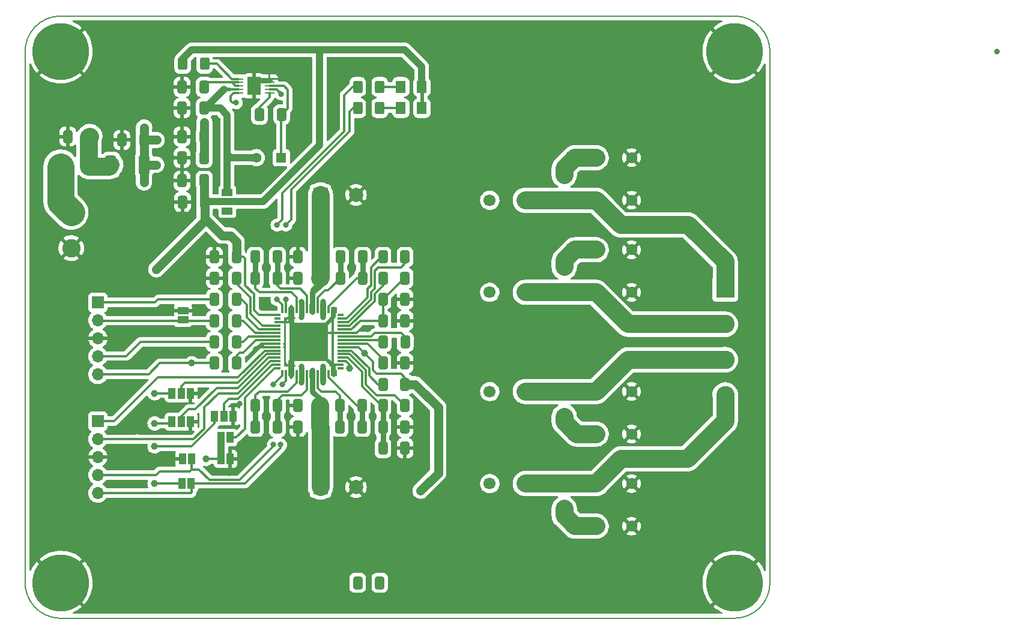
<source format=gbr>
%TF.GenerationSoftware,KiCad,Pcbnew,(6.0.0-rc1-314-g10be483430)*%
%TF.CreationDate,2021-12-21T20:43:16+01:00*%
%TF.ProjectId,ma12070p_amp_v1,6d613132-3037-4307-905f-616d705f7631,rev?*%
%TF.SameCoordinates,Original*%
%TF.FileFunction,Copper,L1,Top*%
%TF.FilePolarity,Positive*%
%FSLAX45Y45*%
G04 Gerber Fmt 4.5, Leading zero omitted, Abs format (unit mm)*
G04 Created by KiCad (PCBNEW (6.0.0-rc1-314-g10be483430)) date 2021-12-21 20:43:16*
%MOMM*%
%LPD*%
G01*
G04 APERTURE LIST*
G04 Aperture macros list*
%AMRoundRect*
0 Rectangle with rounded corners*
0 $1 Rounding radius*
0 $2 $3 $4 $5 $6 $7 $8 $9 X,Y pos of 4 corners*
0 Add a 4 corners polygon primitive as box body*
4,1,4,$2,$3,$4,$5,$6,$7,$8,$9,$2,$3,0*
0 Add four circle primitives for the rounded corners*
1,1,$1+$1,$2,$3*
1,1,$1+$1,$4,$5*
1,1,$1+$1,$6,$7*
1,1,$1+$1,$8,$9*
0 Add four rect primitives between the rounded corners*
20,1,$1+$1,$2,$3,$4,$5,0*
20,1,$1+$1,$4,$5,$6,$7,0*
20,1,$1+$1,$6,$7,$8,$9,0*
20,1,$1+$1,$8,$9,$2,$3,0*%
G04 Aperture macros list end*
%TA.AperFunction,Profile*%
%ADD10C,0.050000*%
%TD*%
%TA.AperFunction,NonConductor*%
%ADD11C,0.200000*%
%TD*%
%TA.AperFunction,SMDPad,CuDef*%
%ADD12R,1.353299X0.279400*%
%TD*%
%TA.AperFunction,SMDPad,CuDef*%
%ADD13R,1.879600X2.514600*%
%TD*%
%TA.AperFunction,ComponentPad*%
%ADD14C,1.600000*%
%TD*%
%TA.AperFunction,SMDPad,CuDef*%
%ADD15R,1.000000X1.500000*%
%TD*%
%TA.AperFunction,SMDPad,CuDef*%
%ADD16RoundRect,0.250000X0.412500X0.650000X-0.412500X0.650000X-0.412500X-0.650000X0.412500X-0.650000X0*%
%TD*%
%TA.AperFunction,SMDPad,CuDef*%
%ADD17RoundRect,0.250000X-0.412500X-0.650000X0.412500X-0.650000X0.412500X0.650000X-0.412500X0.650000X0*%
%TD*%
%TA.AperFunction,ComponentPad*%
%ADD18R,1.700000X1.700000*%
%TD*%
%TA.AperFunction,ComponentPad*%
%ADD19O,1.700000X1.700000*%
%TD*%
%TA.AperFunction,ComponentPad*%
%ADD20R,2.600000X2.600000*%
%TD*%
%TA.AperFunction,ComponentPad*%
%ADD21C,2.600000*%
%TD*%
%TA.AperFunction,ComponentPad*%
%ADD22C,1.700000*%
%TD*%
%TA.AperFunction,ComponentPad*%
%ADD23C,8.000000*%
%TD*%
%TA.AperFunction,SMDPad,CuDef*%
%ADD24RoundRect,0.250000X0.625000X-0.400000X0.625000X0.400000X-0.625000X0.400000X-0.625000X-0.400000X0*%
%TD*%
%TA.AperFunction,SMDPad,CuDef*%
%ADD25RoundRect,0.250000X-0.400000X-0.625000X0.400000X-0.625000X0.400000X0.625000X-0.400000X0.625000X0*%
%TD*%
%TA.AperFunction,ComponentPad*%
%ADD26R,2.000000X2.000000*%
%TD*%
%TA.AperFunction,ComponentPad*%
%ADD27C,2.000000*%
%TD*%
%TA.AperFunction,SMDPad,CuDef*%
%ADD28RoundRect,0.249999X0.512501X1.075001X-0.512501X1.075001X-0.512501X-1.075001X0.512501X-1.075001X0*%
%TD*%
%TA.AperFunction,SMDPad,CuDef*%
%ADD29RoundRect,0.250000X-0.625000X0.400000X-0.625000X-0.400000X0.625000X-0.400000X0.625000X0.400000X0*%
%TD*%
%TA.AperFunction,SMDPad,CuDef*%
%ADD30R,1.500000X1.000000*%
%TD*%
%TA.AperFunction,ComponentPad*%
%ADD31R,1.422400X1.422400*%
%TD*%
%TA.AperFunction,ComponentPad*%
%ADD32C,1.422400*%
%TD*%
%TA.AperFunction,SMDPad,CuDef*%
%ADD33RoundRect,0.250001X-0.462499X-0.624999X0.462499X-0.624999X0.462499X0.624999X-0.462499X0.624999X0*%
%TD*%
%TA.AperFunction,SMDPad,CuDef*%
%ADD34RoundRect,0.075000X-0.075000X0.362500X-0.075000X-0.362500X0.075000X-0.362500X0.075000X0.362500X0*%
%TD*%
%TA.AperFunction,SMDPad,CuDef*%
%ADD35RoundRect,0.075000X-0.362500X0.075000X-0.362500X-0.075000X0.362500X-0.075000X0.362500X0.075000X0*%
%TD*%
%TA.AperFunction,SMDPad,CuDef*%
%ADD36R,5.450000X5.450000*%
%TD*%
%TA.AperFunction,ViaPad*%
%ADD37C,0.800000*%
%TD*%
%TA.AperFunction,ViaPad*%
%ADD38C,1.000000*%
%TD*%
%TA.AperFunction,Conductor*%
%ADD39C,0.300000*%
%TD*%
%TA.AperFunction,Conductor*%
%ADD40C,0.500000*%
%TD*%
%TA.AperFunction,Conductor*%
%ADD41C,1.270000*%
%TD*%
%TA.AperFunction,Conductor*%
%ADD42C,1.000000*%
%TD*%
%TA.AperFunction,Conductor*%
%ADD43C,0.800000*%
%TD*%
%TA.AperFunction,Conductor*%
%ADD44C,2.540000*%
%TD*%
%TA.AperFunction,Conductor*%
%ADD45C,3.810000*%
%TD*%
G04 APERTURE END LIST*
D10*
X21500000Y-4700000D02*
G75*
G03*
X21000000Y-4200000I-500000J0D01*
G01*
X21000000Y-12700000D02*
G75*
G03*
X21500000Y-12200000I0J500000D01*
G01*
X11000000Y-12200000D02*
G75*
G03*
X11500000Y-12700000I500000J0D01*
G01*
X11500000Y-4199375D02*
G75*
G03*
X11000000Y-4675000I0J-500625D01*
G01*
X11000000Y-12200000D02*
X11000000Y-4675000D01*
X21000000Y-12700000D02*
X11500000Y-12700000D01*
X21500000Y-4700000D02*
X21500000Y-12200000D01*
X11500000Y-4199375D02*
X21000000Y-4200000D01*
D11*
X11000000Y-4725000D02*
X11000000Y-12175000D01*
X21000000Y-12700000D02*
G75*
G03*
X21500000Y-12200000I0J500000D01*
G01*
X21000000Y-4200000D02*
X11500000Y-4199375D01*
X11500000Y-4199375D02*
G75*
G03*
X11000000Y-4725000I0J-500625D01*
G01*
X11000000Y-12175000D02*
G75*
G03*
X11475000Y-12700000I500000J-25000D01*
G01*
X11475000Y-12700000D02*
X21000000Y-12700000D01*
X21500000Y-12200000D02*
X21499434Y-4723783D01*
X21499434Y-4723783D02*
G75*
G03*
X21000000Y-4200000I-499434J23782D01*
G01*
D12*
%TO.P,U1,1,BST*%
%TO.N,Net-(C14-Pad1)*%
X14445065Y-5287186D03*
%TO.P,U1,2,SUP*%
%TO.N,PVDD*%
X14445065Y-5237185D03*
%TO.P,U1,3,LX*%
%TO.N,Net-(C14-Pad2)*%
X14445065Y-5187186D03*
%TO.P,U1,4,PGND*%
%TO.N,GND*%
X14445065Y-5137186D03*
%TO.P,U1,5,AGND*%
X14445065Y-5087185D03*
%TO.P,U1,6,\u002ARESET*%
%TO.N,Net-(R3-Pad2)*%
X14004935Y-5087185D03*
%TO.P,U1,7,MODE*%
%TO.N,Net-(C19-Pad1)*%
X14004935Y-5137186D03*
%TO.P,U1,8,BIAS*%
X14004935Y-5187186D03*
%TO.P,U1,9,OUT*%
%TO.N,IC_5V*%
X14004935Y-5237185D03*
%TO.P,U1,10,EN*%
%TO.N,PVDD*%
X14004935Y-5287186D03*
D13*
%TO.P,U1,EPAD,EP*%
%TO.N,GND*%
X14225000Y-5187186D03*
%TD*%
D14*
%TO.P,C27,1*%
%TO.N,Net-(C27-Pad1)*%
X19050000Y-11400000D03*
%TO.P,C27,2*%
%TO.N,GND*%
X19550000Y-11400000D03*
%TD*%
D15*
%TO.P,JP4,1,A*%
%TO.N,VDD*%
X13210000Y-10800000D03*
%TO.P,JP4,2,B*%
%TO.N,MUTE*%
X13340000Y-10800000D03*
%TD*%
D16*
%TO.P,C7,1*%
%TO.N,VDD*%
X13981250Y-7600000D03*
%TO.P,C7,2*%
%TO.N,GND*%
X13668750Y-7600000D03*
%TD*%
D17*
%TO.P,C29,1*%
%TO.N,Net-(C29-Pad1)*%
X16043750Y-9700000D03*
%TO.P,C29,2*%
%TO.N,Net-(C29-Pad2)*%
X16356250Y-9700000D03*
%TD*%
D18*
%TO.P,CONN4,1,Pin_1*%
%TO.N,Net-(C43-Pad1)*%
X12025000Y-8242500D03*
D19*
%TO.P,CONN4,2,Pin_2*%
%TO.N,Net-(C44-Pad1)*%
X12025000Y-8496500D03*
%TO.P,CONN4,3,Pin_3*%
%TO.N,GND*%
X12025000Y-8750500D03*
%TO.P,CONN4,4,Pin_4*%
%TO.N,Net-(C46-Pad2)*%
X12025000Y-9004500D03*
%TO.P,CONN4,5,Pin_5*%
%TO.N,Net-(C45-Pad1)*%
X12025000Y-9258500D03*
%TD*%
D17*
%TO.P,CIN2,1*%
%TO.N,GND*%
X12362500Y-5950000D03*
%TO.P,CIN2,2*%
%TO.N,PVDD*%
X12675000Y-5950000D03*
%TD*%
D16*
%TO.P,C36,1*%
%TO.N,GND*%
X16356250Y-8200000D03*
%TO.P,C36,2*%
%TO.N,Net-(C35-Pad1)*%
X16043750Y-8200000D03*
%TD*%
D17*
%TO.P,C10,1*%
%TO.N,Net-(C10-Pad1)*%
X15445750Y-7600000D03*
%TO.P,C10,2*%
%TO.N,Net-(C10-Pad2)*%
X15758250Y-7600000D03*
%TD*%
D16*
%TO.P,C18,1*%
%TO.N,Net-(C17-Pad1)*%
X14556250Y-7900000D03*
%TO.P,C18,2*%
%TO.N,Net-(C17-Pad2)*%
X14243750Y-7900000D03*
%TD*%
D17*
%TO.P,C40,1*%
%TO.N,Net-(C40-Pad1)*%
X16043750Y-7600000D03*
%TO.P,C40,2*%
%TO.N,Net-(C40-Pad2)*%
X16356250Y-7600000D03*
%TD*%
D16*
%TO.P,C4,1*%
%TO.N,PVDD*%
X15158250Y-7600000D03*
%TO.P,C4,2*%
%TO.N,GND*%
X14845750Y-7600000D03*
%TD*%
%TO.P,C16,1*%
%TO.N,PVDD*%
X13525000Y-6200000D03*
%TO.P,C16,2*%
%TO.N,GND*%
X13212500Y-6200000D03*
%TD*%
D17*
%TO.P,C21,1*%
%TO.N,Net-(C21-Pad1)*%
X15437500Y-10000000D03*
%TO.P,C21,2*%
%TO.N,Net-(C21-Pad2)*%
X15750000Y-10000000D03*
%TD*%
D16*
%TO.P,C20,1*%
%TO.N,IC_5V*%
X13525000Y-5500000D03*
%TO.P,C20,2*%
%TO.N,GND*%
X13212500Y-5500000D03*
%TD*%
D18*
%TO.P,CONN3,1,Pin_1*%
%TO.N,SDL*%
X12025000Y-9917500D03*
D19*
%TO.P,CONN3,2,Pin_2*%
%TO.N,SDA*%
X12025000Y-10171500D03*
%TO.P,CONN3,3,Pin_3*%
%TO.N,GND*%
X12025000Y-10425500D03*
%TO.P,CONN3,4,Pin_4*%
%TO.N,ENABLE*%
X12025000Y-10679500D03*
%TO.P,CONN3,5,Pin_5*%
%TO.N,MUTE*%
X12025000Y-10933500D03*
%TD*%
D20*
%TO.P,CONN2,1,Pin_1*%
%TO.N,Net-(C9-Pad2)*%
X20869500Y-8050000D03*
D21*
%TO.P,CONN2,2,Pin_2*%
%TO.N,Net-(C13-Pad1)*%
X20869500Y-8550000D03*
%TO.P,CONN2,3,Pin_3*%
%TO.N,Net-(C24-Pad2)*%
X20869500Y-9050000D03*
%TO.P,CONN2,4,Pin_4*%
%TO.N,Net-(C28-Pad1)*%
X20869500Y-9550000D03*
%TD*%
D22*
%TO.P,L2,1,1*%
%TO.N,Net-(C9-Pad2)*%
X18050000Y-6800000D03*
%TO.P,L2,2,2*%
%TO.N,OUT0B*%
X17550000Y-6800000D03*
%TD*%
D14*
%TO.P,C23,1*%
%TO.N,Net-(C23-Pad1)*%
X19050000Y-10100000D03*
%TO.P,C23,2*%
%TO.N,GND*%
X19550000Y-10100000D03*
%TD*%
D17*
%TO.P,C42,1*%
%TO.N,unconnected-(C42-Pad1)*%
X15687500Y-12200000D03*
%TO.P,C42,2*%
%TO.N,unconnected-(C42-Pad2)*%
X16000000Y-12200000D03*
%TD*%
%TO.P,C34,1*%
%TO.N,Net-(C34-Pad1)*%
X16045750Y-8800000D03*
%TO.P,C34,2*%
%TO.N,Net-(C34-Pad2)*%
X16358250Y-8800000D03*
%TD*%
D16*
%TO.P,C15,1*%
%TO.N,PVDD*%
X13525000Y-5900000D03*
%TO.P,C15,2*%
%TO.N,GND*%
X13212500Y-5900000D03*
%TD*%
%TO.P,C25,1*%
%TO.N,Net-(C25-Pad1)*%
X14556250Y-10000000D03*
%TO.P,C25,2*%
%TO.N,Net-(C25-Pad2)*%
X14243750Y-10000000D03*
%TD*%
D17*
%TO.P,C32,1*%
%TO.N,GND*%
X13212500Y-6525000D03*
%TO.P,C32,2*%
%TO.N,VDD*%
X13525000Y-6525000D03*
%TD*%
D22*
%TO.P,L4,1,1*%
%TO.N,Net-(C13-Pad1)*%
X18050000Y-8100000D03*
%TO.P,L4,2,2*%
%TO.N,OUT0A*%
X17550000Y-8100000D03*
%TD*%
D23*
%TO.P,H2,1,1*%
%TO.N,GND*%
X11500000Y-4700000D03*
%TD*%
D14*
%TO.P,C12,1*%
%TO.N,Net-(C12-Pad1)*%
X19050000Y-7500000D03*
%TO.P,C12,2*%
%TO.N,GND*%
X19550000Y-7500000D03*
%TD*%
D16*
%TO.P,C17,1*%
%TO.N,Net-(C17-Pad1)*%
X14556250Y-7600000D03*
%TO.P,C17,2*%
%TO.N,Net-(C17-Pad2)*%
X14243750Y-7600000D03*
%TD*%
%TO.P,C19,1*%
%TO.N,Net-(C19-Pad1)*%
X13525000Y-5200000D03*
%TO.P,C19,2*%
%TO.N,GND*%
X13212500Y-5200000D03*
%TD*%
D24*
%TO.P,R7,1*%
%TO.N,Net-(C27-Pad1)*%
X18600000Y-11155000D03*
%TO.P,R7,2*%
%TO.N,Net-(C28-Pad1)*%
X18600000Y-10845000D03*
%TD*%
D23*
%TO.P,H4,1,1*%
%TO.N,GND*%
X21000000Y-4700000D03*
%TD*%
D17*
%TO.P,C37,1*%
%TO.N,Net-(C37-Pad1)*%
X16043750Y-9400000D03*
%TO.P,C37,2*%
%TO.N,VDD*%
X16356250Y-9400000D03*
%TD*%
D16*
%TO.P,C26,1*%
%TO.N,Net-(C25-Pad1)*%
X14556250Y-9700000D03*
%TO.P,C26,2*%
%TO.N,Net-(C25-Pad2)*%
X14243750Y-9700000D03*
%TD*%
D17*
%TO.P,C30,1*%
%TO.N,Net-(C29-Pad1)*%
X16043750Y-10000000D03*
%TO.P,C30,2*%
%TO.N,GND*%
X16356250Y-10000000D03*
%TD*%
%TO.P,C45,1*%
%TO.N,Net-(C45-Pad1)*%
X13666750Y-9100000D03*
%TO.P,C45,2*%
%TO.N,IN1B*%
X13979250Y-9100000D03*
%TD*%
D15*
%TO.P,JP2,1,A*%
%TO.N,GND*%
X13220000Y-10450000D03*
%TO.P,JP2,2,B*%
%TO.N,ENABLE*%
X13350000Y-10450000D03*
%TD*%
%TO.P,JP3,1,A*%
%TO.N,GND*%
X13930000Y-9850000D03*
%TO.P,JP3,2,C*%
%TO.N,CLKMS*%
X13800000Y-9850000D03*
%TO.P,JP3,3,B*%
%TO.N,VDD*%
X13670000Y-9850000D03*
%TD*%
D14*
%TO.P,C8,1*%
%TO.N,Net-(C8-Pad1)*%
X19050000Y-6200000D03*
%TO.P,C8,2*%
%TO.N,GND*%
X19550000Y-6200000D03*
%TD*%
D25*
%TO.P,R8,1*%
%TO.N,ERR*%
X15688750Y-5200000D03*
%TO.P,R8,2*%
%TO.N,Net-(LED2-Pad1)*%
X15998750Y-5200000D03*
%TD*%
D17*
%TO.P,C44,1*%
%TO.N,Net-(C44-Pad1)*%
X13666750Y-8500000D03*
%TO.P,C44,2*%
%TO.N,IN0B*%
X13979250Y-8500000D03*
%TD*%
D16*
%TO.P,C31,1*%
%TO.N,GND*%
X16356250Y-10300000D03*
%TO.P,C31,2*%
%TO.N,Net-(C29-Pad1)*%
X16043750Y-10300000D03*
%TD*%
D15*
%TO.P,JP5,1,A*%
%TO.N,GND*%
X13330000Y-9525000D03*
%TO.P,JP5,2,C*%
%TO.N,AD0*%
X13200000Y-9525000D03*
%TO.P,JP5,3,B*%
%TO.N,VDD*%
X13070000Y-9525000D03*
%TD*%
D16*
%TO.P,C6,1*%
%TO.N,PVDD*%
X15158250Y-7900000D03*
%TO.P,C6,2*%
%TO.N,GND*%
X14845750Y-7900000D03*
%TD*%
D26*
%TO.P,C2,1*%
%TO.N,PVDD*%
X15163232Y-6725000D03*
D27*
%TO.P,C2,2*%
%TO.N,GND*%
X15663232Y-6725000D03*
%TD*%
D17*
%TO.P,C35,1*%
%TO.N,Net-(C35-Pad1)*%
X16043750Y-8500000D03*
%TO.P,C35,2*%
%TO.N,GND*%
X16356250Y-8500000D03*
%TD*%
D16*
%TO.P,C5,1*%
%TO.N,PVDD*%
X15156250Y-10000000D03*
%TO.P,C5,2*%
%TO.N,GND*%
X14843750Y-10000000D03*
%TD*%
D17*
%TO.P,CIN1,1*%
%TO.N,GND*%
X11600000Y-5900000D03*
%TO.P,CIN1,2*%
%TO.N,Net-(CIN1-Pad2)*%
X11912500Y-5900000D03*
%TD*%
D28*
%TO.P,L1,1,1*%
%TO.N,PVDD*%
X12675000Y-6300000D03*
%TO.P,L1,2,2*%
%TO.N,Net-(CIN1-Pad2)*%
X12207500Y-6300000D03*
%TD*%
D29*
%TO.P,R4,1*%
%TO.N,Net-(C12-Pad1)*%
X18600000Y-7745000D03*
%TO.P,R4,2*%
%TO.N,Net-(C13-Pad1)*%
X18600000Y-8055000D03*
%TD*%
D22*
%TO.P,L6,1,1*%
%TO.N,Net-(C28-Pad1)*%
X18050000Y-10800000D03*
%TO.P,L6,2,2*%
%TO.N,OUT1B*%
X17550000Y-10800000D03*
%TD*%
D14*
%TO.P,C24,1*%
%TO.N,GND*%
X19550000Y-9500000D03*
%TO.P,C24,2*%
%TO.N,Net-(C24-Pad2)*%
X19050000Y-9500000D03*
%TD*%
D23*
%TO.P,H3,1,1*%
%TO.N,GND*%
X11500000Y-12200000D03*
%TD*%
D26*
%TO.P,C1,1*%
%TO.N,PVDD*%
X15163232Y-10850000D03*
D27*
%TO.P,C1,2*%
%TO.N,GND*%
X15663232Y-10850000D03*
%TD*%
D29*
%TO.P,R5,1*%
%TO.N,Net-(C24-Pad2)*%
X18600000Y-9545000D03*
%TO.P,R5,2*%
%TO.N,Net-(C23-Pad1)*%
X18600000Y-9855000D03*
%TD*%
D15*
%TO.P,JP8,1,A*%
%TO.N,CLKIO*%
X13890000Y-10150000D03*
%TO.P,JP8,2,B*%
%TO.N,Net-(C45-Pad1)*%
X13760000Y-10150000D03*
%TD*%
D25*
%TO.P,R3,1*%
%TO.N,VDD*%
X13220000Y-4875000D03*
%TO.P,R3,2*%
%TO.N,Net-(R3-Pad2)*%
X13530000Y-4875000D03*
%TD*%
D30*
%TO.P,JP6,1,A*%
%TO.N,GND*%
X13225000Y-8360000D03*
%TO.P,JP6,2,B*%
%TO.N,Net-(C44-Pad1)*%
X13225000Y-8490000D03*
%TD*%
D22*
%TO.P,L5,1,1*%
%TO.N,Net-(C24-Pad2)*%
X18050000Y-9500000D03*
%TO.P,L5,2,2*%
%TO.N,OUT1A*%
X17550000Y-9500000D03*
%TD*%
D17*
%TO.P,C43,1*%
%TO.N,Net-(C43-Pad1)*%
X13666750Y-8200000D03*
%TO.P,C43,2*%
%TO.N,IN0A*%
X13979250Y-8200000D03*
%TD*%
D14*
%TO.P,C9,1*%
%TO.N,GND*%
X19550000Y-6800000D03*
%TO.P,C9,2*%
%TO.N,Net-(C9-Pad2)*%
X19050000Y-6800000D03*
%TD*%
D17*
%TO.P,C33,1*%
%TO.N,GND*%
X13218750Y-6825000D03*
%TO.P,C33,2*%
%TO.N,VDD*%
X13531250Y-6825000D03*
%TD*%
D14*
%TO.P,C28,1*%
%TO.N,Net-(C28-Pad1)*%
X19050000Y-10800000D03*
%TO.P,C28,2*%
%TO.N,GND*%
X19550000Y-10800000D03*
%TD*%
D23*
%TO.P,H1,1,1*%
%TO.N,GND*%
X21000000Y-12200000D03*
%TD*%
D17*
%TO.P,C22,1*%
%TO.N,Net-(C21-Pad1)*%
X15437500Y-9700000D03*
%TO.P,C22,2*%
%TO.N,Net-(C21-Pad2)*%
X15750000Y-9700000D03*
%TD*%
D16*
%TO.P,C38,1*%
%TO.N,Net-(C35-Pad1)*%
X16356250Y-7900000D03*
%TO.P,C38,2*%
%TO.N,Net-(C38-Pad2)*%
X16043750Y-7900000D03*
%TD*%
D31*
%TO.P,L3,1,1*%
%TO.N,Net-(C14-Pad2)*%
X14610010Y-6200000D03*
D32*
%TO.P,L3,2,2*%
%TO.N,IC_5V*%
X14259490Y-6200000D03*
%TD*%
D17*
%TO.P,C11,1*%
%TO.N,Net-(C10-Pad1)*%
X15445750Y-7900000D03*
%TO.P,C11,2*%
%TO.N,Net-(C10-Pad2)*%
X15758250Y-7900000D03*
%TD*%
D16*
%TO.P,C41,1*%
%TO.N,Net-(C41-Pad1)*%
X13979250Y-7900000D03*
%TO.P,C41,2*%
%TO.N,GND*%
X13666750Y-7900000D03*
%TD*%
D17*
%TO.P,C39,1*%
%TO.N,Net-(C39-Pad1)*%
X16043750Y-9100000D03*
%TO.P,C39,2*%
%TO.N,GND*%
X16356250Y-9100000D03*
%TD*%
D33*
%TO.P,LED1,1,K*%
%TO.N,Net-(LED1-Pad1)*%
X16295000Y-5500000D03*
%TO.P,LED1,2,A*%
%TO.N,VDD*%
X16592500Y-5500000D03*
%TD*%
%TO.P,LED2,1,K*%
%TO.N,Net-(LED2-Pad1)*%
X16295000Y-5200000D03*
%TO.P,LED2,2,A*%
%TO.N,VDD*%
X16592500Y-5200000D03*
%TD*%
D25*
%TO.P,R6,1*%
%TO.N,CLIP*%
X15688750Y-5500000D03*
%TO.P,R6,2*%
%TO.N,Net-(LED1-Pad1)*%
X15998750Y-5500000D03*
%TD*%
D16*
%TO.P,C46,1*%
%TO.N,IN1A*%
X13979250Y-8800000D03*
%TO.P,C46,2*%
%TO.N,Net-(C46-Pad2)*%
X13666750Y-8800000D03*
%TD*%
D30*
%TO.P,JP1,1,A*%
%TO.N,Buck_5V*%
X13850000Y-6950000D03*
%TO.P,JP1,2,C*%
%TO.N,VDD*%
X13850000Y-6820000D03*
%TO.P,JP1,3,B*%
%TO.N,IC_5V*%
X13850000Y-6690000D03*
%TD*%
D14*
%TO.P,C13,1*%
%TO.N,Net-(C13-Pad1)*%
X19050000Y-8100000D03*
%TO.P,C13,2*%
%TO.N,GND*%
X19550000Y-8100000D03*
%TD*%
D25*
%TO.P,R1,1*%
%TO.N,Net-(CONN1-Pad1)*%
X11586250Y-6325000D03*
%TO.P,R1,2*%
%TO.N,Net-(CIN1-Pad2)*%
X11896250Y-6325000D03*
%TD*%
D34*
%TO.P,U2,1,PVSS*%
%TO.N,GND*%
X15375000Y-8354250D03*
%TO.P,U2,2,PVSS*%
X15325000Y-8354250D03*
%TO.P,U2,3,CF0AN*%
%TO.N,Net-(C10-Pad2)*%
X15275000Y-8354250D03*
%TO.P,U2,4,OUT0A*%
%TO.N,OUT0A*%
X15225000Y-8354250D03*
%TO.P,U2,5,OUT0A*%
X15175000Y-8354250D03*
%TO.P,U2,6,CF0AP*%
%TO.N,Net-(C10-Pad1)*%
X15125000Y-8354250D03*
%TO.P,U2,7,PVDD*%
%TO.N,PVDD*%
X15075000Y-8354250D03*
%TO.P,U2,8,PVDD*%
X15025000Y-8354250D03*
%TO.P,U2,9,CF0BP*%
%TO.N,Net-(C17-Pad1)*%
X14975000Y-8354250D03*
%TO.P,U2,10,OUT0B*%
%TO.N,OUT0B*%
X14925000Y-8354250D03*
%TO.P,U2,11,OUT0B*%
X14875000Y-8354250D03*
%TO.P,U2,12,CF0BN*%
%TO.N,Net-(C17-Pad2)*%
X14825000Y-8354250D03*
%TO.P,U2,13,PVSS*%
%TO.N,GND*%
X14775000Y-8354250D03*
%TO.P,U2,14,PVSS*%
X14725000Y-8354250D03*
%TO.P,U2,15,~{CLIP}*%
%TO.N,CLIP*%
X14675000Y-8354250D03*
%TO.P,U2,16,~{ERROR}*%
%TO.N,ERR*%
X14625000Y-8354250D03*
D35*
%TO.P,U2,17,AVDD*%
%TO.N,VDD*%
X14556250Y-8423000D03*
%TO.P,U2,18,CMSER*%
%TO.N,unconnected-(U2-Pad18)*%
X14556250Y-8473000D03*
%TO.P,U2,19,AVSS*%
%TO.N,GND*%
X14556250Y-8523000D03*
%TO.P,U2,20,CREF*%
%TO.N,Net-(C41-Pad1)*%
X14556250Y-8573000D03*
%TO.P,U2,21,IN0A*%
%TO.N,IN0A*%
X14556250Y-8623000D03*
%TO.P,U2,22,IN0B*%
%TO.N,IN0B*%
X14556250Y-8673000D03*
%TO.P,U2,23,IN1A*%
%TO.N,IN1A*%
X14556250Y-8723000D03*
%TO.P,U2,24,IN1B*%
%TO.N,IN1B*%
X14556250Y-8773000D03*
%TO.P,U2,25,AVSS*%
%TO.N,GND*%
X14556250Y-8823000D03*
%TO.P,U2,26,DVSS*%
X14556250Y-8873000D03*
%TO.P,U2,27,SCL*%
%TO.N,SDL*%
X14556250Y-8923000D03*
%TO.P,U2,28,AD0*%
%TO.N,AD0*%
X14556250Y-8973000D03*
%TO.P,U2,29,AD1*%
%TO.N,AD1*%
X14556250Y-9023000D03*
%TO.P,U2,30,SDA*%
%TO.N,SDA*%
X14556250Y-9073000D03*
%TO.P,U2,31,CLKMS*%
%TO.N,CLKMS*%
X14556250Y-9123000D03*
%TO.P,U2,32,CLKIO*%
%TO.N,CLKIO*%
X14556250Y-9173000D03*
D34*
%TO.P,U2,33,~{ENABLE}*%
%TO.N,ENABLE*%
X14625000Y-9241750D03*
%TO.P,U2,34,~{MUTE}*%
%TO.N,MUTE*%
X14675000Y-9241750D03*
%TO.P,U2,35,PVSS*%
%TO.N,GND*%
X14725000Y-9241750D03*
%TO.P,U2,36,PVSS*%
X14775000Y-9241750D03*
%TO.P,U2,37,CF1BN*%
%TO.N,Net-(C25-Pad2)*%
X14825000Y-9241750D03*
%TO.P,U2,38,OUT1B*%
%TO.N,OUT1B*%
X14875000Y-9241750D03*
%TO.P,U2,39,OUT1B*%
X14925000Y-9241750D03*
%TO.P,U2,40,CF1BP*%
%TO.N,Net-(C25-Pad1)*%
X14975000Y-9241750D03*
%TO.P,U2,41,PVDD*%
%TO.N,PVDD*%
X15025000Y-9241750D03*
%TO.P,U2,42,PVDD*%
X15075000Y-9241750D03*
%TO.P,U2,43,CF1AP*%
%TO.N,Net-(C21-Pad1)*%
X15125000Y-9241750D03*
%TO.P,U2,44,OUT1A*%
%TO.N,OUT1A*%
X15175000Y-9241750D03*
%TO.P,U2,45,OUT1A*%
X15225000Y-9241750D03*
%TO.P,U2,46,CF1AN*%
%TO.N,Net-(C21-Pad2)*%
X15275000Y-9241750D03*
%TO.P,U2,47,PVSS*%
%TO.N,GND*%
X15325000Y-9241750D03*
%TO.P,U2,48,PVSS*%
X15375000Y-9241750D03*
D35*
%TO.P,U2,49,DVDD*%
%TO.N,unconnected-(U2-Pad49)*%
X15443750Y-9173000D03*
%TO.P,U2,50,MSEL1*%
%TO.N,GND*%
X15443750Y-9123000D03*
%TO.P,U2,51,MSEL0*%
%TO.N,VDD*%
X15443750Y-9073000D03*
%TO.P,U2,52,CGD1N*%
%TO.N,Net-(C29-Pad1)*%
X15443750Y-9023000D03*
%TO.P,U2,53,CGD1P*%
%TO.N,Net-(C29-Pad2)*%
X15443750Y-8973000D03*
%TO.P,U2,54,VGDC*%
%TO.N,Net-(C37-Pad1)*%
X15443750Y-8923000D03*
%TO.P,U2,55,DVDD*%
%TO.N,VDD*%
X15443750Y-8873000D03*
%TO.P,U2,56,CDC*%
%TO.N,Net-(C39-Pad1)*%
X15443750Y-8823000D03*
%TO.P,U2,57,CFDCP*%
%TO.N,Net-(C34-Pad1)*%
X15443750Y-8773000D03*
%TO.P,U2,58,CFDCN*%
%TO.N,Net-(C34-Pad2)*%
X15443750Y-8723000D03*
%TO.P,U2,59,DVSS*%
%TO.N,GND*%
X15443750Y-8673000D03*
%TO.P,U2,60,CGD0P*%
%TO.N,Net-(C35-Pad1)*%
X15443750Y-8623000D03*
%TO.P,U2,61,CGD0N*%
%TO.N,Net-(C38-Pad2)*%
X15443750Y-8573000D03*
%TO.P,U2,62,CFGDP*%
%TO.N,Net-(C40-Pad2)*%
X15443750Y-8523000D03*
%TO.P,U2,63,CFGDN*%
%TO.N,Net-(C40-Pad1)*%
X15443750Y-8473000D03*
%TO.P,U2,64,DVDD*%
%TO.N,unconnected-(U2-Pad64)*%
X15443750Y-8423000D03*
D36*
%TO.P,U2,65*%
%TO.N,N/C*%
X15000000Y-8798000D03*
%TD*%
D15*
%TO.P,JP7,1,A*%
%TO.N,GND*%
X13890000Y-10450000D03*
%TO.P,JP7,2,B*%
%TO.N,Net-(C45-Pad1)*%
X13760000Y-10450000D03*
%TD*%
D16*
%TO.P,C3,1*%
%TO.N,PVDD*%
X15156250Y-9700000D03*
%TO.P,C3,2*%
%TO.N,GND*%
X14843750Y-9700000D03*
%TD*%
D17*
%TO.P,C14,1*%
%TO.N,Net-(C14-Pad1)*%
X14303750Y-5590000D03*
%TO.P,C14,2*%
%TO.N,Net-(C14-Pad2)*%
X14616250Y-5590000D03*
%TD*%
D15*
%TO.P,JP9,1,A*%
%TO.N,GND*%
X13330000Y-9925000D03*
%TO.P,JP9,2,C*%
%TO.N,AD1*%
X13200000Y-9925000D03*
%TO.P,JP9,3,B*%
%TO.N,VDD*%
X13070000Y-9925000D03*
%TD*%
D20*
%TO.P,CONN1,1,Pin_1*%
%TO.N,Net-(CONN1-Pad1)*%
X11650000Y-6975000D03*
D21*
%TO.P,CONN1,2,Pin_2*%
%TO.N,GND*%
X11650000Y-7475000D03*
%TD*%
D24*
%TO.P,R2,1*%
%TO.N,Net-(C9-Pad2)*%
X18600000Y-6755000D03*
%TO.P,R2,2*%
%TO.N,Net-(C8-Pad1)*%
X18600000Y-6445000D03*
%TD*%
D37*
%TO.N,GND*%
X14925000Y-8725000D03*
X14800000Y-9000000D03*
X15200000Y-8875000D03*
X15075000Y-8875000D03*
X14925000Y-9000000D03*
X14800000Y-8725000D03*
X15075000Y-9000000D03*
X15200000Y-9000000D03*
X14925000Y-8875000D03*
X15075000Y-8600000D03*
X14800000Y-8600000D03*
X15200000Y-8725000D03*
X14925000Y-8600000D03*
X15200000Y-8600000D03*
X15075000Y-8725000D03*
X14800000Y-8875000D03*
%TO.N,*%
X24700000Y-4700000D03*
%TO.N,OUT0B*%
X14900000Y-8450000D03*
%TO.N,OUT0A*%
X15200000Y-8450000D03*
%TO.N,OUT1A*%
X15200000Y-9150000D03*
%TO.N,OUT1B*%
X14900000Y-9150000D03*
%TO.N,OUT0B*%
X14900000Y-8230000D03*
%TO.N,OUT0A*%
X15200000Y-8230000D03*
%TO.N,OUT1A*%
X15200000Y-9375000D03*
%TO.N,OUT1B*%
X14900000Y-9375000D03*
%TO.N,GND*%
X14025000Y-6425000D03*
X13025000Y-7975000D03*
X14200000Y-7375000D03*
X14275000Y-10250000D03*
X13025000Y-9725000D03*
X13025000Y-8650000D03*
X13025000Y-8350000D03*
X14025000Y-9675000D03*
X16650000Y-5875000D03*
X13875000Y-10650000D03*
X16550000Y-9050000D03*
X15350000Y-5325000D03*
X13700000Y-6350000D03*
X14425000Y-4900000D03*
X15350000Y-5050000D03*
X13700000Y-5925000D03*
X14225000Y-4900000D03*
X16550000Y-7900000D03*
X12475000Y-10450000D03*
X14275000Y-5250000D03*
X14750000Y-7375000D03*
X12575000Y-7075000D03*
X13050000Y-10450000D03*
X14850000Y-10175000D03*
X13050000Y-5200000D03*
X14925000Y-5325000D03*
X15825000Y-8625000D03*
X13400000Y-7725000D03*
X14175000Y-5125000D03*
X14075000Y-5625000D03*
X12475000Y-9125000D03*
X14725000Y-10175000D03*
X12475000Y-9975000D03*
X14925000Y-5050000D03*
X14175000Y-5250000D03*
X14250000Y-8900000D03*
X12350000Y-5750000D03*
X14025000Y-4900000D03*
X11425000Y-5900000D03*
X14075000Y-5825000D03*
X13050000Y-5500000D03*
X14350000Y-8275000D03*
X16550000Y-8550000D03*
X15975000Y-5875000D03*
X12475000Y-10825000D03*
X14925000Y-5675000D03*
X14848638Y-7374225D03*
X14275000Y-5125000D03*
X16350000Y-10650000D03*
X13075000Y-5900000D03*
X14650000Y-5050000D03*
X12850000Y-7300000D03*
X14650000Y-4900000D03*
X13075000Y-6200000D03*
X16525000Y-10000000D03*
X15350000Y-5675000D03*
X13400000Y-7900000D03*
X13025000Y-8950000D03*
%TO.N,ENABLE*%
X14500000Y-10250000D03*
X14500000Y-9400000D03*
%TO.N,MUTE*%
X14625000Y-9400000D03*
X14600000Y-10250000D03*
D38*
%TO.N,PVDD*%
X12852500Y-5950000D03*
X13525000Y-5700000D03*
D37*
X14610000Y-5300000D03*
X13975000Y-5425000D03*
D38*
X12850000Y-6300000D03*
X12675000Y-6550000D03*
X12677500Y-5775000D03*
%TO.N,VDD*%
X16575000Y-10900000D03*
X12825000Y-10275000D03*
X15787500Y-8962500D03*
X12825000Y-10800000D03*
X12850000Y-7775000D03*
X15575000Y-9175000D03*
X12825000Y-9950000D03*
X12825000Y-9525000D03*
D37*
%TO.N,ERR*%
X14550000Y-8200000D03*
X14550000Y-7150000D03*
%TO.N,CLIP*%
X14675000Y-8200000D03*
X14675000Y-7150000D03*
D38*
%TO.N,Net-(C45-Pad1)*%
X13350000Y-9100000D03*
X13550000Y-10450000D03*
%TD*%
D39*
%TO.N,GND*%
X15725000Y-8625000D02*
X15825000Y-8625000D01*
X15677000Y-8673000D02*
X15725000Y-8625000D01*
X15443750Y-8673000D02*
X15677000Y-8673000D01*
%TO.N,AD1*%
X13200000Y-9850000D02*
X13200000Y-9925000D01*
X13400000Y-9750000D02*
X13300000Y-9750000D01*
X13300000Y-9750000D02*
X13200000Y-9850000D01*
X13700000Y-9450000D02*
X13400000Y-9750000D01*
%TO.N,VDD*%
X12825000Y-9525000D02*
X13070000Y-9525000D01*
X13045000Y-9950000D02*
X13070000Y-9925000D01*
X12825000Y-9950000D02*
X13045000Y-9950000D01*
D40*
%TO.N,GND*%
X14750000Y-9048000D02*
X15000000Y-8798000D01*
X14750000Y-9300000D02*
X14750000Y-9048000D01*
X14750000Y-8548000D02*
X15000000Y-8798000D01*
X14750000Y-8300000D02*
X14750000Y-8548000D01*
X15350000Y-8448000D02*
X15000000Y-8798000D01*
X15350000Y-8325000D02*
X15350000Y-8448000D01*
D39*
X15375000Y-8350000D02*
X15375000Y-8354250D01*
X15325000Y-8350000D02*
X15350000Y-8325000D01*
X15350000Y-8325000D02*
X15375000Y-8350000D01*
X15325000Y-8354250D02*
X15325000Y-8350000D01*
D40*
X15350000Y-9148000D02*
X15000000Y-8798000D01*
X15350000Y-9275000D02*
X15350000Y-9148000D01*
D39*
X15375000Y-9250000D02*
X15375000Y-9241750D01*
X15350000Y-9275000D02*
X15375000Y-9250000D01*
X15325000Y-9250000D02*
X15350000Y-9275000D01*
X15325000Y-9241750D02*
X15325000Y-9250000D01*
X14775000Y-8325000D02*
X14775000Y-8354250D01*
X14750000Y-8300000D02*
X14775000Y-8325000D01*
X14725000Y-8325000D02*
X14750000Y-8300000D01*
X14725000Y-8354250D02*
X14725000Y-8325000D01*
X14775000Y-9275000D02*
X14775000Y-9241750D01*
X14750000Y-9300000D02*
X14775000Y-9275000D01*
X14725000Y-9275000D02*
X14750000Y-9300000D01*
X14725000Y-9241750D02*
X14725000Y-9275000D01*
X15325000Y-8404250D02*
X15325000Y-8473000D01*
X15375000Y-8354250D02*
X15325000Y-8404250D01*
X15325000Y-8473000D02*
X15000000Y-8798000D01*
X15325000Y-8354250D02*
X15325000Y-8473000D01*
X15125000Y-8673000D02*
X15000000Y-8798000D01*
X15443750Y-8673000D02*
X15125000Y-8673000D01*
X15325000Y-9123000D02*
X15000000Y-8798000D01*
X15325000Y-9241750D02*
X15325000Y-9123000D01*
X15443750Y-9123000D02*
X15325000Y-9123000D01*
X14775000Y-8573000D02*
X15000000Y-8798000D01*
X14775000Y-8354250D02*
X14775000Y-8573000D01*
X14775000Y-9241750D02*
X14775000Y-9023000D01*
X14775000Y-9023000D02*
X15000000Y-8798000D01*
X14725000Y-9241750D02*
X14725000Y-9073000D01*
X14725000Y-9073000D02*
X15000000Y-8798000D01*
X14725000Y-8523000D02*
X15000000Y-8798000D01*
X14556250Y-8523000D02*
X14725000Y-8523000D01*
X14725000Y-8404250D02*
X14725000Y-8425000D01*
X14725000Y-8425000D02*
X14725000Y-8523000D01*
X14725000Y-8354250D02*
X14725000Y-8425000D01*
D40*
%TO.N,OUT1A*%
X15200000Y-9150000D02*
X15200000Y-9375000D01*
%TO.N,OUT1B*%
X14900000Y-9150000D02*
X14900000Y-9375000D01*
%TO.N,OUT0A*%
X15200000Y-8230000D02*
X15200000Y-8450000D01*
%TO.N,OUT0B*%
X14900000Y-8230000D02*
X14900000Y-8450000D01*
D39*
%TO.N,OUT1A*%
X15225000Y-9175000D02*
X15200000Y-9150000D01*
X15225000Y-9241750D02*
X15225000Y-9175000D01*
X15175000Y-9175000D02*
X15200000Y-9150000D01*
X15175000Y-9241750D02*
X15175000Y-9175000D01*
X15225000Y-9350000D02*
X15200000Y-9375000D01*
X15225000Y-9241750D02*
X15225000Y-9350000D01*
X15175000Y-9350000D02*
X15200000Y-9375000D01*
X15175000Y-9241750D02*
X15175000Y-9350000D01*
%TO.N,OUT1B*%
X14925000Y-9350000D02*
X14900000Y-9375000D01*
X14925000Y-9241750D02*
X14925000Y-9350000D01*
X14875000Y-9350000D02*
X14900000Y-9375000D01*
X14875000Y-9241750D02*
X14875000Y-9350000D01*
X14925000Y-9175000D02*
X14925000Y-9241750D01*
X14900000Y-9150000D02*
X14925000Y-9175000D01*
X14875000Y-9175000D02*
X14900000Y-9150000D01*
X14875000Y-9241750D02*
X14875000Y-9175000D01*
%TO.N,OUT0A*%
X15225000Y-8425000D02*
X15200000Y-8450000D01*
X15225000Y-8354250D02*
X15225000Y-8425000D01*
X15175000Y-8425000D02*
X15200000Y-8450000D01*
X15175000Y-8354250D02*
X15175000Y-8425000D01*
X15225000Y-8255000D02*
X15200000Y-8230000D01*
X15225000Y-8354250D02*
X15225000Y-8255000D01*
X15175000Y-8255000D02*
X15200000Y-8230000D01*
X15175000Y-8354250D02*
X15175000Y-8255000D01*
%TO.N,OUT0B*%
X14875000Y-8425000D02*
X14875000Y-8354250D01*
X14900000Y-8450000D02*
X14875000Y-8425000D01*
X14925000Y-8425000D02*
X14900000Y-8450000D01*
X14925000Y-8354250D02*
X14925000Y-8425000D01*
X14925000Y-8250000D02*
X14925000Y-8354250D01*
X14905000Y-8230000D02*
X14925000Y-8250000D01*
X14900000Y-8230000D02*
X14905000Y-8230000D01*
X14875000Y-8255000D02*
X14900000Y-8230000D01*
X14875000Y-8354250D02*
X14875000Y-8255000D01*
%TO.N,GND*%
X14277000Y-8873000D02*
X14250000Y-8900000D01*
%TO.N,SDA*%
X12625000Y-10175000D02*
X12578500Y-10175000D01*
%TO.N,Net-(R3-Pad2)*%
X13705000Y-4875000D02*
X13655000Y-4875000D01*
%TO.N,VDD*%
X15550000Y-9100000D02*
X15575000Y-9125000D01*
D41*
X13531250Y-6825000D02*
X13531250Y-7056250D01*
D42*
%TO.N,IC_5V*%
X13525000Y-5500000D02*
X13540000Y-5500000D01*
X13540000Y-5500000D02*
X13695000Y-5345000D01*
X13850000Y-6075000D02*
X13850000Y-6150000D01*
D39*
%TO.N,Net-(C19-Pad1)*%
X13550000Y-5175000D02*
X13525000Y-5200000D01*
%TO.N,SDA*%
X12028500Y-10175000D02*
X12625000Y-10175000D01*
D42*
%TO.N,IC_5V*%
X13850000Y-6675000D02*
X13850000Y-6075000D01*
D39*
%TO.N,GND*%
X14800000Y-9000000D02*
X14775000Y-9025000D01*
X14775000Y-8850000D02*
X14800000Y-8875000D01*
D40*
X15200000Y-8875000D02*
X15200000Y-8950000D01*
D39*
X15002000Y-8798000D02*
X15000000Y-8798000D01*
D40*
X15075000Y-9000000D02*
X15175000Y-9000000D01*
D39*
X15375000Y-9241750D02*
X15375000Y-9225000D01*
X15375000Y-8354250D02*
X15375000Y-8375000D01*
%TO.N,Net-(C29-Pad1)*%
X16025000Y-9700000D02*
X16043750Y-9700000D01*
%TO.N,SDA*%
X12028500Y-10175000D02*
X12025000Y-10171500D01*
%TO.N,MUTE*%
X13350000Y-10810000D02*
X13340000Y-10800000D01*
%TO.N,Net-(C34-Pad1)*%
X16009750Y-8773000D02*
X16045750Y-8809000D01*
%TO.N,Net-(C35-Pad1)*%
X16356250Y-7900000D02*
X16343750Y-7900000D01*
%TO.N,PVDD*%
X13525000Y-5900000D02*
X13575000Y-5950000D01*
D42*
%TO.N,VDD*%
X13536250Y-6820000D02*
X13531250Y-6825000D01*
D39*
X14000000Y-7581250D02*
X13981250Y-7600000D01*
D40*
X16600000Y-5492500D02*
X16592500Y-5500000D01*
D39*
%TO.N,Net-(C39-Pad1)*%
X16043750Y-9043750D02*
X16043750Y-9100000D01*
%TO.N,Net-(C40-Pad1)*%
X16025000Y-7600000D02*
X16043750Y-7600000D01*
%TO.N,Net-(C37-Pad1)*%
X16043750Y-9400000D02*
X16043750Y-9393750D01*
%TO.N,Net-(C34-Pad2)*%
X16358250Y-8733250D02*
X16358250Y-8809000D01*
%TO.N,Net-(C37-Pad1)*%
X16043750Y-9393750D02*
X16025000Y-9375000D01*
%TO.N,Net-(C44-Pad1)*%
X12028500Y-8500000D02*
X12025000Y-8496500D01*
%TO.N,Net-(C46-Pad2)*%
X12029500Y-9000000D02*
X12025000Y-9004500D01*
%TO.N,VDD*%
X13070000Y-9525000D02*
X13070000Y-9575000D01*
%TO.N,GND*%
X14287186Y-5137186D02*
X14275000Y-5125000D01*
%TO.N,SDA*%
X12578500Y-10175000D02*
X12575000Y-10171500D01*
D42*
%TO.N,IC_5V*%
X13850000Y-6150000D02*
X13900000Y-6200000D01*
D39*
%TO.N,CLKIO*%
X13975000Y-10150000D02*
X13890000Y-10150000D01*
X14100000Y-10025000D02*
X13975000Y-10150000D01*
X14100000Y-9587500D02*
X14100000Y-10025000D01*
X14514500Y-9173000D02*
X14100000Y-9587500D01*
X14556250Y-9173000D02*
X14514500Y-9173000D01*
%TO.N,CLKMS*%
X13800000Y-9675000D02*
X13800000Y-9850000D01*
X13875000Y-9600000D02*
X13800000Y-9675000D01*
X14477000Y-9123000D02*
X14000000Y-9600000D01*
X14000000Y-9600000D02*
X13875000Y-9600000D01*
X14556250Y-9123000D02*
X14477000Y-9123000D01*
%TO.N,SDA*%
X13525000Y-10025000D02*
X13375000Y-10175000D01*
X13725000Y-9525000D02*
X13525000Y-9725000D01*
X13375000Y-10175000D02*
X12625000Y-10175000D01*
X14452000Y-9073000D02*
X14000000Y-9525000D01*
X14000000Y-9525000D02*
X13725000Y-9525000D01*
X14556250Y-9073000D02*
X14452000Y-9073000D01*
X13525000Y-9725000D02*
X13525000Y-10025000D01*
%TO.N,AD1*%
X13700000Y-9450000D02*
X13675000Y-9475000D01*
X14000000Y-9450000D02*
X13700000Y-9450000D01*
X14427000Y-9023000D02*
X14000000Y-9450000D01*
X14556250Y-9023000D02*
X14427000Y-9023000D01*
%TO.N,AD0*%
X13200000Y-9425000D02*
X13200000Y-9525000D01*
X13250000Y-9375000D02*
X13200000Y-9425000D01*
X14402000Y-8973000D02*
X14000000Y-9375000D01*
X14000000Y-9375000D02*
X13250000Y-9375000D01*
X14556250Y-8973000D02*
X14402000Y-8973000D01*
%TO.N,PVDD*%
X13900000Y-5325000D02*
X13937814Y-5287186D01*
X13900000Y-5400000D02*
X13900000Y-5325000D01*
X13925000Y-5425000D02*
X13900000Y-5400000D01*
%TO.N,Net-(C19-Pad1)*%
X13962814Y-5187186D02*
X14004935Y-5187186D01*
X13912814Y-5137186D02*
X13962814Y-5187186D01*
%TO.N,PVDD*%
X13937814Y-5287186D02*
X14004935Y-5287186D01*
X13975000Y-5425000D02*
X13925000Y-5425000D01*
D43*
%TO.N,GND*%
X14445065Y-5104935D02*
X14295065Y-5104935D01*
D39*
X14445065Y-5104935D02*
X14445065Y-5137186D01*
D43*
X14295065Y-5104935D02*
X14275000Y-5125000D01*
D39*
X14445065Y-5087185D02*
X14445065Y-5104935D01*
X14445065Y-5137186D02*
X14287186Y-5137186D01*
D42*
%TO.N,Net-(C45-Pad1)*%
X13760000Y-10150000D02*
X13760000Y-10450000D01*
D39*
%TO.N,GND*%
X14556250Y-8873000D02*
X14277000Y-8873000D01*
X14327000Y-8823000D02*
X14325000Y-8825000D01*
X14325000Y-8825000D02*
X14250000Y-8900000D01*
X14556250Y-8823000D02*
X14327000Y-8823000D01*
X14325000Y-8825000D02*
X14350000Y-8850000D01*
D44*
%TO.N,Net-(C8-Pad1)*%
X18600000Y-6445000D02*
X18600000Y-6350000D01*
X18750000Y-6200000D02*
X19050000Y-6200000D01*
X18600000Y-6350000D02*
X18750000Y-6200000D01*
%TO.N,Net-(C9-Pad2)*%
X19400000Y-7150000D02*
X20350000Y-7150000D01*
X20869500Y-7669500D02*
X20869500Y-8050000D01*
X20350000Y-7150000D02*
X20869500Y-7669500D01*
X18050000Y-6800000D02*
X19050000Y-6800000D01*
X19050000Y-6800000D02*
X19400000Y-7150000D01*
D39*
%TO.N,Net-(C10-Pad1)*%
X15125000Y-8175000D02*
X15125000Y-8354250D01*
X15270750Y-8075000D02*
X15225000Y-8075000D01*
X15225000Y-8075000D02*
X15125000Y-8175000D01*
D43*
X15445750Y-7600000D02*
X15445750Y-7900000D01*
D39*
X15445750Y-7900000D02*
X15270750Y-8075000D01*
%TO.N,Net-(C10-Pad2)*%
X15275000Y-8300000D02*
X15675000Y-7900000D01*
X15675000Y-7900000D02*
X15758250Y-7900000D01*
X15275000Y-8354250D02*
X15275000Y-8300000D01*
D43*
X15758250Y-7600000D02*
X15758250Y-7900000D01*
D44*
%TO.N,Net-(C12-Pad1)*%
X18600000Y-7650000D02*
X18750000Y-7500000D01*
X18600000Y-7745000D02*
X18600000Y-7650000D01*
X18750000Y-7500000D02*
X19050000Y-7500000D01*
%TO.N,Net-(C13-Pad1)*%
X19500000Y-8550000D02*
X20869500Y-8550000D01*
X18050000Y-8100000D02*
X19050000Y-8100000D01*
X19050000Y-8100000D02*
X19500000Y-8550000D01*
D39*
%TO.N,Net-(C14-Pad1)*%
X14445065Y-5344935D02*
X14445065Y-5287186D01*
X14303750Y-5486250D02*
X14445065Y-5344935D01*
X14303750Y-5590000D02*
X14303750Y-5486250D01*
%TO.N,Net-(C14-Pad2)*%
X14610010Y-6200000D02*
X14610010Y-5596240D01*
X14700000Y-5240000D02*
X14647185Y-5187186D01*
X14647185Y-5187186D02*
X14445065Y-5187186D01*
X14610010Y-5596240D02*
X14700000Y-5506250D01*
X14700000Y-5506250D02*
X14700000Y-5240000D01*
%TO.N,Net-(C17-Pad1)*%
X14975000Y-8354250D02*
X14975000Y-8150000D01*
D43*
X14556250Y-7600000D02*
X14556250Y-7900000D01*
D39*
X14600000Y-8050000D02*
X14556250Y-8006250D01*
X14875000Y-8050000D02*
X14600000Y-8050000D01*
X14975000Y-8150000D02*
X14875000Y-8050000D01*
X14556250Y-8006250D02*
X14556250Y-7900000D01*
D44*
%TO.N,Net-(C23-Pad1)*%
X18775000Y-10100000D02*
X19050000Y-10100000D01*
X18600000Y-9855000D02*
X18600000Y-9925000D01*
X18600000Y-9925000D02*
X18775000Y-10100000D01*
%TO.N,Net-(C24-Pad2)*%
X19050000Y-9500000D02*
X19500000Y-9050000D01*
X19500000Y-9050000D02*
X20869500Y-9050000D01*
X18050000Y-9500000D02*
X19050000Y-9500000D01*
D39*
%TO.N,Net-(C29-Pad1)*%
X15443750Y-9023000D02*
X15548000Y-9023000D01*
X15750000Y-9225000D02*
X15750000Y-9425000D01*
X15548000Y-9023000D02*
X15750000Y-9225000D01*
D43*
X16043750Y-10000000D02*
X16043750Y-10300000D01*
D39*
X15750000Y-9425000D02*
X16025000Y-9700000D01*
D43*
X16043750Y-9700000D02*
X16043750Y-10000000D01*
D39*
%TO.N,ENABLE*%
X14500000Y-10275000D02*
X14025000Y-10750000D01*
X13350000Y-10600000D02*
X13350000Y-10450000D01*
X14500000Y-9400000D02*
X14625000Y-9275000D01*
X14025000Y-10750000D02*
X13600000Y-10750000D01*
X12845500Y-10679500D02*
X12900000Y-10625000D01*
X12025000Y-10679500D02*
X12845500Y-10679500D01*
X14625000Y-9275000D02*
X14625000Y-9241750D01*
X12900000Y-10625000D02*
X13325000Y-10625000D01*
X14500000Y-10250000D02*
X14500000Y-10275000D01*
X13450000Y-10600000D02*
X13350000Y-10600000D01*
X13600000Y-10750000D02*
X13450000Y-10600000D01*
X13325000Y-10625000D02*
X13350000Y-10600000D01*
%TO.N,MUTE*%
X14100000Y-10800000D02*
X13340000Y-10800000D01*
X14600000Y-10300000D02*
X14100000Y-10800000D01*
X14600000Y-10250000D02*
X14600000Y-10300000D01*
X14675000Y-9350000D02*
X14625000Y-9400000D01*
X13341500Y-10933500D02*
X13350000Y-10925000D01*
X14675000Y-9241750D02*
X14675000Y-9350000D01*
X12025000Y-10933500D02*
X13341500Y-10933500D01*
X13350000Y-10925000D02*
X13350000Y-10810000D01*
%TO.N,SDL*%
X12875000Y-9300000D02*
X12257500Y-9917500D01*
X14000000Y-9300000D02*
X12875000Y-9300000D01*
X14377000Y-8923000D02*
X14000000Y-9300000D01*
X14556250Y-8923000D02*
X14377000Y-8923000D01*
X12257500Y-9917500D02*
X12025000Y-9917500D01*
%TO.N,Net-(C29-Pad2)*%
X15800000Y-9400000D02*
X15950000Y-9550000D01*
X15443750Y-8973000D02*
X15573000Y-8973000D01*
X15800000Y-9200000D02*
X15800000Y-9400000D01*
X15573000Y-8973000D02*
X15800000Y-9200000D01*
X15950000Y-9550000D02*
X16206250Y-9550000D01*
X16206250Y-9550000D02*
X16356250Y-9700000D01*
%TO.N,Net-(C34-Pad1)*%
X15443750Y-8773000D02*
X16009750Y-8773000D01*
%TO.N,Net-(C35-Pad1)*%
X16343750Y-7900000D02*
X16043750Y-8200000D01*
X16043750Y-8200000D02*
X16043750Y-8500000D01*
X15602000Y-8623000D02*
X15725000Y-8500000D01*
X15443750Y-8623000D02*
X15602000Y-8623000D01*
X15725000Y-8500000D02*
X16043750Y-8500000D01*
%TO.N,Net-(C17-Pad2)*%
X14300000Y-8100000D02*
X14243750Y-8043750D01*
X14750000Y-8100000D02*
X14300000Y-8100000D01*
X14825000Y-8354250D02*
X14825000Y-8175000D01*
D43*
X14243750Y-7600000D02*
X14243750Y-7900000D01*
D39*
X14825000Y-8175000D02*
X14750000Y-8100000D01*
X14243750Y-8043750D02*
X14243750Y-7900000D01*
%TO.N,Net-(R3-Pad2)*%
X13917185Y-5087185D02*
X13705000Y-4875000D01*
X13655000Y-4875000D02*
X13530000Y-4875000D01*
X14004935Y-5087185D02*
X13917185Y-5087185D01*
D44*
%TO.N,Net-(CIN1-Pad2)*%
X12182500Y-6325000D02*
X12207500Y-6300000D01*
X11896250Y-5916250D02*
X11912500Y-5900000D01*
X11896250Y-6325000D02*
X12182500Y-6325000D01*
X11896250Y-6325000D02*
X11896250Y-5916250D01*
%TO.N,PVDD*%
X15163232Y-7895018D02*
X15158250Y-7900000D01*
D39*
X15025000Y-9241750D02*
X15025000Y-9300000D01*
D44*
X15163232Y-10850000D02*
X15163232Y-10006982D01*
D39*
X14610000Y-5300000D02*
X14547185Y-5237185D01*
D43*
X15050000Y-8100000D02*
X15075000Y-8075000D01*
D39*
X15075000Y-9300000D02*
X15075000Y-9241750D01*
D42*
X12675000Y-6300000D02*
X12675000Y-6550000D01*
X15075000Y-8075000D02*
X15158250Y-7991750D01*
D43*
X15050000Y-9500000D02*
X15156250Y-9606250D01*
D44*
X15163232Y-6725000D02*
X15163232Y-7895018D01*
D41*
X15158250Y-7900000D02*
X15158250Y-7600000D01*
D43*
X15050000Y-9325000D02*
X15050000Y-9500000D01*
D41*
X13525000Y-5700000D02*
X13525000Y-6200000D01*
D43*
X15050000Y-8250000D02*
X15050000Y-8375000D01*
D42*
X15158250Y-7991750D02*
X15158250Y-7900000D01*
D43*
X15156250Y-9606250D02*
X15156250Y-9700000D01*
D39*
X15050000Y-8250000D02*
X15075000Y-8275000D01*
D44*
X15156250Y-10000000D02*
X15156250Y-9700000D01*
D39*
X15050000Y-9325000D02*
X15075000Y-9300000D01*
D41*
X12675000Y-6300000D02*
X12850000Y-6300000D01*
D42*
X12675000Y-5950000D02*
X12675000Y-5777500D01*
D41*
X12675000Y-5777500D02*
X12675000Y-6550000D01*
D39*
X15025000Y-8354250D02*
X15025000Y-8275000D01*
D41*
X12677500Y-5775000D02*
X12675000Y-5777500D01*
X12852500Y-5950000D02*
X12675000Y-5950000D01*
D43*
X15050000Y-9325000D02*
X15050000Y-9200000D01*
D39*
X15075000Y-8275000D02*
X15075000Y-8354250D01*
D43*
X15050000Y-8250000D02*
X15050000Y-8100000D01*
D39*
X14547185Y-5237185D02*
X14445065Y-5237185D01*
D44*
X15163232Y-10006982D02*
X15156250Y-10000000D01*
D39*
X15025000Y-9300000D02*
X15050000Y-9325000D01*
X15025000Y-8275000D02*
X15050000Y-8250000D01*
%TO.N,Net-(C21-Pad1)*%
X15437500Y-9700000D02*
X15437500Y-9562500D01*
X15175000Y-9500000D02*
X15125000Y-9450000D01*
X15125000Y-9450000D02*
X15125000Y-9241750D01*
X15375000Y-9500000D02*
X15175000Y-9500000D01*
X15437500Y-9562500D02*
X15375000Y-9500000D01*
D43*
X15437500Y-9700000D02*
X15437500Y-10000000D01*
D41*
%TO.N,VDD*%
X16500000Y-9400000D02*
X16356250Y-9400000D01*
D40*
X16600000Y-4925000D02*
X16600000Y-5492500D01*
D39*
X13670000Y-9955000D02*
X13670000Y-9850000D01*
X15698000Y-8873000D02*
X15443750Y-8873000D01*
X14298000Y-8423000D02*
X14225000Y-8350000D01*
D41*
X12850000Y-7775000D02*
X13531250Y-7093750D01*
D39*
X15443750Y-9073000D02*
X15523000Y-9073000D01*
D42*
X16562500Y-4887500D02*
X16350000Y-4675000D01*
X14355000Y-6820000D02*
X15150000Y-6025000D01*
D39*
X14556250Y-8423000D02*
X14298000Y-8423000D01*
X12825000Y-10800000D02*
X13210000Y-10800000D01*
D40*
X16562500Y-4887500D02*
X16600000Y-4925000D01*
D39*
X14225000Y-8125000D02*
X14100000Y-8000000D01*
X14100000Y-8000000D02*
X14100000Y-7625000D01*
X16356250Y-9306250D02*
X16300000Y-9250000D01*
X15787500Y-8962500D02*
X15698000Y-8873000D01*
X13350000Y-10275000D02*
X13670000Y-9955000D01*
D42*
X13350000Y-4675000D02*
X13220000Y-4805000D01*
D39*
X14100000Y-7625000D02*
X14075000Y-7600000D01*
D42*
X13850000Y-6820000D02*
X13536250Y-6820000D01*
D41*
X13531250Y-7056250D02*
X13775000Y-7300000D01*
D42*
X13850000Y-6820000D02*
X14355000Y-6820000D01*
D41*
X13525000Y-6525000D02*
X13525000Y-6818750D01*
X13981250Y-7387500D02*
X13981250Y-7600000D01*
X13775000Y-7300000D02*
X13893750Y-7300000D01*
D39*
X15900000Y-9200000D02*
X15900000Y-9075000D01*
D41*
X16825000Y-9725000D02*
X16500000Y-9400000D01*
D39*
X16356250Y-9400000D02*
X16356250Y-9306250D01*
D40*
X13220000Y-4805000D02*
X13300000Y-4725000D01*
D39*
X15575000Y-9125000D02*
X15575000Y-9175000D01*
D41*
X16825000Y-10650000D02*
X16825000Y-9725000D01*
D42*
X16592500Y-4917500D02*
X16562500Y-4887500D01*
D41*
X13525000Y-6818750D02*
X13531250Y-6825000D01*
D39*
X15523000Y-9073000D02*
X15550000Y-9100000D01*
X14225000Y-8350000D02*
X14225000Y-8125000D01*
X16300000Y-9250000D02*
X15950000Y-9250000D01*
D41*
X16575000Y-10900000D02*
X16825000Y-10650000D01*
D39*
X15900000Y-9075000D02*
X15787500Y-8962500D01*
X12825000Y-10275000D02*
X13350000Y-10275000D01*
D42*
X16350000Y-4675000D02*
X13350000Y-4675000D01*
X15150000Y-6025000D02*
X15150000Y-4675000D01*
D40*
X13220000Y-4875000D02*
X13220000Y-4805000D01*
D41*
X13893750Y-7300000D02*
X13981250Y-7387500D01*
X13531250Y-7093750D02*
X13531250Y-6825000D01*
D39*
X14075000Y-7600000D02*
X13981250Y-7600000D01*
X15950000Y-9250000D02*
X15900000Y-9200000D01*
D42*
X16592500Y-5200000D02*
X16592500Y-4917500D01*
D39*
%TO.N,IN0A*%
X14125000Y-8450000D02*
X14125000Y-8275000D01*
X14050000Y-8200000D02*
X13979250Y-8200000D01*
X14556250Y-8623000D02*
X14298000Y-8623000D01*
X14298000Y-8623000D02*
X14125000Y-8450000D01*
X14125000Y-8275000D02*
X14050000Y-8200000D01*
%TO.N,Net-(C39-Pad1)*%
X15443750Y-8823000D02*
X15823000Y-8823000D01*
X15823000Y-8823000D02*
X16043750Y-9043750D01*
%TO.N,IN0B*%
X14248000Y-8673000D02*
X14075000Y-8500000D01*
X14075000Y-8500000D02*
X13979250Y-8500000D01*
X14556250Y-8673000D02*
X14248000Y-8673000D01*
%TO.N,IC_5V*%
X14004935Y-5237185D02*
X13887185Y-5237185D01*
D42*
X13525000Y-5500000D02*
X13750000Y-5500000D01*
X13900000Y-6200000D02*
X14259490Y-6200000D01*
D40*
X13802815Y-5237185D02*
X13887185Y-5237185D01*
D42*
X13695000Y-5345000D02*
X13802815Y-5237185D01*
X13750000Y-5500000D02*
X13850000Y-5600000D01*
X13850000Y-5600000D02*
X13850000Y-6075000D01*
D39*
%TO.N,Net-(C40-Pad1)*%
X15875000Y-7750000D02*
X16025000Y-7600000D01*
X15825000Y-8050000D02*
X15875000Y-8000000D01*
X15825000Y-8175000D02*
X15825000Y-8050000D01*
X15443750Y-8473000D02*
X15527000Y-8473000D01*
X15527000Y-8473000D02*
X15825000Y-8175000D01*
X15875000Y-8000000D02*
X15875000Y-7750000D01*
%TO.N,IN1B*%
X14075000Y-8950000D02*
X14025000Y-8950000D01*
X14252000Y-8773000D02*
X14075000Y-8950000D01*
X14025000Y-8950000D02*
X13979250Y-8995750D01*
X13979250Y-8995750D02*
X13979250Y-9100000D01*
X14556250Y-8773000D02*
X14252000Y-8773000D01*
%TO.N,IN1A*%
X14075000Y-8800000D02*
X13979250Y-8800000D01*
X14152000Y-8723000D02*
X14075000Y-8800000D01*
X14556250Y-8723000D02*
X14152000Y-8723000D01*
%TO.N,Net-(C21-Pad2)*%
X15275000Y-9300000D02*
X15675000Y-9700000D01*
X15275000Y-9241750D02*
X15275000Y-9300000D01*
X15675000Y-9700000D02*
X15750000Y-9700000D01*
D43*
X15750000Y-9700000D02*
X15750000Y-10000000D01*
D39*
%TO.N,ERR*%
X14625000Y-6700000D02*
X15500000Y-5825000D01*
X15500000Y-5315938D02*
X15615937Y-5200000D01*
X14625000Y-7075000D02*
X14625000Y-6700000D01*
X14550000Y-7150000D02*
X14625000Y-7075000D01*
X15615937Y-5200000D02*
X15688750Y-5200000D01*
X14550000Y-8200000D02*
X14625000Y-8275000D01*
X15500000Y-5825000D02*
X15500000Y-5315938D01*
X14625000Y-8275000D02*
X14625000Y-8354250D01*
%TO.N,CLIP*%
X15625000Y-5500000D02*
X15688750Y-5500000D01*
X14675000Y-7150000D02*
X14750000Y-7075000D01*
X15575000Y-5550000D02*
X15625000Y-5500000D01*
X14750000Y-6650000D02*
X15575000Y-5825000D01*
X15575000Y-5825000D02*
X15575000Y-5550000D01*
X14675000Y-8354250D02*
X14675000Y-8200000D01*
X14750000Y-7075000D02*
X14750000Y-6650000D01*
D45*
%TO.N,Net-(CONN1-Pad1)*%
X11500000Y-6825000D02*
X11500000Y-6325000D01*
X11650000Y-6975000D02*
X11500000Y-6825000D01*
D39*
%TO.N,Net-(LED1-Pad1)*%
X15998750Y-5500000D02*
X16295000Y-5500000D01*
%TO.N,Net-(LED2-Pad1)*%
X15998750Y-5200000D02*
X16295000Y-5200000D01*
%TO.N,Net-(C25-Pad1)*%
X14900000Y-9550000D02*
X14625000Y-9550000D01*
X14625000Y-9550000D02*
X14556250Y-9618750D01*
X14975000Y-9475000D02*
X14900000Y-9550000D01*
D43*
X14556250Y-9700000D02*
X14556250Y-10000000D01*
D39*
X14975000Y-9241750D02*
X14975000Y-9475000D01*
X14556250Y-9618750D02*
X14556250Y-9700000D01*
D43*
%TO.N,Net-(C25-Pad2)*%
X14243750Y-9700000D02*
X14243750Y-10000000D01*
D39*
X14700000Y-9500000D02*
X14300000Y-9500000D01*
X14300000Y-9500000D02*
X14243750Y-9556250D01*
X14825000Y-9241750D02*
X14825000Y-9375000D01*
X14243750Y-9556250D02*
X14243750Y-9700000D01*
X14825000Y-9375000D02*
X14700000Y-9500000D01*
D44*
%TO.N,Net-(C27-Pad1)*%
X18600000Y-11155000D02*
X18600000Y-11250000D01*
X18750000Y-11400000D02*
X19050000Y-11400000D01*
X18600000Y-11250000D02*
X18750000Y-11400000D01*
%TO.N,Net-(C28-Pad1)*%
X18050000Y-10800000D02*
X19050000Y-10800000D01*
X19050000Y-10800000D02*
X19400000Y-10450000D01*
X19400000Y-10450000D02*
X20337500Y-10450000D01*
X20869500Y-9918000D02*
X20869500Y-9550000D01*
X20337500Y-10450000D02*
X20869500Y-9918000D01*
D39*
%TO.N,Net-(C34-Pad2)*%
X15443750Y-8723000D02*
X15877000Y-8723000D01*
X16300000Y-8675000D02*
X16358250Y-8733250D01*
X15877000Y-8723000D02*
X15925000Y-8675000D01*
X15925000Y-8675000D02*
X16300000Y-8675000D01*
%TO.N,Net-(C37-Pad1)*%
X15850000Y-9175000D02*
X15850000Y-9275000D01*
X15443750Y-8923000D02*
X15598000Y-8923000D01*
X15850000Y-9275000D02*
X15975000Y-9400000D01*
X15975000Y-9400000D02*
X16043750Y-9400000D01*
X15598000Y-8923000D02*
X15850000Y-9175000D01*
%TO.N,Net-(C38-Pad2)*%
X15577000Y-8573000D02*
X15925000Y-8225000D01*
X15925000Y-8125000D02*
X16043750Y-8006250D01*
X16043750Y-8006250D02*
X16043750Y-7900000D01*
X15443750Y-8573000D02*
X15577000Y-8573000D01*
X15925000Y-8225000D02*
X15925000Y-8125000D01*
%TO.N,Net-(C40-Pad2)*%
X15925000Y-7800000D02*
X15975000Y-7750000D01*
X15443750Y-8523000D02*
X15552000Y-8523000D01*
X15975000Y-7750000D02*
X16300000Y-7750000D01*
X15925000Y-8050000D02*
X15925000Y-7800000D01*
X16356250Y-7693750D02*
X16356250Y-7600000D01*
X16300000Y-7750000D02*
X16356250Y-7693750D01*
X15875000Y-8100000D02*
X15925000Y-8050000D01*
X15875000Y-8200000D02*
X15875000Y-8100000D01*
X15552000Y-8523000D02*
X15875000Y-8200000D01*
%TO.N,Net-(C41-Pad1)*%
X14175000Y-8400000D02*
X14175000Y-8175000D01*
X14175000Y-8175000D02*
X13979250Y-7979250D01*
X14556250Y-8573000D02*
X14348000Y-8573000D01*
X13979250Y-7979250D02*
X13979250Y-7900000D01*
X14348000Y-8573000D02*
X14175000Y-8400000D01*
%TO.N,Net-(C43-Pad1)*%
X12832500Y-8242500D02*
X12875000Y-8200000D01*
X12875000Y-8200000D02*
X13666750Y-8200000D01*
X12025000Y-8242500D02*
X12832500Y-8242500D01*
%TO.N,Net-(C44-Pad1)*%
X13666750Y-8500000D02*
X12028500Y-8500000D01*
%TO.N,Net-(C45-Pad1)*%
X12741500Y-9258500D02*
X12025000Y-9258500D01*
X13760000Y-10450000D02*
X13550000Y-10450000D01*
X12900000Y-9100000D02*
X12741500Y-9258500D01*
X13666750Y-9100000D02*
X12900000Y-9100000D01*
%TO.N,Net-(C46-Pad2)*%
X12625000Y-8800000D02*
X12425000Y-9000000D01*
X12425000Y-9000000D02*
X12029500Y-9000000D01*
X13666750Y-8800000D02*
X12625000Y-8800000D01*
%TO.N,Net-(C19-Pad1)*%
X13525000Y-5200000D02*
X13587814Y-5137186D01*
X13587814Y-5137186D02*
X13912814Y-5137186D01*
X13912814Y-5137186D02*
X14004935Y-5137186D01*
%TD*%
%TA.AperFunction,Conductor*%
%TO.N,GND*%
G36*
X11722265Y-4260190D02*
G01*
X20818742Y-4260788D01*
X20825554Y-4262789D01*
X20830203Y-4268155D01*
X20831212Y-4275182D01*
X20828263Y-4281640D01*
X20823420Y-4285087D01*
X20813839Y-4288919D01*
X20813319Y-4289155D01*
X20777348Y-4307483D01*
X20776851Y-4307766D01*
X20742690Y-4329278D01*
X20742220Y-4329604D01*
X20710149Y-4354124D01*
X20709711Y-4354492D01*
X20700991Y-4362511D01*
X20700172Y-4363871D01*
X20700174Y-4363914D01*
X20700710Y-4364789D01*
X21335069Y-4999148D01*
X21336413Y-4999882D01*
X21337397Y-4999190D01*
X21357361Y-4975566D01*
X21357710Y-4975113D01*
X21380866Y-4942042D01*
X21381172Y-4941561D01*
X21401235Y-4906528D01*
X21401496Y-4906020D01*
X21414590Y-4877421D01*
X21419244Y-4872060D01*
X21426058Y-4870066D01*
X21432868Y-4872073D01*
X21437512Y-4877443D01*
X21438646Y-4882665D01*
X21439106Y-10955153D01*
X21439185Y-12002434D01*
X21439186Y-12018919D01*
X21437187Y-12025732D01*
X21431821Y-12030381D01*
X21424794Y-12031392D01*
X21418336Y-12028443D01*
X21415023Y-12023924D01*
X21405723Y-12002434D01*
X21405472Y-12001920D01*
X21386147Y-11966475D01*
X21385851Y-11965986D01*
X21363393Y-11932439D01*
X21363054Y-11931979D01*
X21337683Y-11900649D01*
X21336396Y-11899923D01*
X21336260Y-11899930D01*
X21335527Y-11900394D01*
X20700772Y-12535149D01*
X20700011Y-12536543D01*
X20700019Y-12536656D01*
X20700517Y-12537414D01*
X20702540Y-12539354D01*
X20702968Y-12539728D01*
X20734522Y-12564917D01*
X20734980Y-12565250D01*
X20768687Y-12587476D01*
X20769176Y-12587768D01*
X20804754Y-12606844D01*
X20805272Y-12607092D01*
X20823905Y-12615002D01*
X20829394Y-12619504D01*
X20831577Y-12626260D01*
X20829761Y-12633124D01*
X20824523Y-12637916D01*
X20818982Y-12639200D01*
X11681132Y-12639200D01*
X11674320Y-12637200D01*
X11669671Y-12631834D01*
X11668661Y-12624807D01*
X11671610Y-12618349D01*
X11676048Y-12615071D01*
X11700395Y-12604333D01*
X11700905Y-12604080D01*
X11736214Y-12584507D01*
X11736702Y-12584207D01*
X11770090Y-12561517D01*
X11770551Y-12561172D01*
X11799183Y-12537654D01*
X11800029Y-12536411D01*
X11799404Y-12535325D01*
X11464192Y-12200113D01*
X11536441Y-12200113D01*
X11536454Y-12200296D01*
X11536879Y-12200958D01*
X11835069Y-12499148D01*
X11836413Y-12499882D01*
X11837397Y-12499190D01*
X11857361Y-12475566D01*
X11857710Y-12475113D01*
X11880866Y-12442042D01*
X11881172Y-12441561D01*
X11901235Y-12406528D01*
X11901496Y-12406020D01*
X11918302Y-12369313D01*
X11918516Y-12368783D01*
X11931925Y-12330705D01*
X11932091Y-12330157D01*
X11941994Y-12291021D01*
X11942109Y-12290460D01*
X11945343Y-12270040D01*
X15570400Y-12270040D01*
X15571497Y-12280617D01*
X15577095Y-12297395D01*
X15586402Y-12312435D01*
X15598920Y-12324930D01*
X15599543Y-12325314D01*
X15599543Y-12325315D01*
X15613259Y-12333769D01*
X15613976Y-12334211D01*
X15619907Y-12336179D01*
X15630111Y-12339563D01*
X15630111Y-12339563D01*
X15630764Y-12339780D01*
X15631447Y-12339850D01*
X15631448Y-12339850D01*
X15635753Y-12340291D01*
X15641210Y-12340850D01*
X15733790Y-12340850D01*
X15734115Y-12340816D01*
X15734115Y-12340816D01*
X15743681Y-12339824D01*
X15743681Y-12339824D01*
X15744367Y-12339753D01*
X15745020Y-12339534D01*
X15745020Y-12339534D01*
X15758231Y-12335127D01*
X15761145Y-12334155D01*
X15776185Y-12324848D01*
X15788680Y-12312330D01*
X15797961Y-12297274D01*
X15803530Y-12280486D01*
X15804600Y-12270040D01*
X15882900Y-12270040D01*
X15883997Y-12280617D01*
X15889595Y-12297395D01*
X15898902Y-12312435D01*
X15911420Y-12324930D01*
X15912043Y-12325314D01*
X15912043Y-12325315D01*
X15925759Y-12333769D01*
X15926476Y-12334211D01*
X15932407Y-12336179D01*
X15942611Y-12339563D01*
X15942611Y-12339563D01*
X15943264Y-12339780D01*
X15943947Y-12339850D01*
X15943948Y-12339850D01*
X15948253Y-12340291D01*
X15953710Y-12340850D01*
X16046290Y-12340850D01*
X16046615Y-12340816D01*
X16046615Y-12340816D01*
X16056181Y-12339824D01*
X16056181Y-12339824D01*
X16056867Y-12339753D01*
X16057520Y-12339534D01*
X16057520Y-12339534D01*
X16070731Y-12335127D01*
X16073645Y-12334155D01*
X16088685Y-12324848D01*
X16101180Y-12312330D01*
X16110461Y-12297274D01*
X16116030Y-12280486D01*
X16117100Y-12270040D01*
X16117100Y-12215464D01*
X20548996Y-12215464D01*
X20549016Y-12216034D01*
X20552254Y-12256275D01*
X20552326Y-12256843D01*
X20559197Y-12296623D01*
X20559320Y-12297183D01*
X20569769Y-12336179D01*
X20569941Y-12336722D01*
X20583882Y-12374611D01*
X20584103Y-12375136D01*
X20601419Y-12411605D01*
X20601688Y-12412110D01*
X20622239Y-12446861D01*
X20622550Y-12447336D01*
X20646167Y-12480081D01*
X20646521Y-12480528D01*
X20662553Y-12498970D01*
X20663866Y-12499811D01*
X20664857Y-12499222D01*
X20962798Y-12201281D01*
X20963559Y-12199887D01*
X20963546Y-12199703D01*
X20963121Y-12199042D01*
X20665042Y-11900963D01*
X20663648Y-11900202D01*
X20663629Y-11900203D01*
X20662747Y-11900801D01*
X20652474Y-11912130D01*
X20652109Y-11912571D01*
X20627814Y-11944812D01*
X20627491Y-11945284D01*
X20606217Y-11979595D01*
X20605938Y-11980095D01*
X20587862Y-12016190D01*
X20587629Y-12016715D01*
X20572899Y-12054301D01*
X20572715Y-12054842D01*
X20561452Y-12093610D01*
X20561318Y-12094165D01*
X20553614Y-12133795D01*
X20553531Y-12134359D01*
X20549451Y-12174523D01*
X20549419Y-12175096D01*
X20548996Y-12215464D01*
X16117100Y-12215464D01*
X16117100Y-12129960D01*
X16116003Y-12119383D01*
X16115627Y-12118258D01*
X16110637Y-12103300D01*
X16110405Y-12102605D01*
X16101098Y-12087565D01*
X16088580Y-12075069D01*
X16087957Y-12074685D01*
X16074147Y-12066172D01*
X16074147Y-12066172D01*
X16073524Y-12065788D01*
X16057475Y-12060465D01*
X16057389Y-12060437D01*
X16057389Y-12060437D01*
X16056736Y-12060220D01*
X16056052Y-12060150D01*
X16056052Y-12060150D01*
X16051747Y-12059709D01*
X16046290Y-12059150D01*
X15953710Y-12059150D01*
X15953385Y-12059184D01*
X15953385Y-12059184D01*
X15943819Y-12060176D01*
X15943819Y-12060176D01*
X15943133Y-12060247D01*
X15942480Y-12060465D01*
X15942480Y-12060465D01*
X15929269Y-12064873D01*
X15926355Y-12065845D01*
X15911315Y-12075152D01*
X15898819Y-12087670D01*
X15889538Y-12102726D01*
X15889308Y-12103421D01*
X15884387Y-12118258D01*
X15883970Y-12119514D01*
X15882900Y-12129960D01*
X15882900Y-12270040D01*
X15804600Y-12270040D01*
X15804600Y-12129960D01*
X15803503Y-12119383D01*
X15803127Y-12118258D01*
X15798137Y-12103300D01*
X15797905Y-12102605D01*
X15788598Y-12087565D01*
X15776080Y-12075069D01*
X15775457Y-12074685D01*
X15761647Y-12066172D01*
X15761647Y-12066172D01*
X15761024Y-12065788D01*
X15744975Y-12060465D01*
X15744889Y-12060437D01*
X15744889Y-12060437D01*
X15744236Y-12060220D01*
X15743552Y-12060150D01*
X15743552Y-12060150D01*
X15739247Y-12059709D01*
X15733790Y-12059150D01*
X15641210Y-12059150D01*
X15640885Y-12059184D01*
X15640885Y-12059184D01*
X15631319Y-12060176D01*
X15631319Y-12060176D01*
X15630633Y-12060247D01*
X15629980Y-12060465D01*
X15629980Y-12060465D01*
X15616769Y-12064873D01*
X15613855Y-12065845D01*
X15598815Y-12075152D01*
X15586319Y-12087670D01*
X15577038Y-12102726D01*
X15576808Y-12103421D01*
X15571887Y-12118258D01*
X15571470Y-12119514D01*
X15570400Y-12129960D01*
X15570400Y-12270040D01*
X11945343Y-12270040D01*
X11948424Y-12250585D01*
X11948488Y-12250019D01*
X11951171Y-12209626D01*
X11951184Y-12209275D01*
X11951280Y-12200177D01*
X11951273Y-12199822D01*
X11949437Y-12159384D01*
X11949385Y-12158816D01*
X11943906Y-12118818D01*
X11943804Y-12118258D01*
X11934722Y-12078920D01*
X11934568Y-12078370D01*
X11921959Y-12040018D01*
X11921756Y-12039484D01*
X11905723Y-12002434D01*
X11905472Y-12001920D01*
X11886147Y-11966475D01*
X11885851Y-11965986D01*
X11863393Y-11932439D01*
X11863054Y-11931979D01*
X11837683Y-11900649D01*
X11836396Y-11899923D01*
X11836260Y-11899930D01*
X11835527Y-11900394D01*
X11537202Y-12198719D01*
X11536441Y-12200113D01*
X11464192Y-12200113D01*
X11165042Y-11900963D01*
X11163648Y-11900202D01*
X11163629Y-11900203D01*
X11162747Y-11900801D01*
X11152474Y-11912130D01*
X11152109Y-11912571D01*
X11127814Y-11944812D01*
X11127491Y-11945284D01*
X11106217Y-11979595D01*
X11105938Y-11980095D01*
X11087862Y-12016190D01*
X11087629Y-12016715D01*
X11085131Y-12023088D01*
X11080783Y-12028701D01*
X11074091Y-12031072D01*
X11067180Y-12029448D01*
X11062243Y-12024346D01*
X11060800Y-12018491D01*
X11060800Y-11863871D01*
X11200172Y-11863871D01*
X11200173Y-11863914D01*
X11200710Y-11864789D01*
X11498719Y-12162798D01*
X11500113Y-12163559D01*
X11500296Y-12163546D01*
X11500958Y-12163121D01*
X11799094Y-11864985D01*
X11799702Y-11863871D01*
X20700172Y-11863871D01*
X20700174Y-11863914D01*
X20700710Y-11864789D01*
X20998719Y-12162798D01*
X21000113Y-12163559D01*
X21000297Y-12163546D01*
X21000958Y-12163121D01*
X21299094Y-11864985D01*
X21299835Y-11863628D01*
X21299161Y-11862662D01*
X21278053Y-11844571D01*
X21277604Y-11844220D01*
X21244697Y-11820834D01*
X21244215Y-11820523D01*
X21209324Y-11800217D01*
X21208818Y-11799952D01*
X21172230Y-11782890D01*
X21171700Y-11782672D01*
X21133717Y-11768997D01*
X21133171Y-11768828D01*
X21094104Y-11758652D01*
X21093545Y-11758533D01*
X21053715Y-11751940D01*
X21053149Y-11751872D01*
X21012885Y-11748915D01*
X21012315Y-11748899D01*
X20971949Y-11749604D01*
X20971380Y-11749640D01*
X20931246Y-11754000D01*
X20930679Y-11754088D01*
X20891106Y-11762067D01*
X20890551Y-11762205D01*
X20851863Y-11773739D01*
X20851322Y-11773927D01*
X20813840Y-11788919D01*
X20813319Y-11789155D01*
X20777348Y-11807483D01*
X20776851Y-11807765D01*
X20742690Y-11829278D01*
X20742220Y-11829604D01*
X20710149Y-11854124D01*
X20709711Y-11854492D01*
X20700991Y-11862511D01*
X20700172Y-11863871D01*
X11799702Y-11863871D01*
X11799835Y-11863628D01*
X11799161Y-11862662D01*
X11778053Y-11844571D01*
X11777604Y-11844220D01*
X11744697Y-11820834D01*
X11744215Y-11820523D01*
X11709324Y-11800217D01*
X11708818Y-11799952D01*
X11672230Y-11782890D01*
X11671700Y-11782672D01*
X11633717Y-11768997D01*
X11633171Y-11768828D01*
X11594104Y-11758652D01*
X11593545Y-11758533D01*
X11553715Y-11751940D01*
X11553149Y-11751872D01*
X11512885Y-11748915D01*
X11512315Y-11748899D01*
X11471949Y-11749604D01*
X11471380Y-11749640D01*
X11431246Y-11754000D01*
X11430679Y-11754088D01*
X11391106Y-11762067D01*
X11390551Y-11762205D01*
X11351863Y-11773739D01*
X11351322Y-11773927D01*
X11313840Y-11788919D01*
X11313319Y-11789155D01*
X11277347Y-11807483D01*
X11276851Y-11807765D01*
X11242690Y-11829278D01*
X11242220Y-11829604D01*
X11210149Y-11854124D01*
X11209711Y-11854492D01*
X11200991Y-11862511D01*
X11200172Y-11863871D01*
X11060800Y-11863871D01*
X11060800Y-10930170D01*
X11888725Y-10930170D01*
X11888755Y-10930685D01*
X11888755Y-10930685D01*
X11889537Y-10944251D01*
X11890011Y-10952472D01*
X11890125Y-10952976D01*
X11890125Y-10952977D01*
X11892107Y-10961772D01*
X11894922Y-10974264D01*
X11899369Y-10985216D01*
X11902661Y-10993323D01*
X11903327Y-10994962D01*
X11905120Y-10997888D01*
X11914642Y-11013426D01*
X11914999Y-11014009D01*
X11929625Y-11030894D01*
X11946813Y-11045163D01*
X11966100Y-11056434D01*
X11986969Y-11064403D01*
X11987476Y-11064506D01*
X11987476Y-11064506D01*
X11998202Y-11066688D01*
X12008860Y-11068857D01*
X12009377Y-11068876D01*
X12009377Y-11068876D01*
X12030667Y-11069656D01*
X12030668Y-11069656D01*
X12031184Y-11069675D01*
X12031696Y-11069610D01*
X12031696Y-11069610D01*
X12052829Y-11066903D01*
X12052829Y-11066903D01*
X12053342Y-11066837D01*
X12053837Y-11066688D01*
X12074243Y-11060566D01*
X12074243Y-11060566D01*
X12074738Y-11060417D01*
X12094799Y-11050590D01*
X12112986Y-11037617D01*
X12128810Y-11021849D01*
X12132255Y-11017054D01*
X12141206Y-11004597D01*
X12146805Y-11000233D01*
X12151438Y-10999350D01*
X13333294Y-10999350D01*
X13334480Y-10999406D01*
X13334480Y-10999406D01*
X13335254Y-10999579D01*
X13342337Y-10999356D01*
X13342733Y-10999350D01*
X13345643Y-10999350D01*
X13346083Y-10999294D01*
X13347266Y-10999201D01*
X13351883Y-10999056D01*
X13353942Y-10998458D01*
X13355878Y-10998057D01*
X13356577Y-10997969D01*
X13357220Y-10997888D01*
X13357220Y-10997888D01*
X13358006Y-10997788D01*
X13358743Y-10997497D01*
X13358743Y-10997497D01*
X13362302Y-10996087D01*
X13363423Y-10995704D01*
X13367860Y-10994415D01*
X13369706Y-10993323D01*
X13371480Y-10992453D01*
X13373476Y-10991664D01*
X13377213Y-10988948D01*
X13378205Y-10988297D01*
X13381498Y-10986349D01*
X13381498Y-10986349D01*
X13382181Y-10985945D01*
X13383697Y-10984429D01*
X13385200Y-10983145D01*
X13386294Y-10982350D01*
X13386936Y-10981884D01*
X13389880Y-10978325D01*
X13390679Y-10977447D01*
X13390760Y-10977366D01*
X13391638Y-10976567D01*
X13391639Y-10976566D01*
X13392308Y-10976142D01*
X13393015Y-10975389D01*
X13397160Y-10970974D01*
X13397436Y-10970690D01*
X13399493Y-10968633D01*
X13399765Y-10968283D01*
X13400535Y-10967380D01*
X13402541Y-10965245D01*
X13403697Y-10964013D01*
X13404079Y-10963318D01*
X13404730Y-10962134D01*
X13405816Y-10960482D01*
X13406644Y-10959414D01*
X13406644Y-10959413D01*
X13407130Y-10958787D01*
X13408649Y-10955277D01*
X13408965Y-10954546D01*
X13409487Y-10953482D01*
X13411712Y-10949434D01*
X13411909Y-10948666D01*
X13411910Y-10948666D01*
X13412245Y-10947357D01*
X13412886Y-10945486D01*
X13413315Y-10944496D01*
X13413738Y-10943518D01*
X13414461Y-10938954D01*
X13414701Y-10937793D01*
X13415850Y-10933319D01*
X13415850Y-10931174D01*
X13416005Y-10929203D01*
X13416217Y-10927868D01*
X13416217Y-10927868D01*
X13416341Y-10927085D01*
X13416266Y-10926296D01*
X13416291Y-10925503D01*
X13416445Y-10925508D01*
X13417625Y-10919419D01*
X13421262Y-10915121D01*
X13421438Y-10914990D01*
X13426326Y-10911326D01*
X13435061Y-10899671D01*
X13440174Y-10886032D01*
X13440850Y-10879813D01*
X13440850Y-10878450D01*
X13442850Y-10871638D01*
X13448216Y-10866989D01*
X13453450Y-10865850D01*
X14091794Y-10865850D01*
X14092980Y-10865906D01*
X14092980Y-10865906D01*
X14093754Y-10866079D01*
X14100837Y-10865856D01*
X14101233Y-10865850D01*
X14104143Y-10865850D01*
X14104583Y-10865794D01*
X14105766Y-10865701D01*
X14110383Y-10865556D01*
X14112442Y-10864958D01*
X14114378Y-10864557D01*
X14115077Y-10864469D01*
X14115720Y-10864388D01*
X14115720Y-10864388D01*
X14116506Y-10864288D01*
X14117243Y-10863997D01*
X14117243Y-10863997D01*
X14120802Y-10862587D01*
X14121923Y-10862204D01*
X14126360Y-10860915D01*
X14128206Y-10859823D01*
X14129980Y-10858953D01*
X14131976Y-10858164D01*
X14135713Y-10855448D01*
X14136705Y-10854797D01*
X14139998Y-10852849D01*
X14139998Y-10852849D01*
X14140681Y-10852445D01*
X14142197Y-10850929D01*
X14143700Y-10849645D01*
X14143890Y-10849507D01*
X14145436Y-10848384D01*
X14148380Y-10844825D01*
X14149179Y-10843947D01*
X14640760Y-10352366D01*
X14641638Y-10351567D01*
X14641639Y-10351566D01*
X14642308Y-10351142D01*
X14644634Y-10348665D01*
X14647160Y-10345974D01*
X14647436Y-10345690D01*
X14649493Y-10343633D01*
X14649765Y-10343283D01*
X14650535Y-10342380D01*
X14650915Y-10341976D01*
X14653697Y-10339013D01*
X14654180Y-10338136D01*
X14654730Y-10337134D01*
X14655816Y-10335482D01*
X14656644Y-10334413D01*
X14657130Y-10333787D01*
X14657445Y-10333059D01*
X14658965Y-10329547D01*
X14659488Y-10328481D01*
X14661330Y-10325128D01*
X14661331Y-10325128D01*
X14661712Y-10324434D01*
X14662246Y-10322356D01*
X14662886Y-10320487D01*
X14663738Y-10318518D01*
X14663862Y-10317735D01*
X14664083Y-10316973D01*
X14664259Y-10317024D01*
X14666914Y-10311457D01*
X14673904Y-10303694D01*
X14681448Y-10290629D01*
X14683122Y-10287728D01*
X14683122Y-10287728D01*
X14683453Y-10287156D01*
X14689354Y-10268993D01*
X14689446Y-10268119D01*
X14691281Y-10250657D01*
X14691350Y-10250000D01*
X14691150Y-10248090D01*
X14689423Y-10231664D01*
X14689423Y-10231663D01*
X14689354Y-10231007D01*
X14683453Y-10212844D01*
X14683118Y-10212264D01*
X14677263Y-10202124D01*
X14673904Y-10196306D01*
X14672159Y-10194367D01*
X14661567Y-10182605D01*
X14661567Y-10182604D01*
X14661125Y-10182113D01*
X14650956Y-10174725D01*
X14646209Y-10171276D01*
X14646209Y-10171276D01*
X14645675Y-10170888D01*
X14645072Y-10170620D01*
X14645072Y-10170620D01*
X14628832Y-10163389D01*
X14628832Y-10163389D01*
X14628229Y-10163121D01*
X14621498Y-10161690D01*
X14615250Y-10158317D01*
X14611818Y-10152102D01*
X14612291Y-10145018D01*
X14616519Y-10139315D01*
X14620130Y-10137413D01*
X14629199Y-10134387D01*
X14629199Y-10134387D01*
X14629895Y-10134155D01*
X14644935Y-10124848D01*
X14657430Y-10112330D01*
X14659391Y-10109150D01*
X14666327Y-10097897D01*
X14666328Y-10097897D01*
X14666711Y-10097274D01*
X14669572Y-10088649D01*
X14672063Y-10081139D01*
X14672063Y-10081139D01*
X14672280Y-10080486D01*
X14673350Y-10070040D01*
X14673350Y-10069710D01*
X14726700Y-10069710D01*
X14726734Y-10070361D01*
X14727726Y-10079921D01*
X14728015Y-10081260D01*
X14733159Y-10096678D01*
X14733776Y-10097996D01*
X14742306Y-10111781D01*
X14743210Y-10112921D01*
X14754683Y-10124374D01*
X14755824Y-10125275D01*
X14769624Y-10133782D01*
X14770942Y-10134396D01*
X14786371Y-10139514D01*
X14787709Y-10139801D01*
X14797144Y-10140767D01*
X14797785Y-10140800D01*
X14816538Y-10140800D01*
X14818062Y-10140353D01*
X14818183Y-10140214D01*
X14818350Y-10139445D01*
X14818350Y-10027212D01*
X14817902Y-10025688D01*
X14817763Y-10025567D01*
X14816995Y-10025400D01*
X14728512Y-10025400D01*
X14726988Y-10025848D01*
X14726867Y-10025987D01*
X14726700Y-10026755D01*
X14726700Y-10069710D01*
X14673350Y-10069710D01*
X14673350Y-9929960D01*
X14673243Y-9928931D01*
X14672324Y-9920069D01*
X14672324Y-9920069D01*
X14672253Y-9919383D01*
X14670859Y-9915207D01*
X14666887Y-9903300D01*
X14666655Y-9902605D01*
X14657348Y-9887565D01*
X14650798Y-9881027D01*
X14647390Y-9874799D01*
X14647100Y-9872110D01*
X14647100Y-9827892D01*
X14649100Y-9821079D01*
X14650783Y-9818990D01*
X14656913Y-9812848D01*
X14657430Y-9812330D01*
X14659450Y-9809054D01*
X14666327Y-9797897D01*
X14666328Y-9797897D01*
X14666711Y-9797274D01*
X14672280Y-9780486D01*
X14673350Y-9770040D01*
X14673350Y-9629960D01*
X14673316Y-9629635D01*
X14673299Y-9629311D01*
X14673410Y-9629305D01*
X14674616Y-9622766D01*
X14679474Y-9617589D01*
X14685861Y-9615850D01*
X14714189Y-9615850D01*
X14721001Y-9617850D01*
X14725650Y-9623216D01*
X14726655Y-9629318D01*
X14726749Y-9629322D01*
X14726700Y-9630286D01*
X14726700Y-9672789D01*
X14727147Y-9674312D01*
X14727286Y-9674433D01*
X14728055Y-9674600D01*
X14856550Y-9674600D01*
X14863362Y-9676600D01*
X14868011Y-9681966D01*
X14869150Y-9687200D01*
X14869150Y-9712800D01*
X14867150Y-9719612D01*
X14861784Y-9724261D01*
X14856550Y-9725400D01*
X14728512Y-9725400D01*
X14726988Y-9725848D01*
X14726867Y-9725987D01*
X14726700Y-9726755D01*
X14726700Y-9769710D01*
X14726734Y-9770361D01*
X14727726Y-9779921D01*
X14728015Y-9781260D01*
X14733159Y-9796678D01*
X14733776Y-9797996D01*
X14742306Y-9811781D01*
X14743210Y-9812921D01*
X14754683Y-9824374D01*
X14755824Y-9825275D01*
X14769624Y-9833782D01*
X14770942Y-9834396D01*
X14781920Y-9838038D01*
X14787756Y-9842081D01*
X14790480Y-9848637D01*
X14789226Y-9855625D01*
X14784394Y-9860826D01*
X14781941Y-9861949D01*
X14770822Y-9865659D01*
X14769504Y-9866276D01*
X14755719Y-9874806D01*
X14754579Y-9875710D01*
X14743126Y-9887183D01*
X14742225Y-9888324D01*
X14733718Y-9902124D01*
X14733104Y-9903442D01*
X14727986Y-9918871D01*
X14727699Y-9920209D01*
X14726733Y-9929644D01*
X14726700Y-9930286D01*
X14726700Y-9972789D01*
X14727147Y-9974312D01*
X14727286Y-9974433D01*
X14728055Y-9974600D01*
X14856550Y-9974600D01*
X14863362Y-9976600D01*
X14868011Y-9981966D01*
X14869150Y-9987200D01*
X14869150Y-10138988D01*
X14869597Y-10140512D01*
X14869736Y-10140633D01*
X14870505Y-10140800D01*
X14889709Y-10140800D01*
X14890361Y-10140766D01*
X14899921Y-10139774D01*
X14901260Y-10139485D01*
X14916678Y-10134341D01*
X14917996Y-10133724D01*
X14931781Y-10125194D01*
X14932921Y-10124290D01*
X14944374Y-10112817D01*
X14945275Y-10111676D01*
X14953782Y-10097876D01*
X14954396Y-10096558D01*
X14959514Y-10081129D01*
X14959800Y-10079791D01*
X14960248Y-10075425D01*
X14962932Y-10068852D01*
X14968743Y-10064774D01*
X14975837Y-10064485D01*
X14981961Y-10068077D01*
X14985171Y-10074410D01*
X14985382Y-10076709D01*
X14985382Y-10856711D01*
X14985400Y-10856943D01*
X14985400Y-10856944D01*
X14986649Y-10873763D01*
X14986843Y-10876362D01*
X14992677Y-10902144D01*
X14992846Y-10902579D01*
X14992846Y-10902580D01*
X15000845Y-10923149D01*
X15002257Y-10926781D01*
X15002489Y-10927187D01*
X15002489Y-10927187D01*
X15010722Y-10941590D01*
X15012382Y-10947843D01*
X15012382Y-10954813D01*
X15013058Y-10961032D01*
X15018171Y-10974671D01*
X15026906Y-10986326D01*
X15038562Y-10995062D01*
X15052201Y-11000175D01*
X15058419Y-11000850D01*
X15064705Y-11000850D01*
X15071887Y-11003097D01*
X15072713Y-11003670D01*
X15073132Y-11003877D01*
X15073133Y-11003877D01*
X15096003Y-11015156D01*
X15096003Y-11015156D01*
X15096422Y-11015362D01*
X15096866Y-11015504D01*
X15096866Y-11015504D01*
X15109010Y-11019392D01*
X15121598Y-11023421D01*
X15128313Y-11024515D01*
X15147227Y-11027595D01*
X15147227Y-11027595D01*
X15147688Y-11027670D01*
X15160904Y-11027843D01*
X15173652Y-11028010D01*
X15173653Y-11028010D01*
X15174120Y-11028016D01*
X15200313Y-11024451D01*
X15200762Y-11024321D01*
X15200763Y-11024320D01*
X15211559Y-11021174D01*
X15225691Y-11017054D01*
X15226116Y-11016859D01*
X15226116Y-11016858D01*
X15236310Y-11012159D01*
X15249697Y-11005987D01*
X15254387Y-11002913D01*
X15261295Y-11000850D01*
X15268046Y-11000850D01*
X15274264Y-11000175D01*
X15287903Y-10995062D01*
X15299558Y-10986326D01*
X15308294Y-10974671D01*
X15308820Y-10973267D01*
X15576448Y-10973267D01*
X15577021Y-10974032D01*
X15594136Y-10984521D01*
X15595016Y-10984969D01*
X15616031Y-10993673D01*
X15616970Y-10993978D01*
X15639088Y-10999289D01*
X15640062Y-10999443D01*
X15662739Y-11001228D01*
X15663725Y-11001228D01*
X15686402Y-10999443D01*
X15687377Y-10999289D01*
X15709495Y-10993978D01*
X15710433Y-10993673D01*
X15731449Y-10984969D01*
X15732328Y-10984521D01*
X15749077Y-10974257D01*
X15750023Y-10973211D01*
X15749645Y-10972333D01*
X15664513Y-10887202D01*
X15663119Y-10886441D01*
X15662936Y-10886454D01*
X15662274Y-10886879D01*
X15577124Y-10972029D01*
X15576448Y-10973267D01*
X15308820Y-10973267D01*
X15313407Y-10961032D01*
X15314082Y-10954813D01*
X15314082Y-10947775D01*
X15315910Y-10941238D01*
X15320250Y-10934087D01*
X15322142Y-10930969D01*
X15323138Y-10928593D01*
X15332184Y-10907022D01*
X15332184Y-10907022D01*
X15332365Y-10906591D01*
X15333494Y-10902144D01*
X15338756Y-10881424D01*
X15338871Y-10880970D01*
X15341082Y-10859014D01*
X15341082Y-10850493D01*
X15512005Y-10850493D01*
X15513789Y-10873170D01*
X15513944Y-10874145D01*
X15519254Y-10896263D01*
X15519559Y-10897201D01*
X15528264Y-10918216D01*
X15528712Y-10919096D01*
X15538975Y-10935845D01*
X15540021Y-10936791D01*
X15540899Y-10936412D01*
X15626030Y-10851281D01*
X15626668Y-10850113D01*
X15699673Y-10850113D01*
X15699686Y-10850297D01*
X15700111Y-10850958D01*
X15785261Y-10936108D01*
X15786499Y-10936784D01*
X15787264Y-10936211D01*
X15797753Y-10919096D01*
X15798201Y-10918216D01*
X15806906Y-10897201D01*
X15807211Y-10896263D01*
X15812521Y-10874145D01*
X15812675Y-10873170D01*
X15814460Y-10850493D01*
X15814460Y-10849507D01*
X15812675Y-10826830D01*
X15812521Y-10825855D01*
X15807211Y-10803737D01*
X15806906Y-10802799D01*
X15798201Y-10781784D01*
X15797753Y-10780904D01*
X15787489Y-10764156D01*
X15786443Y-10763209D01*
X15785566Y-10763588D01*
X15700434Y-10848719D01*
X15699673Y-10850113D01*
X15626668Y-10850113D01*
X15626791Y-10849887D01*
X15626778Y-10849704D01*
X15626353Y-10849042D01*
X15541203Y-10763892D01*
X15539965Y-10763216D01*
X15539200Y-10763789D01*
X15528712Y-10780904D01*
X15528264Y-10781784D01*
X15519559Y-10802799D01*
X15519254Y-10803737D01*
X15513944Y-10825855D01*
X15513789Y-10826830D01*
X15512005Y-10849507D01*
X15512005Y-10850493D01*
X15341082Y-10850493D01*
X15341082Y-10726789D01*
X15576442Y-10726789D01*
X15576820Y-10727667D01*
X15661951Y-10812798D01*
X15663345Y-10813559D01*
X15663529Y-10813546D01*
X15664190Y-10813121D01*
X15749340Y-10727971D01*
X15750016Y-10726733D01*
X15749444Y-10725968D01*
X15732328Y-10715480D01*
X15731449Y-10715031D01*
X15710433Y-10706327D01*
X15709495Y-10706022D01*
X15687377Y-10700712D01*
X15686402Y-10700557D01*
X15663725Y-10698773D01*
X15662739Y-10698773D01*
X15640062Y-10700557D01*
X15639088Y-10700712D01*
X15616970Y-10706022D01*
X15616031Y-10706327D01*
X15595016Y-10715031D01*
X15594136Y-10715480D01*
X15577388Y-10725743D01*
X15576442Y-10726789D01*
X15341082Y-10726789D01*
X15341082Y-10142668D01*
X15343082Y-10135856D01*
X15348448Y-10131206D01*
X15355475Y-10130196D01*
X15360294Y-10131942D01*
X15363279Y-10133782D01*
X15363976Y-10134212D01*
X15370697Y-10136441D01*
X15380111Y-10139563D01*
X15380111Y-10139563D01*
X15380764Y-10139780D01*
X15381447Y-10139850D01*
X15381448Y-10139850D01*
X15385753Y-10140291D01*
X15391210Y-10140850D01*
X15483790Y-10140850D01*
X15484115Y-10140816D01*
X15484115Y-10140816D01*
X15493681Y-10139824D01*
X15493681Y-10139824D01*
X15494367Y-10139753D01*
X15495020Y-10139535D01*
X15495020Y-10139535D01*
X15508231Y-10135127D01*
X15511145Y-10134155D01*
X15526185Y-10124848D01*
X15538680Y-10112330D01*
X15540641Y-10109150D01*
X15547577Y-10097897D01*
X15547578Y-10097897D01*
X15547961Y-10097274D01*
X15550822Y-10088649D01*
X15553313Y-10081139D01*
X15553313Y-10081139D01*
X15553530Y-10080486D01*
X15554600Y-10070040D01*
X15554600Y-9929960D01*
X15554493Y-9928931D01*
X15553574Y-9920069D01*
X15553574Y-9920069D01*
X15553503Y-9919383D01*
X15552109Y-9915207D01*
X15548137Y-9903300D01*
X15547905Y-9902605D01*
X15538598Y-9887565D01*
X15532048Y-9881027D01*
X15528640Y-9874799D01*
X15528350Y-9872110D01*
X15528350Y-9827892D01*
X15530350Y-9821079D01*
X15532033Y-9818990D01*
X15538163Y-9812848D01*
X15538680Y-9812330D01*
X15540700Y-9809054D01*
X15547577Y-9797897D01*
X15547578Y-9797897D01*
X15547961Y-9797274D01*
X15553530Y-9780486D01*
X15554600Y-9770040D01*
X15554600Y-9703145D01*
X15556600Y-9696333D01*
X15561966Y-9691684D01*
X15568993Y-9690673D01*
X15575451Y-9693623D01*
X15576109Y-9694235D01*
X15622634Y-9740760D01*
X15623433Y-9741638D01*
X15623434Y-9741639D01*
X15623858Y-9742308D01*
X15624436Y-9742850D01*
X15628925Y-9747066D01*
X15632522Y-9753187D01*
X15632900Y-9756251D01*
X15632900Y-9770040D01*
X15632934Y-9770365D01*
X15632934Y-9770365D01*
X15633925Y-9779921D01*
X15633997Y-9780617D01*
X15634215Y-9781270D01*
X15634215Y-9781270D01*
X15637549Y-9791263D01*
X15639595Y-9797395D01*
X15648902Y-9812435D01*
X15652553Y-9816079D01*
X15655452Y-9818973D01*
X15658860Y-9825201D01*
X15659150Y-9827890D01*
X15659150Y-9872109D01*
X15657150Y-9878921D01*
X15655467Y-9881010D01*
X15648819Y-9887670D01*
X15648435Y-9888293D01*
X15648435Y-9888293D01*
X15641741Y-9899153D01*
X15639538Y-9902726D01*
X15637279Y-9909539D01*
X15635527Y-9914822D01*
X15633970Y-9919514D01*
X15632900Y-9929960D01*
X15632900Y-10070040D01*
X15632934Y-10070365D01*
X15632934Y-10070365D01*
X15633925Y-10079921D01*
X15633997Y-10080617D01*
X15634215Y-10081270D01*
X15634215Y-10081270D01*
X15636570Y-10088328D01*
X15639595Y-10097395D01*
X15648902Y-10112435D01*
X15649420Y-10112952D01*
X15655452Y-10118973D01*
X15661420Y-10124931D01*
X15662043Y-10125315D01*
X15662043Y-10125315D01*
X15675779Y-10133782D01*
X15676476Y-10134212D01*
X15683197Y-10136441D01*
X15692611Y-10139563D01*
X15692611Y-10139563D01*
X15693264Y-10139780D01*
X15693947Y-10139850D01*
X15693948Y-10139850D01*
X15698253Y-10140291D01*
X15703710Y-10140850D01*
X15796290Y-10140850D01*
X15796615Y-10140816D01*
X15796615Y-10140816D01*
X15806181Y-10139824D01*
X15806181Y-10139824D01*
X15806867Y-10139753D01*
X15807520Y-10139535D01*
X15807520Y-10139535D01*
X15820731Y-10135127D01*
X15823645Y-10134155D01*
X15838685Y-10124848D01*
X15851180Y-10112330D01*
X15853141Y-10109150D01*
X15860077Y-10097897D01*
X15860078Y-10097897D01*
X15860461Y-10097274D01*
X15863322Y-10088649D01*
X15865813Y-10081139D01*
X15865813Y-10081139D01*
X15866030Y-10080486D01*
X15867100Y-10070040D01*
X15867100Y-9929960D01*
X15866993Y-9928931D01*
X15866074Y-9920069D01*
X15866074Y-9920069D01*
X15866003Y-9919383D01*
X15864609Y-9915207D01*
X15860637Y-9903300D01*
X15860405Y-9902605D01*
X15851098Y-9887565D01*
X15844548Y-9881027D01*
X15841140Y-9874799D01*
X15840850Y-9872110D01*
X15840850Y-9827892D01*
X15842850Y-9821079D01*
X15844533Y-9818990D01*
X15850663Y-9812848D01*
X15851180Y-9812330D01*
X15853200Y-9809054D01*
X15860077Y-9797897D01*
X15860078Y-9797897D01*
X15860461Y-9797274D01*
X15866030Y-9780486D01*
X15867100Y-9770040D01*
X15867100Y-9665645D01*
X15869100Y-9658833D01*
X15874466Y-9654184D01*
X15881493Y-9653173D01*
X15887951Y-9656123D01*
X15888609Y-9656735D01*
X15922959Y-9691085D01*
X15926362Y-9697317D01*
X15926650Y-9699995D01*
X15926650Y-9770040D01*
X15926684Y-9770365D01*
X15926684Y-9770365D01*
X15927675Y-9779921D01*
X15927747Y-9780617D01*
X15927965Y-9781270D01*
X15927965Y-9781270D01*
X15931299Y-9791263D01*
X15933345Y-9797395D01*
X15942652Y-9812435D01*
X15946303Y-9816079D01*
X15949202Y-9818973D01*
X15952610Y-9825201D01*
X15952900Y-9827890D01*
X15952900Y-9872109D01*
X15950900Y-9878921D01*
X15949217Y-9881010D01*
X15942569Y-9887670D01*
X15942185Y-9888293D01*
X15942185Y-9888293D01*
X15935491Y-9899153D01*
X15933288Y-9902726D01*
X15931029Y-9909539D01*
X15929277Y-9914822D01*
X15927720Y-9919514D01*
X15926650Y-9929960D01*
X15926650Y-10070040D01*
X15926684Y-10070365D01*
X15926684Y-10070365D01*
X15927675Y-10079921D01*
X15927747Y-10080617D01*
X15927965Y-10081270D01*
X15927965Y-10081270D01*
X15930320Y-10088328D01*
X15933345Y-10097395D01*
X15942652Y-10112435D01*
X15943170Y-10112952D01*
X15949202Y-10118973D01*
X15952610Y-10125201D01*
X15952900Y-10127890D01*
X15952900Y-10172109D01*
X15950900Y-10178921D01*
X15949217Y-10181010D01*
X15948116Y-10182113D01*
X15942569Y-10187670D01*
X15942185Y-10188293D01*
X15942185Y-10188293D01*
X15936894Y-10196877D01*
X15933288Y-10202726D01*
X15927720Y-10219514D01*
X15927650Y-10220198D01*
X15927650Y-10220198D01*
X15927319Y-10223428D01*
X15926650Y-10229960D01*
X15926650Y-10370040D01*
X15926684Y-10370365D01*
X15926684Y-10370365D01*
X15927675Y-10379921D01*
X15927747Y-10380617D01*
X15927965Y-10381270D01*
X15927965Y-10381270D01*
X15928926Y-10384150D01*
X15933345Y-10397395D01*
X15942652Y-10412435D01*
X15955170Y-10424931D01*
X15955793Y-10425315D01*
X15955793Y-10425315D01*
X15969529Y-10433782D01*
X15970226Y-10434212D01*
X15978200Y-10436856D01*
X15986361Y-10439563D01*
X15986361Y-10439563D01*
X15987014Y-10439780D01*
X15987697Y-10439850D01*
X15987698Y-10439850D01*
X15992003Y-10440291D01*
X15997460Y-10440850D01*
X16090040Y-10440850D01*
X16090365Y-10440816D01*
X16090365Y-10440816D01*
X16099931Y-10439824D01*
X16099931Y-10439824D01*
X16100617Y-10439753D01*
X16101270Y-10439535D01*
X16101270Y-10439535D01*
X16114481Y-10435127D01*
X16117395Y-10434155D01*
X16132435Y-10424848D01*
X16144930Y-10412330D01*
X16152469Y-10400100D01*
X16153827Y-10397897D01*
X16153828Y-10397897D01*
X16154211Y-10397274D01*
X16158368Y-10384742D01*
X16159563Y-10381139D01*
X16159563Y-10381139D01*
X16159780Y-10380486D01*
X16159879Y-10379514D01*
X16160379Y-10374633D01*
X16160850Y-10370040D01*
X16160850Y-10369710D01*
X16239200Y-10369710D01*
X16239234Y-10370361D01*
X16240226Y-10379921D01*
X16240515Y-10381260D01*
X16245659Y-10396678D01*
X16246276Y-10397996D01*
X16254806Y-10411781D01*
X16255710Y-10412921D01*
X16267183Y-10424374D01*
X16268324Y-10425275D01*
X16282124Y-10433782D01*
X16283442Y-10434396D01*
X16298871Y-10439514D01*
X16300209Y-10439801D01*
X16309644Y-10440767D01*
X16310285Y-10440800D01*
X16329038Y-10440800D01*
X16330562Y-10440353D01*
X16330683Y-10440214D01*
X16330850Y-10439445D01*
X16330850Y-10438988D01*
X16381650Y-10438988D01*
X16382097Y-10440512D01*
X16382236Y-10440633D01*
X16383005Y-10440800D01*
X16402209Y-10440800D01*
X16402861Y-10440766D01*
X16412421Y-10439774D01*
X16413760Y-10439485D01*
X16429178Y-10434341D01*
X16430496Y-10433724D01*
X16444281Y-10425194D01*
X16445421Y-10424290D01*
X16456874Y-10412817D01*
X16457775Y-10411676D01*
X16466282Y-10397876D01*
X16466896Y-10396558D01*
X16472014Y-10381129D01*
X16472300Y-10379791D01*
X16473267Y-10370356D01*
X16473300Y-10369715D01*
X16473300Y-10327212D01*
X16472852Y-10325688D01*
X16472713Y-10325567D01*
X16471945Y-10325400D01*
X16383461Y-10325400D01*
X16381938Y-10325848D01*
X16381817Y-10325987D01*
X16381650Y-10326755D01*
X16381650Y-10438988D01*
X16330850Y-10438988D01*
X16330850Y-10327212D01*
X16330402Y-10325688D01*
X16330263Y-10325567D01*
X16329495Y-10325400D01*
X16241012Y-10325400D01*
X16239488Y-10325848D01*
X16239367Y-10325987D01*
X16239200Y-10326755D01*
X16239200Y-10369710D01*
X16160850Y-10369710D01*
X16160850Y-10272789D01*
X16239200Y-10272789D01*
X16239647Y-10274312D01*
X16239786Y-10274433D01*
X16240555Y-10274600D01*
X16471488Y-10274600D01*
X16473012Y-10274153D01*
X16473133Y-10274014D01*
X16473300Y-10273245D01*
X16473300Y-10230291D01*
X16473266Y-10229639D01*
X16472274Y-10220079D01*
X16471985Y-10218740D01*
X16466841Y-10203322D01*
X16466224Y-10202004D01*
X16457694Y-10188219D01*
X16456790Y-10187079D01*
X16445317Y-10175626D01*
X16444176Y-10174725D01*
X16430376Y-10166218D01*
X16429058Y-10165604D01*
X16418080Y-10161963D01*
X16412244Y-10157919D01*
X16409520Y-10151363D01*
X16410774Y-10144375D01*
X16415606Y-10139174D01*
X16418059Y-10138051D01*
X16429178Y-10134341D01*
X16430496Y-10133724D01*
X16444281Y-10125194D01*
X16445421Y-10124290D01*
X16456874Y-10112817D01*
X16457775Y-10111676D01*
X16466282Y-10097876D01*
X16466896Y-10096558D01*
X16472014Y-10081129D01*
X16472300Y-10079791D01*
X16473267Y-10070356D01*
X16473300Y-10069715D01*
X16473300Y-10027212D01*
X16472852Y-10025688D01*
X16472713Y-10025567D01*
X16471945Y-10025400D01*
X16241012Y-10025400D01*
X16239488Y-10025848D01*
X16239367Y-10025987D01*
X16239200Y-10026755D01*
X16239200Y-10069710D01*
X16239234Y-10070361D01*
X16240226Y-10079921D01*
X16240515Y-10081260D01*
X16245659Y-10096678D01*
X16246276Y-10097996D01*
X16254806Y-10111781D01*
X16255710Y-10112921D01*
X16267183Y-10124374D01*
X16268324Y-10125275D01*
X16282124Y-10133782D01*
X16283442Y-10134396D01*
X16294420Y-10138038D01*
X16300256Y-10142081D01*
X16302980Y-10148637D01*
X16301726Y-10155625D01*
X16296894Y-10160826D01*
X16294441Y-10161949D01*
X16283322Y-10165659D01*
X16282004Y-10166276D01*
X16268219Y-10174806D01*
X16267079Y-10175710D01*
X16255626Y-10187183D01*
X16254725Y-10188324D01*
X16246218Y-10202124D01*
X16245604Y-10203442D01*
X16240486Y-10218871D01*
X16240199Y-10220209D01*
X16239233Y-10229644D01*
X16239200Y-10230286D01*
X16239200Y-10272789D01*
X16160850Y-10272789D01*
X16160850Y-10229960D01*
X16160816Y-10229635D01*
X16159824Y-10220069D01*
X16159824Y-10220069D01*
X16159753Y-10219383D01*
X16157412Y-10212369D01*
X16154387Y-10203300D01*
X16154155Y-10202605D01*
X16144848Y-10187565D01*
X16138298Y-10181027D01*
X16134890Y-10174799D01*
X16134600Y-10172110D01*
X16134600Y-10127892D01*
X16136600Y-10121079D01*
X16138283Y-10118990D01*
X16144413Y-10112848D01*
X16144930Y-10112330D01*
X16146891Y-10109150D01*
X16153827Y-10097897D01*
X16153828Y-10097897D01*
X16154211Y-10097274D01*
X16157072Y-10088649D01*
X16159563Y-10081139D01*
X16159563Y-10081139D01*
X16159780Y-10080486D01*
X16160850Y-10070040D01*
X16160850Y-9929960D01*
X16160743Y-9928931D01*
X16159824Y-9920069D01*
X16159824Y-9920069D01*
X16159753Y-9919383D01*
X16158359Y-9915207D01*
X16154387Y-9903300D01*
X16154155Y-9902605D01*
X16144848Y-9887565D01*
X16138298Y-9881027D01*
X16134890Y-9874799D01*
X16134600Y-9872110D01*
X16134600Y-9827892D01*
X16136600Y-9821079D01*
X16138283Y-9818990D01*
X16144413Y-9812848D01*
X16144930Y-9812330D01*
X16146950Y-9809054D01*
X16153827Y-9797897D01*
X16153828Y-9797897D01*
X16154211Y-9797274D01*
X16159780Y-9780486D01*
X16160850Y-9770040D01*
X16160850Y-9629960D01*
X16160816Y-9629635D01*
X16160799Y-9629311D01*
X16160910Y-9629305D01*
X16162116Y-9622766D01*
X16166974Y-9617589D01*
X16173361Y-9615850D01*
X16173755Y-9615850D01*
X16180567Y-9617850D01*
X16182664Y-9619540D01*
X16235459Y-9672335D01*
X16238862Y-9678567D01*
X16239150Y-9681245D01*
X16239150Y-9770040D01*
X16239184Y-9770365D01*
X16239184Y-9770365D01*
X16240175Y-9779921D01*
X16240247Y-9780617D01*
X16240465Y-9781270D01*
X16240465Y-9781270D01*
X16243799Y-9791263D01*
X16245845Y-9797395D01*
X16255152Y-9812435D01*
X16267670Y-9824931D01*
X16268293Y-9825315D01*
X16268293Y-9825315D01*
X16282029Y-9833782D01*
X16282726Y-9834212D01*
X16290341Y-9836737D01*
X16294341Y-9838064D01*
X16300177Y-9842107D01*
X16302900Y-9848663D01*
X16301647Y-9855652D01*
X16296815Y-9860853D01*
X16294362Y-9861976D01*
X16283322Y-9865659D01*
X16282004Y-9866276D01*
X16268219Y-9874806D01*
X16267079Y-9875710D01*
X16255626Y-9887183D01*
X16254725Y-9888324D01*
X16246218Y-9902124D01*
X16245604Y-9903442D01*
X16240486Y-9918871D01*
X16240199Y-9920209D01*
X16239233Y-9929644D01*
X16239200Y-9930286D01*
X16239200Y-9972789D01*
X16239647Y-9974312D01*
X16239786Y-9974433D01*
X16240555Y-9974600D01*
X16471488Y-9974600D01*
X16473012Y-9974153D01*
X16473133Y-9974014D01*
X16473300Y-9973245D01*
X16473300Y-9930291D01*
X16473266Y-9929639D01*
X16472274Y-9920079D01*
X16471985Y-9918740D01*
X16466841Y-9903322D01*
X16466224Y-9902004D01*
X16457694Y-9888219D01*
X16456790Y-9887079D01*
X16445317Y-9875626D01*
X16444176Y-9874725D01*
X16430376Y-9866218D01*
X16429057Y-9865604D01*
X16418159Y-9861989D01*
X16412323Y-9857946D01*
X16409600Y-9851389D01*
X16410853Y-9844401D01*
X16415685Y-9839200D01*
X16418138Y-9838077D01*
X16429199Y-9834387D01*
X16429199Y-9834387D01*
X16429895Y-9834155D01*
X16444935Y-9824848D01*
X16457430Y-9812330D01*
X16459450Y-9809054D01*
X16466327Y-9797897D01*
X16466328Y-9797897D01*
X16466711Y-9797274D01*
X16472280Y-9780486D01*
X16473350Y-9770040D01*
X16473350Y-9629960D01*
X16473287Y-9629353D01*
X16472324Y-9620069D01*
X16472324Y-9620069D01*
X16472253Y-9619383D01*
X16470976Y-9615556D01*
X16466887Y-9603300D01*
X16466655Y-9602605D01*
X16457348Y-9587565D01*
X16444830Y-9575070D01*
X16439872Y-9572013D01*
X16430397Y-9566173D01*
X16430397Y-9566172D01*
X16429774Y-9565789D01*
X16418238Y-9561962D01*
X16412403Y-9557920D01*
X16409679Y-9551363D01*
X16410932Y-9544375D01*
X16415765Y-9539174D01*
X16418218Y-9538051D01*
X16429199Y-9534387D01*
X16429199Y-9534387D01*
X16429895Y-9534155D01*
X16444935Y-9524848D01*
X16445452Y-9524330D01*
X16446026Y-9523875D01*
X16446188Y-9524080D01*
X16451342Y-9521259D01*
X16458424Y-9521757D01*
X16462943Y-9524658D01*
X16585177Y-9646892D01*
X16706959Y-9768675D01*
X16710362Y-9774906D01*
X16710650Y-9777584D01*
X16710650Y-10597416D01*
X16708650Y-10604228D01*
X16706959Y-10606325D01*
X16490372Y-10822912D01*
X16480357Y-10834954D01*
X16478734Y-10837854D01*
X16472329Y-10849291D01*
X16470088Y-10853290D01*
X16469903Y-10853837D01*
X16469903Y-10853838D01*
X16463689Y-10872142D01*
X16463333Y-10873191D01*
X16460317Y-10893990D01*
X16460620Y-10901688D01*
X16461022Y-10911924D01*
X16461143Y-10914990D01*
X16461270Y-10915553D01*
X16461270Y-10915553D01*
X16464580Y-10930183D01*
X16465781Y-10935488D01*
X16466008Y-10936018D01*
X16466009Y-10936018D01*
X16473849Y-10954266D01*
X16474077Y-10954797D01*
X16485753Y-10972271D01*
X16486156Y-10972685D01*
X16497596Y-10984429D01*
X16500417Y-10987325D01*
X16500889Y-10987658D01*
X16500889Y-10987659D01*
X16505897Y-10991197D01*
X16517580Y-10999454D01*
X16536666Y-11008253D01*
X16557035Y-11013426D01*
X16578006Y-11014801D01*
X16598876Y-11012330D01*
X16618947Y-11006098D01*
X16637546Y-10996313D01*
X16638110Y-10995869D01*
X16649473Y-10986911D01*
X16651040Y-10985675D01*
X16840046Y-10796670D01*
X17413725Y-10796670D01*
X17413755Y-10797185D01*
X17413755Y-10797185D01*
X17414287Y-10806414D01*
X17415011Y-10818972D01*
X17415125Y-10819476D01*
X17415125Y-10819477D01*
X17415899Y-10822912D01*
X17419922Y-10840764D01*
X17425231Y-10853838D01*
X17427661Y-10859823D01*
X17428327Y-10861462D01*
X17433402Y-10869744D01*
X17439573Y-10879813D01*
X17439999Y-10880509D01*
X17454625Y-10897394D01*
X17471813Y-10911663D01*
X17491100Y-10922934D01*
X17491583Y-10923118D01*
X17491583Y-10923118D01*
X17493329Y-10923785D01*
X17511969Y-10930903D01*
X17512476Y-10931006D01*
X17512476Y-10931006D01*
X17519947Y-10932526D01*
X17533860Y-10935357D01*
X17534377Y-10935376D01*
X17534377Y-10935376D01*
X17555667Y-10936156D01*
X17555668Y-10936156D01*
X17556184Y-10936175D01*
X17556696Y-10936110D01*
X17556696Y-10936110D01*
X17577829Y-10933403D01*
X17577829Y-10933403D01*
X17578342Y-10933337D01*
X17581044Y-10932526D01*
X17599243Y-10927066D01*
X17599243Y-10927066D01*
X17599738Y-10926917D01*
X17619799Y-10917090D01*
X17637986Y-10904117D01*
X17653810Y-10888349D01*
X17655475Y-10886032D01*
X17666544Y-10870628D01*
X17666845Y-10870208D01*
X17668842Y-10866168D01*
X17676514Y-10850645D01*
X17676514Y-10850645D01*
X17676743Y-10850181D01*
X17680785Y-10836879D01*
X17683087Y-10829302D01*
X17683087Y-10829302D01*
X17683237Y-10828807D01*
X17685596Y-10810888D01*
X17871984Y-10810888D01*
X17875549Y-10837081D01*
X17875680Y-10837530D01*
X17875680Y-10837530D01*
X17877675Y-10844376D01*
X17882946Y-10862459D01*
X17883142Y-10862884D01*
X17883142Y-10862884D01*
X17884509Y-10865850D01*
X17894013Y-10886465D01*
X17895248Y-10888349D01*
X17908250Y-10908181D01*
X17908250Y-10908181D01*
X17908507Y-10908572D01*
X17914235Y-10914990D01*
X17925030Y-10927085D01*
X17926109Y-10928293D01*
X17935396Y-10936018D01*
X17945590Y-10944496D01*
X17946432Y-10945196D01*
X17969031Y-10958910D01*
X17969462Y-10959091D01*
X17969462Y-10959091D01*
X17992978Y-10968951D01*
X17992978Y-10968952D01*
X17993409Y-10969132D01*
X17993862Y-10969247D01*
X17993863Y-10969248D01*
X18000100Y-10970832D01*
X18019030Y-10975639D01*
X18040986Y-10977850D01*
X18503615Y-10977850D01*
X18510427Y-10979850D01*
X18515076Y-10985216D01*
X18516087Y-10992243D01*
X18513137Y-10998701D01*
X18510523Y-11000987D01*
X18491820Y-11013250D01*
X18491819Y-11013250D01*
X18491428Y-11013507D01*
X18489978Y-11014801D01*
X18475172Y-11028016D01*
X18471707Y-11031109D01*
X18454804Y-11051432D01*
X18441090Y-11074031D01*
X18430868Y-11098409D01*
X18430753Y-11098862D01*
X18430753Y-11098863D01*
X18429623Y-11103312D01*
X18424361Y-11124030D01*
X18422150Y-11145986D01*
X18422150Y-11244452D01*
X18422130Y-11245166D01*
X18421705Y-11252645D01*
X18421705Y-11252646D01*
X18421679Y-11253113D01*
X18422028Y-11256916D01*
X18422735Y-11264611D01*
X18422753Y-11264830D01*
X18423576Y-11275895D01*
X18423576Y-11275896D01*
X18423610Y-11276362D01*
X18423713Y-11276817D01*
X18423713Y-11276817D01*
X18423773Y-11277079D01*
X18424030Y-11278706D01*
X18424097Y-11279436D01*
X18424209Y-11279890D01*
X18426843Y-11290658D01*
X18426894Y-11290872D01*
X18427108Y-11291819D01*
X18429444Y-11302144D01*
X18429710Y-11302828D01*
X18430206Y-11304399D01*
X18430380Y-11305113D01*
X18430558Y-11305546D01*
X18434756Y-11315807D01*
X18434837Y-11316011D01*
X18439025Y-11326781D01*
X18439257Y-11327186D01*
X18439257Y-11327187D01*
X18439389Y-11327418D01*
X18440112Y-11328899D01*
X18440212Y-11329145D01*
X18440213Y-11329146D01*
X18440390Y-11329579D01*
X18440629Y-11329981D01*
X18446298Y-11339510D01*
X18446409Y-11339699D01*
X18452142Y-11349731D01*
X18452597Y-11350308D01*
X18453530Y-11351665D01*
X18453905Y-11352297D01*
X18454201Y-11352658D01*
X18454202Y-11352659D01*
X18461217Y-11361246D01*
X18461355Y-11361418D01*
X18468218Y-11370123D01*
X18468218Y-11370124D01*
X18468508Y-11370491D01*
X18468848Y-11370811D01*
X18476215Y-11377741D01*
X18476491Y-11378009D01*
X18620317Y-11521835D01*
X18620808Y-11522355D01*
X18626109Y-11528293D01*
X18630303Y-11531782D01*
X18634990Y-11535679D01*
X18635155Y-11535819D01*
X18643914Y-11543367D01*
X18644310Y-11543616D01*
X18644310Y-11543617D01*
X18644535Y-11543759D01*
X18645868Y-11544727D01*
X18646072Y-11544897D01*
X18646073Y-11544898D01*
X18646432Y-11545196D01*
X18646832Y-11545439D01*
X18646833Y-11545439D01*
X18656313Y-11551192D01*
X18656500Y-11551308D01*
X18665875Y-11557223D01*
X18666270Y-11557472D01*
X18666842Y-11557724D01*
X18666942Y-11557768D01*
X18668403Y-11558528D01*
X18668631Y-11558667D01*
X18668631Y-11558667D01*
X18669031Y-11558910D01*
X18669463Y-11559091D01*
X18669463Y-11559091D01*
X18679690Y-11563379D01*
X18679892Y-11563466D01*
X18690038Y-11567930D01*
X18690466Y-11568119D01*
X18690917Y-11568242D01*
X18690917Y-11568242D01*
X18691174Y-11568312D01*
X18692732Y-11568848D01*
X18693409Y-11569132D01*
X18704615Y-11571978D01*
X18704817Y-11572031D01*
X18715969Y-11575072D01*
X18716433Y-11575127D01*
X18716434Y-11575127D01*
X18716699Y-11575158D01*
X18718319Y-11575458D01*
X18718576Y-11575524D01*
X18718577Y-11575524D01*
X18719030Y-11575639D01*
X18730531Y-11576797D01*
X18730743Y-11576820D01*
X18742221Y-11578179D01*
X18752793Y-11577856D01*
X18753178Y-11577850D01*
X19056711Y-11577850D01*
X19056943Y-11577833D01*
X19056944Y-11577833D01*
X19075896Y-11576424D01*
X19075897Y-11576424D01*
X19076362Y-11576390D01*
X19102144Y-11570556D01*
X19105804Y-11569132D01*
X19126346Y-11561144D01*
X19126346Y-11561144D01*
X19126781Y-11560975D01*
X19149731Y-11547858D01*
X19170491Y-11531492D01*
X19188603Y-11512238D01*
X19190289Y-11509808D01*
X19191123Y-11508606D01*
X19477849Y-11508606D01*
X19478779Y-11509808D01*
X19483899Y-11513393D01*
X19484849Y-11513941D01*
X19504595Y-11523149D01*
X19505624Y-11523524D01*
X19526669Y-11529162D01*
X19527748Y-11529353D01*
X19549453Y-11531252D01*
X19550548Y-11531252D01*
X19572252Y-11529353D01*
X19573331Y-11529162D01*
X19594376Y-11523524D01*
X19595405Y-11523149D01*
X19615151Y-11513941D01*
X19616101Y-11513393D01*
X19621305Y-11509749D01*
X19622142Y-11508701D01*
X19621436Y-11507357D01*
X19551281Y-11437202D01*
X19549887Y-11436441D01*
X19549704Y-11436454D01*
X19549042Y-11436879D01*
X19478492Y-11507429D01*
X19477849Y-11508606D01*
X19191123Y-11508606D01*
X19203404Y-11490903D01*
X19203405Y-11490902D01*
X19203670Y-11490519D01*
X19212729Y-11472151D01*
X19215156Y-11467229D01*
X19215156Y-11467229D01*
X19215362Y-11466811D01*
X19223421Y-11441635D01*
X19227670Y-11415544D01*
X19227866Y-11400547D01*
X19418748Y-11400547D01*
X19420647Y-11422252D01*
X19420838Y-11423331D01*
X19426476Y-11444376D01*
X19426851Y-11445405D01*
X19436059Y-11465151D01*
X19436607Y-11466101D01*
X19440251Y-11471305D01*
X19441299Y-11472142D01*
X19442643Y-11471436D01*
X19512798Y-11401281D01*
X19513436Y-11400113D01*
X19586441Y-11400113D01*
X19586454Y-11400296D01*
X19586879Y-11400958D01*
X19657429Y-11471508D01*
X19658606Y-11472151D01*
X19659808Y-11471221D01*
X19663393Y-11466101D01*
X19663941Y-11465151D01*
X19673149Y-11445405D01*
X19673524Y-11444376D01*
X19679163Y-11423331D01*
X19679353Y-11422252D01*
X19681252Y-11400547D01*
X19681252Y-11399452D01*
X19679353Y-11377748D01*
X19679163Y-11376669D01*
X19673524Y-11355624D01*
X19673149Y-11354595D01*
X19663941Y-11334849D01*
X19663393Y-11333899D01*
X19659749Y-11328695D01*
X19658701Y-11327858D01*
X19657357Y-11328564D01*
X19587202Y-11398719D01*
X19586441Y-11400113D01*
X19513436Y-11400113D01*
X19513559Y-11399887D01*
X19513546Y-11399703D01*
X19513121Y-11399042D01*
X19442571Y-11328492D01*
X19441394Y-11327849D01*
X19440192Y-11328779D01*
X19436607Y-11333899D01*
X19436059Y-11334849D01*
X19426851Y-11354595D01*
X19426476Y-11355624D01*
X19420838Y-11376669D01*
X19420647Y-11377748D01*
X19418748Y-11399452D01*
X19418748Y-11400547D01*
X19227866Y-11400547D01*
X19227886Y-11399042D01*
X19228010Y-11389580D01*
X19228010Y-11389579D01*
X19228016Y-11389112D01*
X19224451Y-11362919D01*
X19217054Y-11337541D01*
X19205987Y-11313535D01*
X19199472Y-11303598D01*
X19191750Y-11291819D01*
X19191750Y-11291819D01*
X19191494Y-11291428D01*
X19191378Y-11291299D01*
X19477858Y-11291299D01*
X19478564Y-11292643D01*
X19548719Y-11362798D01*
X19550113Y-11363559D01*
X19550297Y-11363546D01*
X19550958Y-11363121D01*
X19621508Y-11292571D01*
X19622151Y-11291394D01*
X19621221Y-11290192D01*
X19616101Y-11286607D01*
X19615151Y-11286059D01*
X19595405Y-11276851D01*
X19594376Y-11276476D01*
X19573331Y-11270837D01*
X19572252Y-11270647D01*
X19550548Y-11268748D01*
X19549453Y-11268748D01*
X19527748Y-11270647D01*
X19526669Y-11270837D01*
X19505624Y-11276476D01*
X19504595Y-11276851D01*
X19484849Y-11286059D01*
X19483899Y-11286607D01*
X19478695Y-11290251D01*
X19477858Y-11291299D01*
X19191378Y-11291299D01*
X19173891Y-11271707D01*
X19153568Y-11254804D01*
X19130969Y-11241090D01*
X19130538Y-11240909D01*
X19107022Y-11231049D01*
X19107022Y-11231048D01*
X19106591Y-11230868D01*
X19106138Y-11230753D01*
X19106137Y-11230752D01*
X19093388Y-11227515D01*
X19080970Y-11224361D01*
X19059014Y-11222150D01*
X18828887Y-11222150D01*
X18822075Y-11220150D01*
X18819977Y-11218459D01*
X18781541Y-11180023D01*
X18778138Y-11173791D01*
X18777850Y-11171113D01*
X18777850Y-11148289D01*
X18776390Y-11128638D01*
X18770556Y-11102856D01*
X18769003Y-11098863D01*
X18761144Y-11078654D01*
X18761144Y-11078654D01*
X18760975Y-11078219D01*
X18758354Y-11073632D01*
X18755565Y-11068753D01*
X18747858Y-11055269D01*
X18731493Y-11034509D01*
X18712239Y-11016397D01*
X18690519Y-11001330D01*
X18690360Y-11001251D01*
X18685557Y-10996126D01*
X18684274Y-10989143D01*
X18686970Y-10982575D01*
X18692789Y-10978508D01*
X18696806Y-10977850D01*
X19044452Y-10977850D01*
X19045167Y-10977870D01*
X19052645Y-10978295D01*
X19052646Y-10978295D01*
X19053113Y-10978322D01*
X19056916Y-10977972D01*
X19064611Y-10977265D01*
X19064830Y-10977247D01*
X19075895Y-10976425D01*
X19075896Y-10976424D01*
X19076362Y-10976390D01*
X19076817Y-10976287D01*
X19077079Y-10976228D01*
X19078706Y-10975970D01*
X19079436Y-10975903D01*
X19084177Y-10974743D01*
X19090658Y-10973157D01*
X19090872Y-10973106D01*
X19101550Y-10970690D01*
X19102144Y-10970556D01*
X19102828Y-10970290D01*
X19104399Y-10969794D01*
X19105113Y-10969620D01*
X19115808Y-10965244D01*
X19116012Y-10965163D01*
X19123800Y-10962134D01*
X19126781Y-10960975D01*
X19127186Y-10960744D01*
X19127187Y-10960743D01*
X19127418Y-10960611D01*
X19128899Y-10959888D01*
X19129145Y-10959788D01*
X19129146Y-10959788D01*
X19129579Y-10959610D01*
X19139510Y-10953702D01*
X19139700Y-10953591D01*
X19149325Y-10948090D01*
X19149325Y-10948090D01*
X19149731Y-10947858D01*
X19150308Y-10947403D01*
X19151666Y-10946470D01*
X19151895Y-10946334D01*
X19151895Y-10946334D01*
X19152297Y-10946095D01*
X19152658Y-10945799D01*
X19152659Y-10945798D01*
X19161246Y-10938783D01*
X19161418Y-10938645D01*
X19170123Y-10931782D01*
X19170124Y-10931782D01*
X19170491Y-10931493D01*
X19177741Y-10923785D01*
X19178009Y-10923509D01*
X19192912Y-10908606D01*
X19477849Y-10908606D01*
X19478779Y-10909808D01*
X19483899Y-10913393D01*
X19484849Y-10913941D01*
X19504595Y-10923149D01*
X19505624Y-10923524D01*
X19526669Y-10929163D01*
X19527748Y-10929353D01*
X19549453Y-10931252D01*
X19550548Y-10931252D01*
X19572252Y-10929353D01*
X19573331Y-10929163D01*
X19594376Y-10923524D01*
X19595405Y-10923149D01*
X19615151Y-10913941D01*
X19616101Y-10913393D01*
X19621305Y-10909749D01*
X19622142Y-10908701D01*
X19621436Y-10907357D01*
X19551281Y-10837202D01*
X19549887Y-10836441D01*
X19549704Y-10836454D01*
X19549042Y-10836879D01*
X19478492Y-10907429D01*
X19477849Y-10908606D01*
X19192912Y-10908606D01*
X19300970Y-10800548D01*
X19418748Y-10800548D01*
X19420647Y-10822252D01*
X19420838Y-10823331D01*
X19426476Y-10844376D01*
X19426851Y-10845405D01*
X19436059Y-10865151D01*
X19436607Y-10866101D01*
X19440251Y-10871305D01*
X19441299Y-10872142D01*
X19442643Y-10871436D01*
X19512798Y-10801281D01*
X19513436Y-10800113D01*
X19586441Y-10800113D01*
X19586454Y-10800297D01*
X19586879Y-10800958D01*
X19657429Y-10871508D01*
X19658606Y-10872151D01*
X19659808Y-10871221D01*
X19663393Y-10866101D01*
X19663941Y-10865151D01*
X19673149Y-10845405D01*
X19673524Y-10844376D01*
X19679163Y-10823331D01*
X19679353Y-10822252D01*
X19681252Y-10800548D01*
X19681252Y-10799453D01*
X19679353Y-10777748D01*
X19679163Y-10776669D01*
X19673524Y-10755624D01*
X19673149Y-10754595D01*
X19663941Y-10734849D01*
X19663393Y-10733899D01*
X19659749Y-10728695D01*
X19658701Y-10727858D01*
X19657357Y-10728564D01*
X19587202Y-10798719D01*
X19586441Y-10800113D01*
X19513436Y-10800113D01*
X19513559Y-10799887D01*
X19513546Y-10799704D01*
X19513121Y-10799042D01*
X19442571Y-10728492D01*
X19441394Y-10727849D01*
X19440192Y-10728779D01*
X19436607Y-10733899D01*
X19436059Y-10734849D01*
X19426851Y-10754595D01*
X19426476Y-10755624D01*
X19420838Y-10776669D01*
X19420647Y-10777748D01*
X19418748Y-10799453D01*
X19418748Y-10800548D01*
X19300970Y-10800548D01*
X19410219Y-10691299D01*
X19477858Y-10691299D01*
X19478564Y-10692643D01*
X19548719Y-10762798D01*
X19550113Y-10763559D01*
X19550297Y-10763546D01*
X19550958Y-10763121D01*
X19621508Y-10692571D01*
X19622151Y-10691394D01*
X19621221Y-10690192D01*
X19616101Y-10686607D01*
X19615151Y-10686059D01*
X19595405Y-10676851D01*
X19594376Y-10676476D01*
X19573331Y-10670838D01*
X19572252Y-10670647D01*
X19550548Y-10668748D01*
X19549453Y-10668748D01*
X19527748Y-10670647D01*
X19526669Y-10670838D01*
X19505624Y-10676476D01*
X19504595Y-10676851D01*
X19484849Y-10686059D01*
X19483899Y-10686607D01*
X19478695Y-10690251D01*
X19477858Y-10691299D01*
X19410219Y-10691299D01*
X19469977Y-10631541D01*
X19476209Y-10628138D01*
X19478887Y-10627850D01*
X20331952Y-10627850D01*
X20332667Y-10627870D01*
X20340145Y-10628295D01*
X20340146Y-10628295D01*
X20340613Y-10628322D01*
X20344416Y-10627972D01*
X20352111Y-10627265D01*
X20352330Y-10627247D01*
X20363395Y-10626425D01*
X20363396Y-10626424D01*
X20363862Y-10626390D01*
X20364317Y-10626287D01*
X20364579Y-10626228D01*
X20366206Y-10625970D01*
X20366936Y-10625903D01*
X20369299Y-10625325D01*
X20378158Y-10623157D01*
X20378372Y-10623106D01*
X20386587Y-10621247D01*
X20389644Y-10620556D01*
X20390328Y-10620290D01*
X20391899Y-10619794D01*
X20392613Y-10619620D01*
X20403308Y-10615244D01*
X20403512Y-10615163D01*
X20407402Y-10613650D01*
X20414281Y-10610975D01*
X20414686Y-10610744D01*
X20414687Y-10610743D01*
X20414918Y-10610611D01*
X20416399Y-10609888D01*
X20416645Y-10609788D01*
X20416646Y-10609788D01*
X20417079Y-10609610D01*
X20427010Y-10603702D01*
X20427200Y-10603591D01*
X20436825Y-10598090D01*
X20436825Y-10598090D01*
X20437231Y-10597858D01*
X20437808Y-10597403D01*
X20439166Y-10596470D01*
X20439395Y-10596334D01*
X20439395Y-10596334D01*
X20439797Y-10596095D01*
X20440158Y-10595799D01*
X20440159Y-10595798D01*
X20448746Y-10588783D01*
X20448918Y-10588645D01*
X20457623Y-10581782D01*
X20457624Y-10581782D01*
X20457991Y-10581493D01*
X20465241Y-10573785D01*
X20465509Y-10573509D01*
X20991335Y-10047683D01*
X20991855Y-10047192D01*
X20997444Y-10042203D01*
X20997444Y-10042203D01*
X20997793Y-10041891D01*
X21005182Y-10033008D01*
X21005322Y-10032843D01*
X21012561Y-10024441D01*
X21012561Y-10024440D01*
X21012867Y-10024086D01*
X21013116Y-10023691D01*
X21013117Y-10023690D01*
X21013259Y-10023465D01*
X21014227Y-10022132D01*
X21014397Y-10021928D01*
X21014398Y-10021927D01*
X21014696Y-10021568D01*
X21014939Y-10021168D01*
X21014939Y-10021167D01*
X21020692Y-10011687D01*
X21020808Y-10011500D01*
X21026723Y-10002126D01*
X21026723Y-10002125D01*
X21026973Y-10001730D01*
X21027268Y-10001058D01*
X21028029Y-9999597D01*
X21028167Y-9999370D01*
X21028167Y-9999369D01*
X21028410Y-9998969D01*
X21030246Y-9994591D01*
X21032880Y-9988310D01*
X21032966Y-9988108D01*
X21037431Y-9977962D01*
X21037431Y-9977962D01*
X21037619Y-9977534D01*
X21037812Y-9976827D01*
X21038348Y-9975268D01*
X21038632Y-9974591D01*
X21041478Y-9963385D01*
X21041531Y-9963183D01*
X21044572Y-9952031D01*
X21044627Y-9951568D01*
X21044627Y-9951566D01*
X21044658Y-9951301D01*
X21044959Y-9949681D01*
X21045024Y-9949424D01*
X21045024Y-9949423D01*
X21045139Y-9948970D01*
X21046297Y-9937469D01*
X21046321Y-9937253D01*
X21046466Y-9936032D01*
X21047679Y-9925780D01*
X21047356Y-9915207D01*
X21047350Y-9914822D01*
X21047350Y-9585904D01*
X21047451Y-9584314D01*
X21050569Y-9559805D01*
X21050569Y-9559804D01*
X21050609Y-9559492D01*
X21050618Y-9559150D01*
X21050799Y-9552212D01*
X21050857Y-9550000D01*
X21050096Y-9539753D01*
X21048900Y-9523659D01*
X21048900Y-9523659D01*
X21048865Y-9523194D01*
X21048427Y-9521259D01*
X21043036Y-9497433D01*
X21043036Y-9497433D01*
X21042933Y-9496976D01*
X21033190Y-9471924D01*
X21019852Y-9448586D01*
X21019560Y-9448216D01*
X21009022Y-9434849D01*
X21003211Y-9427477D01*
X20983632Y-9409059D01*
X20964805Y-9395998D01*
X20961930Y-9394004D01*
X20961930Y-9394004D01*
X20961546Y-9393737D01*
X20961126Y-9393531D01*
X20937856Y-9382055D01*
X20937856Y-9382055D01*
X20937438Y-9381849D01*
X20936718Y-9381618D01*
X20927262Y-9378591D01*
X20911837Y-9373654D01*
X20911376Y-9373579D01*
X20911376Y-9373579D01*
X20885767Y-9369408D01*
X20885768Y-9369408D01*
X20885306Y-9369333D01*
X20872272Y-9369162D01*
X20858896Y-9368987D01*
X20858896Y-9368987D01*
X20858428Y-9368981D01*
X20831794Y-9372606D01*
X20831345Y-9372737D01*
X20831345Y-9372737D01*
X20824547Y-9374718D01*
X20805987Y-9380128D01*
X20781576Y-9391382D01*
X20777801Y-9393857D01*
X20759488Y-9405863D01*
X20759488Y-9405864D01*
X20759097Y-9406120D01*
X20749829Y-9414392D01*
X20743818Y-9419757D01*
X20739043Y-9424019D01*
X20731764Y-9432771D01*
X20724604Y-9441380D01*
X20721854Y-9444685D01*
X20721612Y-9445085D01*
X20710560Y-9463299D01*
X20707910Y-9467666D01*
X20707729Y-9468097D01*
X20707729Y-9468097D01*
X20699262Y-9488288D01*
X20697515Y-9492455D01*
X20690898Y-9518508D01*
X20688205Y-9545253D01*
X20688227Y-9545719D01*
X20688227Y-9545720D01*
X20688474Y-9550848D01*
X20689495Y-9572102D01*
X20690999Y-9579663D01*
X20691408Y-9581720D01*
X20691650Y-9584178D01*
X20691650Y-9839113D01*
X20689650Y-9845925D01*
X20687960Y-9848023D01*
X20267523Y-10268460D01*
X20261291Y-10271862D01*
X20258613Y-10272150D01*
X19405547Y-10272150D01*
X19404833Y-10272130D01*
X19397355Y-10271705D01*
X19397354Y-10271705D01*
X19396887Y-10271679D01*
X19393035Y-10272033D01*
X19385389Y-10272735D01*
X19385170Y-10272753D01*
X19374105Y-10273576D01*
X19374104Y-10273576D01*
X19373638Y-10273610D01*
X19373183Y-10273713D01*
X19373183Y-10273713D01*
X19372921Y-10273773D01*
X19371294Y-10274030D01*
X19370564Y-10274097D01*
X19370110Y-10274208D01*
X19370109Y-10274209D01*
X19359341Y-10276843D01*
X19359127Y-10276894D01*
X19358708Y-10276989D01*
X19347856Y-10279444D01*
X19347421Y-10279614D01*
X19347421Y-10279614D01*
X19347173Y-10279710D01*
X19345601Y-10280206D01*
X19344887Y-10280380D01*
X19344455Y-10280557D01*
X19344454Y-10280557D01*
X19334190Y-10284757D01*
X19333985Y-10284838D01*
X19323655Y-10288856D01*
X19323654Y-10288856D01*
X19323219Y-10289025D01*
X19322813Y-10289257D01*
X19322581Y-10289390D01*
X19321101Y-10290111D01*
X19320854Y-10290213D01*
X19320854Y-10290213D01*
X19320421Y-10290390D01*
X19315540Y-10293293D01*
X19310489Y-10296299D01*
X19310300Y-10296409D01*
X19300269Y-10302142D01*
X19299901Y-10302432D01*
X19299901Y-10302432D01*
X19299692Y-10302597D01*
X19298335Y-10303530D01*
X19297703Y-10303905D01*
X19297341Y-10304201D01*
X19297340Y-10304202D01*
X19288750Y-10311220D01*
X19288579Y-10311358D01*
X19284934Y-10314231D01*
X19279509Y-10318508D01*
X19279190Y-10318847D01*
X19279189Y-10318848D01*
X19272259Y-10326215D01*
X19271991Y-10326491D01*
X18980023Y-10618460D01*
X18973791Y-10621862D01*
X18971113Y-10622150D01*
X18043289Y-10622150D01*
X18043057Y-10622167D01*
X18043056Y-10622167D01*
X18024104Y-10623576D01*
X18024103Y-10623576D01*
X18023638Y-10623610D01*
X17997856Y-10629444D01*
X17997421Y-10629614D01*
X17997421Y-10629614D01*
X17973654Y-10638856D01*
X17973654Y-10638856D01*
X17973219Y-10639025D01*
X17950269Y-10652142D01*
X17929509Y-10668508D01*
X17911397Y-10687762D01*
X17911130Y-10688146D01*
X17899270Y-10705243D01*
X17896330Y-10709481D01*
X17896123Y-10709900D01*
X17896123Y-10709900D01*
X17885151Y-10732150D01*
X17884638Y-10733189D01*
X17884496Y-10733634D01*
X17884496Y-10733634D01*
X17883872Y-10735584D01*
X17876579Y-10758365D01*
X17872330Y-10784456D01*
X17872324Y-10784924D01*
X17872007Y-10809164D01*
X17871984Y-10810888D01*
X17685596Y-10810888D01*
X17686153Y-10806659D01*
X17686247Y-10802799D01*
X17686307Y-10800337D01*
X17686307Y-10800336D01*
X17686316Y-10800000D01*
X17684485Y-10777736D01*
X17679043Y-10756070D01*
X17670135Y-10735584D01*
X17663769Y-10725743D01*
X17658282Y-10717262D01*
X17658282Y-10717261D01*
X17658001Y-10716828D01*
X17642967Y-10700305D01*
X17642562Y-10699985D01*
X17642562Y-10699985D01*
X17625841Y-10686780D01*
X17625841Y-10686780D01*
X17625436Y-10686460D01*
X17624709Y-10686059D01*
X17613623Y-10679939D01*
X17605879Y-10675664D01*
X17605392Y-10675491D01*
X17605392Y-10675491D01*
X17585309Y-10668380D01*
X17585308Y-10668379D01*
X17584821Y-10668207D01*
X17584312Y-10668116D01*
X17584312Y-10668116D01*
X17563337Y-10664380D01*
X17563337Y-10664380D01*
X17562828Y-10664289D01*
X17555445Y-10664199D01*
X17541008Y-10664023D01*
X17541008Y-10664023D01*
X17540491Y-10664017D01*
X17518409Y-10667396D01*
X17497176Y-10674336D01*
X17477361Y-10684651D01*
X17476947Y-10684961D01*
X17476947Y-10684961D01*
X17459910Y-10697753D01*
X17459497Y-10698064D01*
X17459139Y-10698437D01*
X17448952Y-10709097D01*
X17444063Y-10714214D01*
X17443772Y-10714641D01*
X17443771Y-10714641D01*
X17439989Y-10720187D01*
X17431474Y-10732668D01*
X17429900Y-10736059D01*
X17423565Y-10749708D01*
X17422069Y-10752931D01*
X17416099Y-10774457D01*
X17413725Y-10796670D01*
X16840046Y-10796670D01*
X16902830Y-10733885D01*
X16903432Y-10733321D01*
X16904177Y-10732668D01*
X16908302Y-10729051D01*
X16909393Y-10727667D01*
X16913780Y-10722102D01*
X16913988Y-10721845D01*
X16919273Y-10715490D01*
X16919274Y-10715490D01*
X16919643Y-10715046D01*
X16919925Y-10714543D01*
X16920131Y-10714242D01*
X16920751Y-10713315D01*
X16920955Y-10713000D01*
X16921313Y-10712546D01*
X16923127Y-10709097D01*
X16925431Y-10704718D01*
X16925589Y-10704428D01*
X16929629Y-10697214D01*
X16929629Y-10697214D01*
X16929912Y-10696710D01*
X16930097Y-10696162D01*
X16930249Y-10695822D01*
X16930687Y-10694801D01*
X16930830Y-10694458D01*
X16931098Y-10693947D01*
X16931971Y-10691138D01*
X16933721Y-10685500D01*
X16933823Y-10685187D01*
X16936481Y-10677356D01*
X16936667Y-10676809D01*
X16936750Y-10676238D01*
X16936834Y-10675886D01*
X16937083Y-10674785D01*
X16937159Y-10674428D01*
X16937330Y-10673877D01*
X16938371Y-10665088D01*
X16938413Y-10664763D01*
X16939683Y-10656010D01*
X16939360Y-10647795D01*
X16939350Y-10647300D01*
X16939350Y-9729280D01*
X16939377Y-9728455D01*
X16939627Y-9724648D01*
X16939801Y-9721994D01*
X16938761Y-9713209D01*
X16938726Y-9712881D01*
X16937970Y-9704648D01*
X16937970Y-9704648D01*
X16937917Y-9704072D01*
X16937760Y-9703516D01*
X16937694Y-9703159D01*
X16937475Y-9702059D01*
X16937398Y-9701697D01*
X16937330Y-9701124D01*
X16934706Y-9692672D01*
X16934614Y-9692361D01*
X16934226Y-9690986D01*
X16932212Y-9683845D01*
X16931957Y-9683326D01*
X16931824Y-9682981D01*
X16931410Y-9681943D01*
X16931270Y-9681605D01*
X16931098Y-9681053D01*
X16930466Y-9679850D01*
X16926980Y-9673226D01*
X16926831Y-9672932D01*
X16925014Y-9669248D01*
X16922917Y-9664996D01*
X16922571Y-9664533D01*
X16922375Y-9664213D01*
X16921783Y-9663274D01*
X16921582Y-9662965D01*
X16921313Y-9662454D01*
X16915834Y-9655504D01*
X16915637Y-9655247D01*
X16910688Y-9648620D01*
X16910688Y-9648619D01*
X16910343Y-9648157D01*
X16909527Y-9647403D01*
X16904303Y-9642574D01*
X16903946Y-9642231D01*
X16758385Y-9496670D01*
X17413725Y-9496670D01*
X17413755Y-9497185D01*
X17413755Y-9497185D01*
X17414301Y-9506659D01*
X17415011Y-9518972D01*
X17415125Y-9519476D01*
X17415125Y-9519477D01*
X17417112Y-9528294D01*
X17419922Y-9540764D01*
X17424226Y-9551363D01*
X17427834Y-9560247D01*
X17428327Y-9561462D01*
X17431016Y-9565850D01*
X17439386Y-9579509D01*
X17439999Y-9580509D01*
X17454625Y-9597394D01*
X17471813Y-9611663D01*
X17491100Y-9622934D01*
X17491583Y-9623118D01*
X17491583Y-9623118D01*
X17497530Y-9625389D01*
X17511969Y-9630903D01*
X17512476Y-9631006D01*
X17512476Y-9631006D01*
X17520407Y-9632620D01*
X17533860Y-9635357D01*
X17534377Y-9635376D01*
X17534377Y-9635376D01*
X17555667Y-9636156D01*
X17555668Y-9636156D01*
X17556184Y-9636175D01*
X17556696Y-9636110D01*
X17556696Y-9636110D01*
X17577829Y-9633403D01*
X17577829Y-9633403D01*
X17578342Y-9633337D01*
X17578837Y-9633188D01*
X17599243Y-9627066D01*
X17599243Y-9627066D01*
X17599738Y-9626917D01*
X17619799Y-9617090D01*
X17637986Y-9604117D01*
X17638656Y-9603450D01*
X17653444Y-9588714D01*
X17653810Y-9588349D01*
X17654373Y-9587565D01*
X17666544Y-9570628D01*
X17666845Y-9570208D01*
X17668011Y-9567850D01*
X17676514Y-9550645D01*
X17676514Y-9550645D01*
X17676743Y-9550181D01*
X17680087Y-9539174D01*
X17683087Y-9529302D01*
X17683087Y-9529302D01*
X17683237Y-9528807D01*
X17685596Y-9510888D01*
X17871984Y-9510888D01*
X17875549Y-9537081D01*
X17875680Y-9537530D01*
X17875680Y-9537530D01*
X17876475Y-9540260D01*
X17882946Y-9562459D01*
X17883142Y-9562884D01*
X17883142Y-9562884D01*
X17885670Y-9568369D01*
X17894013Y-9586465D01*
X17895142Y-9588188D01*
X17908250Y-9608181D01*
X17908250Y-9608181D01*
X17908507Y-9608572D01*
X17915841Y-9616789D01*
X17924881Y-9626917D01*
X17926109Y-9628293D01*
X17946432Y-9645196D01*
X17969031Y-9658910D01*
X17969462Y-9659091D01*
X17969462Y-9659091D01*
X17992978Y-9668951D01*
X17992978Y-9668952D01*
X17993409Y-9669132D01*
X17993862Y-9669247D01*
X17993863Y-9669248D01*
X18003327Y-9671651D01*
X18019030Y-9675639D01*
X18040986Y-9677850D01*
X18503615Y-9677850D01*
X18510427Y-9679850D01*
X18515076Y-9685216D01*
X18516087Y-9692243D01*
X18513137Y-9698701D01*
X18510523Y-9700987D01*
X18491820Y-9713250D01*
X18491819Y-9713250D01*
X18491428Y-9713507D01*
X18482562Y-9721420D01*
X18474218Y-9728867D01*
X18471707Y-9731109D01*
X18454804Y-9751432D01*
X18441090Y-9774031D01*
X18440910Y-9774462D01*
X18440909Y-9774462D01*
X18431344Y-9797274D01*
X18430868Y-9798409D01*
X18424361Y-9824030D01*
X18422150Y-9845986D01*
X18422150Y-9919452D01*
X18422130Y-9920167D01*
X18421705Y-9927645D01*
X18421705Y-9927646D01*
X18421679Y-9928113D01*
X18421878Y-9930282D01*
X18422735Y-9939611D01*
X18422753Y-9939830D01*
X18423576Y-9950895D01*
X18423576Y-9950896D01*
X18423610Y-9951362D01*
X18423713Y-9951817D01*
X18423713Y-9951817D01*
X18423773Y-9952079D01*
X18424030Y-9953706D01*
X18424097Y-9954436D01*
X18424209Y-9954890D01*
X18426843Y-9965658D01*
X18426894Y-9965872D01*
X18428562Y-9973245D01*
X18429444Y-9977144D01*
X18429710Y-9977828D01*
X18430206Y-9979399D01*
X18430380Y-9980113D01*
X18431758Y-9983481D01*
X18434756Y-9990807D01*
X18434837Y-9991011D01*
X18439025Y-10001781D01*
X18439257Y-10002186D01*
X18439257Y-10002187D01*
X18439389Y-10002418D01*
X18440112Y-10003899D01*
X18440212Y-10004145D01*
X18440213Y-10004146D01*
X18440390Y-10004579D01*
X18440629Y-10004981D01*
X18446298Y-10014510D01*
X18446409Y-10014700D01*
X18451831Y-10024187D01*
X18452142Y-10024731D01*
X18452494Y-10025178D01*
X18452597Y-10025308D01*
X18453530Y-10026666D01*
X18453905Y-10027297D01*
X18454201Y-10027658D01*
X18454202Y-10027659D01*
X18461217Y-10036246D01*
X18461355Y-10036418D01*
X18468218Y-10045123D01*
X18468218Y-10045124D01*
X18468508Y-10045491D01*
X18474166Y-10050813D01*
X18476215Y-10052741D01*
X18476491Y-10053009D01*
X18645317Y-10221835D01*
X18645808Y-10222355D01*
X18651109Y-10228293D01*
X18659468Y-10235246D01*
X18659990Y-10235680D01*
X18660158Y-10235822D01*
X18668315Y-10242850D01*
X18668914Y-10243367D01*
X18669310Y-10243616D01*
X18669310Y-10243617D01*
X18669535Y-10243759D01*
X18670868Y-10244727D01*
X18671072Y-10244897D01*
X18671073Y-10244898D01*
X18671432Y-10245196D01*
X18681321Y-10251197D01*
X18681484Y-10251298D01*
X18691270Y-10257473D01*
X18691698Y-10257661D01*
X18691699Y-10257661D01*
X18691943Y-10257769D01*
X18693404Y-10258529D01*
X18694031Y-10258910D01*
X18694462Y-10259091D01*
X18694462Y-10259091D01*
X18704689Y-10263379D01*
X18704891Y-10263466D01*
X18708466Y-10265039D01*
X18715466Y-10268119D01*
X18715917Y-10268242D01*
X18715917Y-10268242D01*
X18716174Y-10268312D01*
X18717732Y-10268848D01*
X18718409Y-10269132D01*
X18729608Y-10271977D01*
X18729820Y-10272032D01*
X18740969Y-10275072D01*
X18741699Y-10275158D01*
X18743319Y-10275459D01*
X18744030Y-10275639D01*
X18744495Y-10275686D01*
X18744496Y-10275686D01*
X18755522Y-10276796D01*
X18755740Y-10276820D01*
X18764491Y-10277856D01*
X18767221Y-10278179D01*
X18777795Y-10277856D01*
X18778180Y-10277850D01*
X19056711Y-10277850D01*
X19056943Y-10277833D01*
X19056944Y-10277833D01*
X19075896Y-10276424D01*
X19075897Y-10276424D01*
X19076362Y-10276390D01*
X19102144Y-10270556D01*
X19102604Y-10270377D01*
X19126346Y-10261144D01*
X19126346Y-10261144D01*
X19126781Y-10260975D01*
X19128113Y-10260214D01*
X19143903Y-10251189D01*
X19149731Y-10247858D01*
X19170491Y-10231493D01*
X19188603Y-10212239D01*
X19188935Y-10211760D01*
X19191123Y-10208606D01*
X19477849Y-10208606D01*
X19478779Y-10209808D01*
X19483899Y-10213393D01*
X19484849Y-10213941D01*
X19504595Y-10223149D01*
X19505624Y-10223524D01*
X19526669Y-10229163D01*
X19527748Y-10229353D01*
X19549453Y-10231252D01*
X19550548Y-10231252D01*
X19572252Y-10229353D01*
X19573331Y-10229163D01*
X19594376Y-10223524D01*
X19595405Y-10223149D01*
X19615151Y-10213941D01*
X19616101Y-10213393D01*
X19621305Y-10209749D01*
X19622142Y-10208701D01*
X19621436Y-10207357D01*
X19551281Y-10137202D01*
X19549887Y-10136441D01*
X19549704Y-10136454D01*
X19549042Y-10136879D01*
X19478492Y-10207429D01*
X19477849Y-10208606D01*
X19191123Y-10208606D01*
X19203404Y-10190903D01*
X19203405Y-10190902D01*
X19203670Y-10190519D01*
X19204753Y-10188324D01*
X19215156Y-10167229D01*
X19215156Y-10167229D01*
X19215362Y-10166811D01*
X19223421Y-10141635D01*
X19226402Y-10123331D01*
X19227595Y-10116005D01*
X19227595Y-10116005D01*
X19227670Y-10115544D01*
X19227866Y-10100548D01*
X19418748Y-10100548D01*
X19420647Y-10122252D01*
X19420838Y-10123331D01*
X19426476Y-10144376D01*
X19426851Y-10145405D01*
X19436059Y-10165151D01*
X19436607Y-10166101D01*
X19440251Y-10171305D01*
X19441299Y-10172142D01*
X19442643Y-10171436D01*
X19512798Y-10101281D01*
X19513436Y-10100113D01*
X19586441Y-10100113D01*
X19586454Y-10100297D01*
X19586879Y-10100958D01*
X19657429Y-10171508D01*
X19658606Y-10172151D01*
X19659808Y-10171221D01*
X19663393Y-10166101D01*
X19663941Y-10165151D01*
X19673149Y-10145405D01*
X19673524Y-10144376D01*
X19679163Y-10123331D01*
X19679353Y-10122252D01*
X19681252Y-10100548D01*
X19681252Y-10099453D01*
X19679353Y-10077748D01*
X19679163Y-10076669D01*
X19673524Y-10055624D01*
X19673149Y-10054595D01*
X19663941Y-10034849D01*
X19663393Y-10033899D01*
X19659749Y-10028695D01*
X19658701Y-10027858D01*
X19657357Y-10028564D01*
X19587202Y-10098719D01*
X19586441Y-10100113D01*
X19513436Y-10100113D01*
X19513559Y-10099887D01*
X19513546Y-10099704D01*
X19513121Y-10099042D01*
X19442571Y-10028492D01*
X19441394Y-10027849D01*
X19440192Y-10028779D01*
X19436607Y-10033899D01*
X19436059Y-10034849D01*
X19426851Y-10054595D01*
X19426476Y-10055624D01*
X19420838Y-10076669D01*
X19420647Y-10077748D01*
X19418748Y-10099453D01*
X19418748Y-10100548D01*
X19227866Y-10100548D01*
X19227886Y-10099042D01*
X19228010Y-10089580D01*
X19228010Y-10089580D01*
X19228016Y-10089112D01*
X19224451Y-10062919D01*
X19217054Y-10037541D01*
X19215059Y-10033214D01*
X19211415Y-10025308D01*
X19205987Y-10013535D01*
X19202005Y-10007461D01*
X19191750Y-9991820D01*
X19191750Y-9991819D01*
X19191494Y-9991428D01*
X19191378Y-9991299D01*
X19477858Y-9991299D01*
X19478564Y-9992643D01*
X19548719Y-10062798D01*
X19550113Y-10063559D01*
X19550297Y-10063546D01*
X19550958Y-10063121D01*
X19621508Y-9992571D01*
X19622151Y-9991394D01*
X19621221Y-9990192D01*
X19616101Y-9986607D01*
X19615151Y-9986059D01*
X19595405Y-9976851D01*
X19594376Y-9976476D01*
X19573331Y-9970838D01*
X19572252Y-9970647D01*
X19550548Y-9968748D01*
X19549453Y-9968748D01*
X19527748Y-9970647D01*
X19526669Y-9970838D01*
X19505624Y-9976476D01*
X19504595Y-9976851D01*
X19484849Y-9986059D01*
X19483899Y-9986607D01*
X19478695Y-9990251D01*
X19477858Y-9991299D01*
X19191378Y-9991299D01*
X19181372Y-9980087D01*
X19174203Y-9972056D01*
X19174203Y-9972056D01*
X19173891Y-9971707D01*
X19153568Y-9954804D01*
X19130969Y-9941090D01*
X19127442Y-9939611D01*
X19107022Y-9931049D01*
X19107022Y-9931048D01*
X19106591Y-9930868D01*
X19106138Y-9930753D01*
X19106137Y-9930753D01*
X19093388Y-9927515D01*
X19080970Y-9924361D01*
X19059014Y-9922150D01*
X18853887Y-9922150D01*
X18847075Y-9920150D01*
X18844977Y-9918460D01*
X18781403Y-9854886D01*
X18778001Y-9848654D01*
X18777748Y-9846910D01*
X18776424Y-9829104D01*
X18776424Y-9829103D01*
X18776390Y-9828638D01*
X18770556Y-9802856D01*
X18769485Y-9800103D01*
X18761144Y-9778654D01*
X18761144Y-9778654D01*
X18760975Y-9778219D01*
X18758354Y-9773632D01*
X18748090Y-9755675D01*
X18747858Y-9755269D01*
X18731493Y-9734509D01*
X18712239Y-9716397D01*
X18690519Y-9701330D01*
X18690360Y-9701251D01*
X18685557Y-9696126D01*
X18684274Y-9689143D01*
X18686970Y-9682575D01*
X18692789Y-9678508D01*
X18696806Y-9677850D01*
X19044452Y-9677850D01*
X19045167Y-9677870D01*
X19052645Y-9678295D01*
X19052646Y-9678295D01*
X19053113Y-9678322D01*
X19056916Y-9677972D01*
X19064611Y-9677265D01*
X19064830Y-9677247D01*
X19075895Y-9676425D01*
X19075896Y-9676424D01*
X19076362Y-9676390D01*
X19076817Y-9676287D01*
X19077079Y-9676228D01*
X19078706Y-9675970D01*
X19079436Y-9675903D01*
X19081799Y-9675325D01*
X19090658Y-9673157D01*
X19090872Y-9673106D01*
X19101078Y-9670797D01*
X19102144Y-9670556D01*
X19102828Y-9670290D01*
X19104399Y-9669794D01*
X19105113Y-9669620D01*
X19115808Y-9665244D01*
X19116012Y-9665163D01*
X19118261Y-9664288D01*
X19126781Y-9660975D01*
X19127186Y-9660744D01*
X19127187Y-9660743D01*
X19127418Y-9660611D01*
X19128899Y-9659888D01*
X19129145Y-9659788D01*
X19129146Y-9659788D01*
X19129579Y-9659610D01*
X19139510Y-9653702D01*
X19139700Y-9653591D01*
X19149325Y-9648090D01*
X19149325Y-9648090D01*
X19149731Y-9647858D01*
X19150308Y-9647403D01*
X19151666Y-9646470D01*
X19151895Y-9646334D01*
X19151895Y-9646334D01*
X19152297Y-9646095D01*
X19152658Y-9645799D01*
X19152659Y-9645798D01*
X19161246Y-9638783D01*
X19161418Y-9638645D01*
X19170123Y-9631782D01*
X19170124Y-9631782D01*
X19170491Y-9631493D01*
X19177741Y-9623785D01*
X19178009Y-9623509D01*
X19192912Y-9608606D01*
X19477849Y-9608606D01*
X19478779Y-9609808D01*
X19483899Y-9613393D01*
X19484849Y-9613941D01*
X19504595Y-9623149D01*
X19505624Y-9623524D01*
X19526669Y-9629163D01*
X19527748Y-9629353D01*
X19549453Y-9631252D01*
X19550548Y-9631252D01*
X19572252Y-9629353D01*
X19573331Y-9629163D01*
X19594376Y-9623524D01*
X19595405Y-9623149D01*
X19615151Y-9613941D01*
X19616101Y-9613393D01*
X19621305Y-9609749D01*
X19622142Y-9608701D01*
X19621436Y-9607357D01*
X19551281Y-9537202D01*
X19549887Y-9536441D01*
X19549704Y-9536454D01*
X19549042Y-9536879D01*
X19478492Y-9607429D01*
X19477849Y-9608606D01*
X19192912Y-9608606D01*
X19300970Y-9500548D01*
X19418748Y-9500548D01*
X19420647Y-9522252D01*
X19420838Y-9523331D01*
X19426476Y-9544376D01*
X19426851Y-9545405D01*
X19436059Y-9565151D01*
X19436607Y-9566101D01*
X19440251Y-9571305D01*
X19441299Y-9572142D01*
X19442643Y-9571436D01*
X19512798Y-9501281D01*
X19513436Y-9500113D01*
X19586441Y-9500113D01*
X19586454Y-9500297D01*
X19586879Y-9500958D01*
X19657429Y-9571508D01*
X19658606Y-9572151D01*
X19659808Y-9571221D01*
X19663393Y-9566101D01*
X19663941Y-9565151D01*
X19673149Y-9545405D01*
X19673524Y-9544376D01*
X19679163Y-9523331D01*
X19679353Y-9522252D01*
X19681252Y-9500548D01*
X19681252Y-9499453D01*
X19679353Y-9477748D01*
X19679163Y-9476669D01*
X19673524Y-9455624D01*
X19673149Y-9454595D01*
X19663941Y-9434849D01*
X19663393Y-9433899D01*
X19659749Y-9428695D01*
X19658701Y-9427858D01*
X19657357Y-9428564D01*
X19587202Y-9498719D01*
X19586441Y-9500113D01*
X19513436Y-9500113D01*
X19513559Y-9499887D01*
X19513546Y-9499704D01*
X19513121Y-9499042D01*
X19442571Y-9428492D01*
X19441394Y-9427849D01*
X19440192Y-9428779D01*
X19436607Y-9433899D01*
X19436059Y-9434849D01*
X19426851Y-9454595D01*
X19426476Y-9455624D01*
X19420838Y-9476669D01*
X19420647Y-9477748D01*
X19418748Y-9499453D01*
X19418748Y-9500548D01*
X19300970Y-9500548D01*
X19410219Y-9391299D01*
X19477858Y-9391299D01*
X19478564Y-9392643D01*
X19548719Y-9462798D01*
X19550113Y-9463559D01*
X19550297Y-9463546D01*
X19550958Y-9463121D01*
X19621508Y-9392571D01*
X19622151Y-9391394D01*
X19621221Y-9390192D01*
X19616101Y-9386607D01*
X19615151Y-9386059D01*
X19595405Y-9376851D01*
X19594376Y-9376476D01*
X19573331Y-9370838D01*
X19572252Y-9370647D01*
X19550548Y-9368748D01*
X19549453Y-9368748D01*
X19527748Y-9370647D01*
X19526669Y-9370838D01*
X19505624Y-9376476D01*
X19504595Y-9376851D01*
X19484849Y-9386059D01*
X19483899Y-9386607D01*
X19478695Y-9390251D01*
X19477858Y-9391299D01*
X19410219Y-9391299D01*
X19569977Y-9231541D01*
X19576209Y-9228138D01*
X19578887Y-9227850D01*
X20835452Y-9227850D01*
X20837802Y-9228071D01*
X20839384Y-9228371D01*
X20848511Y-9230104D01*
X20848511Y-9230104D01*
X20848970Y-9230191D01*
X20861737Y-9230693D01*
X20875363Y-9231228D01*
X20875363Y-9231228D01*
X20875829Y-9231247D01*
X20886261Y-9230104D01*
X20902084Y-9228371D01*
X20902085Y-9228371D01*
X20902550Y-9228320D01*
X20903243Y-9228138D01*
X20928092Y-9221596D01*
X20928092Y-9221596D01*
X20928544Y-9221477D01*
X20947578Y-9213299D01*
X20952812Y-9211050D01*
X20952812Y-9211050D01*
X20953241Y-9210866D01*
X20963333Y-9204621D01*
X20975702Y-9196967D01*
X20975702Y-9196967D01*
X20976099Y-9196721D01*
X20996615Y-9179353D01*
X21014338Y-9159143D01*
X21014762Y-9158485D01*
X21028627Y-9136929D01*
X21028880Y-9136536D01*
X21039920Y-9112028D01*
X21044911Y-9094330D01*
X21047089Y-9086607D01*
X21047089Y-9086607D01*
X21047216Y-9086157D01*
X21047872Y-9081004D01*
X21050569Y-9059805D01*
X21050569Y-9059804D01*
X21050609Y-9059492D01*
X21050636Y-9058455D01*
X21050849Y-9050316D01*
X21050857Y-9050000D01*
X21050505Y-9045264D01*
X21048900Y-9023659D01*
X21048900Y-9023659D01*
X21048865Y-9023194D01*
X21048190Y-9020209D01*
X21043036Y-8997433D01*
X21043036Y-8997433D01*
X21042933Y-8996976D01*
X21033190Y-8971924D01*
X21019852Y-8948586D01*
X21019390Y-8948000D01*
X21012432Y-8939174D01*
X21003211Y-8927477D01*
X20983632Y-8909059D01*
X20965642Y-8896579D01*
X20961930Y-8894004D01*
X20961930Y-8894004D01*
X20961546Y-8893737D01*
X20955913Y-8890960D01*
X20937856Y-8882055D01*
X20937856Y-8882055D01*
X20937438Y-8881849D01*
X20933589Y-8880617D01*
X20922758Y-8877150D01*
X20911837Y-8873654D01*
X20911376Y-8873579D01*
X20911376Y-8873579D01*
X20885767Y-8869408D01*
X20885768Y-8869408D01*
X20885306Y-8869333D01*
X20872272Y-8869162D01*
X20858896Y-8868987D01*
X20858896Y-8868987D01*
X20858428Y-8868981D01*
X20842744Y-8871116D01*
X20835990Y-8872035D01*
X20834291Y-8872150D01*
X19505548Y-8872150D01*
X19504834Y-8872130D01*
X19497355Y-8871705D01*
X19497354Y-8871705D01*
X19496887Y-8871679D01*
X19493084Y-8872028D01*
X19485389Y-8872735D01*
X19485170Y-8872753D01*
X19474105Y-8873576D01*
X19474104Y-8873576D01*
X19473638Y-8873610D01*
X19473183Y-8873713D01*
X19473183Y-8873713D01*
X19472921Y-8873773D01*
X19471294Y-8874030D01*
X19470564Y-8874097D01*
X19468201Y-8874675D01*
X19459342Y-8876843D01*
X19459128Y-8876894D01*
X19453465Y-8878175D01*
X19447856Y-8879444D01*
X19447172Y-8879710D01*
X19445601Y-8880206D01*
X19444887Y-8880380D01*
X19434193Y-8884756D01*
X19433989Y-8884837D01*
X19423219Y-8889025D01*
X19422814Y-8889257D01*
X19422813Y-8889257D01*
X19422582Y-8889389D01*
X19421101Y-8890112D01*
X19420855Y-8890212D01*
X19420854Y-8890213D01*
X19420421Y-8890390D01*
X19420019Y-8890629D01*
X19410490Y-8896298D01*
X19410300Y-8896409D01*
X19403578Y-8900251D01*
X19400269Y-8902142D01*
X19399734Y-8902564D01*
X19399692Y-8902597D01*
X19398335Y-8903530D01*
X19397703Y-8903905D01*
X19397342Y-8904201D01*
X19397341Y-8904202D01*
X19388754Y-8911217D01*
X19388582Y-8911355D01*
X19379877Y-8918218D01*
X19379876Y-8918218D01*
X19379509Y-8918508D01*
X19374033Y-8924330D01*
X19372259Y-8926215D01*
X19371991Y-8926491D01*
X18980023Y-9318460D01*
X18973791Y-9321862D01*
X18971113Y-9322150D01*
X18043289Y-9322150D01*
X18043057Y-9322167D01*
X18043056Y-9322167D01*
X18024104Y-9323576D01*
X18024103Y-9323576D01*
X18023638Y-9323610D01*
X17997856Y-9329444D01*
X17997421Y-9329614D01*
X17997421Y-9329614D01*
X17973654Y-9338856D01*
X17973654Y-9338856D01*
X17973219Y-9339025D01*
X17950269Y-9352142D01*
X17929509Y-9368508D01*
X17911397Y-9387762D01*
X17911130Y-9388146D01*
X17899481Y-9404939D01*
X17896330Y-9409481D01*
X17896123Y-9409900D01*
X17896123Y-9409900D01*
X17885151Y-9432150D01*
X17884638Y-9433189D01*
X17884496Y-9433634D01*
X17884496Y-9433634D01*
X17883025Y-9438229D01*
X17876579Y-9458365D01*
X17875296Y-9466242D01*
X17872574Y-9482961D01*
X17872330Y-9484456D01*
X17872225Y-9492455D01*
X17872039Y-9506659D01*
X17871984Y-9510888D01*
X17685596Y-9510888D01*
X17686153Y-9506659D01*
X17686316Y-9500000D01*
X17684485Y-9477736D01*
X17679043Y-9456070D01*
X17670135Y-9435584D01*
X17664891Y-9427477D01*
X17658282Y-9417262D01*
X17658282Y-9417261D01*
X17658001Y-9416828D01*
X17642967Y-9400305D01*
X17642562Y-9399985D01*
X17642562Y-9399985D01*
X17625841Y-9386780D01*
X17625841Y-9386780D01*
X17625436Y-9386460D01*
X17624709Y-9386059D01*
X17617695Y-9382187D01*
X17605879Y-9375664D01*
X17605392Y-9375491D01*
X17605392Y-9375491D01*
X17585309Y-9368380D01*
X17585308Y-9368379D01*
X17584821Y-9368207D01*
X17584312Y-9368116D01*
X17584312Y-9368116D01*
X17563337Y-9364380D01*
X17563337Y-9364380D01*
X17562828Y-9364289D01*
X17555445Y-9364199D01*
X17541008Y-9364023D01*
X17541008Y-9364023D01*
X17540491Y-9364017D01*
X17518409Y-9367396D01*
X17497176Y-9374336D01*
X17494330Y-9375817D01*
X17483186Y-9381618D01*
X17477361Y-9384651D01*
X17476947Y-9384961D01*
X17476947Y-9384961D01*
X17459910Y-9397753D01*
X17459497Y-9398064D01*
X17459139Y-9398437D01*
X17445093Y-9413136D01*
X17444063Y-9414214D01*
X17443772Y-9414641D01*
X17443771Y-9414641D01*
X17440803Y-9418993D01*
X17431474Y-9432668D01*
X17428185Y-9439754D01*
X17423151Y-9450599D01*
X17422069Y-9452931D01*
X17416099Y-9474457D01*
X17413725Y-9496670D01*
X16758385Y-9496670D01*
X16583885Y-9322170D01*
X16583321Y-9321568D01*
X16580595Y-9318460D01*
X16579051Y-9316698D01*
X16572102Y-9311220D01*
X16571845Y-9311012D01*
X16565490Y-9305727D01*
X16565489Y-9305726D01*
X16565046Y-9305357D01*
X16564543Y-9305076D01*
X16564242Y-9304869D01*
X16563315Y-9304249D01*
X16563000Y-9304045D01*
X16562546Y-9303687D01*
X16562035Y-9303418D01*
X16562035Y-9303418D01*
X16554718Y-9299569D01*
X16554428Y-9299411D01*
X16547214Y-9295371D01*
X16547214Y-9295371D01*
X16546710Y-9295089D01*
X16546162Y-9294903D01*
X16545822Y-9294751D01*
X16544801Y-9294313D01*
X16544458Y-9294171D01*
X16543947Y-9293902D01*
X16543396Y-9293731D01*
X16543396Y-9293731D01*
X16535500Y-9291279D01*
X16535186Y-9291177D01*
X16529872Y-9289373D01*
X16526809Y-9288333D01*
X16526237Y-9288250D01*
X16525886Y-9288166D01*
X16524785Y-9287917D01*
X16524428Y-9287841D01*
X16523877Y-9287670D01*
X16523304Y-9287602D01*
X16523303Y-9287602D01*
X16518063Y-9286982D01*
X16515088Y-9286629D01*
X16514766Y-9286587D01*
X16506010Y-9285318D01*
X16497795Y-9285640D01*
X16497300Y-9285650D01*
X16460642Y-9285650D01*
X16453830Y-9283650D01*
X16451740Y-9281967D01*
X16445349Y-9275587D01*
X16445348Y-9275587D01*
X16444830Y-9275070D01*
X16444121Y-9274633D01*
X16430397Y-9266173D01*
X16430397Y-9266172D01*
X16429774Y-9265789D01*
X16422159Y-9263263D01*
X16418159Y-9261936D01*
X16412323Y-9257893D01*
X16409599Y-9251337D01*
X16410853Y-9244349D01*
X16415685Y-9239147D01*
X16418138Y-9238024D01*
X16429178Y-9234341D01*
X16430496Y-9233724D01*
X16444281Y-9225194D01*
X16445421Y-9224290D01*
X16456874Y-9212817D01*
X16457775Y-9211676D01*
X16466282Y-9197876D01*
X16466896Y-9196558D01*
X16472014Y-9181129D01*
X16472300Y-9179791D01*
X16473267Y-9170356D01*
X16473300Y-9169715D01*
X16473300Y-9127212D01*
X16472852Y-9125688D01*
X16472713Y-9125567D01*
X16471945Y-9125400D01*
X16241012Y-9125400D01*
X16239488Y-9125848D01*
X16239367Y-9125987D01*
X16239200Y-9126755D01*
X16239200Y-9169710D01*
X16239251Y-9170685D01*
X16239140Y-9170691D01*
X16237937Y-9177229D01*
X16233081Y-9182409D01*
X16226690Y-9184150D01*
X16173361Y-9184150D01*
X16166549Y-9182150D01*
X16161900Y-9176784D01*
X16160896Y-9170686D01*
X16160801Y-9170682D01*
X16160817Y-9170360D01*
X16160850Y-9170040D01*
X16160850Y-9029960D01*
X16160758Y-9029071D01*
X16159824Y-9020069D01*
X16159824Y-9020069D01*
X16159753Y-9019383D01*
X16158358Y-9015204D01*
X16154387Y-9003300D01*
X16154155Y-9002605D01*
X16144848Y-8987565D01*
X16132330Y-8975070D01*
X16126569Y-8971518D01*
X16117897Y-8966173D01*
X16117897Y-8966172D01*
X16117274Y-8965789D01*
X16106741Y-8962295D01*
X16100905Y-8958252D01*
X16098182Y-8951696D01*
X16099435Y-8944708D01*
X16104268Y-8939506D01*
X16106721Y-8938383D01*
X16117662Y-8934733D01*
X16119395Y-8934155D01*
X16134435Y-8924848D01*
X16146930Y-8912330D01*
X16147532Y-8911355D01*
X16155827Y-8897897D01*
X16155828Y-8897897D01*
X16156211Y-8897274D01*
X16160364Y-8884756D01*
X16161563Y-8881139D01*
X16161563Y-8881139D01*
X16161780Y-8880486D01*
X16161886Y-8879444D01*
X16162487Y-8873579D01*
X16162850Y-8870040D01*
X16162850Y-8753450D01*
X16164850Y-8746638D01*
X16170216Y-8741989D01*
X16175450Y-8740850D01*
X16228550Y-8740850D01*
X16235362Y-8742850D01*
X16240011Y-8748216D01*
X16241150Y-8753450D01*
X16241150Y-8870040D01*
X16241184Y-8870365D01*
X16241184Y-8870365D01*
X16242126Y-8879444D01*
X16242247Y-8880617D01*
X16242465Y-8881270D01*
X16242465Y-8881270D01*
X16245508Y-8890390D01*
X16247845Y-8897395D01*
X16257152Y-8912435D01*
X16269670Y-8924931D01*
X16270293Y-8925315D01*
X16270293Y-8925315D01*
X16284009Y-8933769D01*
X16284726Y-8934212D01*
X16295338Y-8937731D01*
X16301174Y-8941774D01*
X16303898Y-8948331D01*
X16302644Y-8955319D01*
X16297812Y-8960520D01*
X16295359Y-8961643D01*
X16283322Y-8965659D01*
X16282004Y-8966276D01*
X16268219Y-8974806D01*
X16267079Y-8975710D01*
X16255626Y-8987183D01*
X16254725Y-8988324D01*
X16246218Y-9002124D01*
X16245604Y-9003442D01*
X16240486Y-9018871D01*
X16240199Y-9020209D01*
X16239233Y-9029644D01*
X16239200Y-9030286D01*
X16239200Y-9072789D01*
X16239647Y-9074312D01*
X16239786Y-9074433D01*
X16240555Y-9074600D01*
X16471488Y-9074600D01*
X16473012Y-9074153D01*
X16473133Y-9074014D01*
X16473300Y-9073245D01*
X16473300Y-9030291D01*
X16473266Y-9029639D01*
X16472274Y-9020079D01*
X16471985Y-9018740D01*
X16466841Y-9003322D01*
X16466224Y-9002004D01*
X16457694Y-8988219D01*
X16456790Y-8987079D01*
X16445317Y-8975626D01*
X16444176Y-8974725D01*
X16430376Y-8966218D01*
X16429058Y-8965604D01*
X16419162Y-8962322D01*
X16413326Y-8958278D01*
X16410603Y-8951722D01*
X16411856Y-8944734D01*
X16416688Y-8939533D01*
X16419141Y-8938410D01*
X16419221Y-8938383D01*
X16431895Y-8934155D01*
X16446935Y-8924848D01*
X16459430Y-8912330D01*
X16460032Y-8911355D01*
X16468327Y-8897897D01*
X16468328Y-8897897D01*
X16468711Y-8897274D01*
X16472864Y-8884756D01*
X16474063Y-8881139D01*
X16474063Y-8881139D01*
X16474280Y-8880486D01*
X16474386Y-8879444D01*
X16474987Y-8873579D01*
X16475350Y-8870040D01*
X16475350Y-8729960D01*
X16475024Y-8726821D01*
X16474324Y-8720069D01*
X16474324Y-8720069D01*
X16474253Y-8719383D01*
X16473831Y-8718119D01*
X16468887Y-8703300D01*
X16468655Y-8702605D01*
X16459348Y-8687565D01*
X16446830Y-8675070D01*
X16446207Y-8674685D01*
X16432397Y-8666173D01*
X16432397Y-8666172D01*
X16431774Y-8665789D01*
X16419156Y-8661604D01*
X16413320Y-8657561D01*
X16410597Y-8651004D01*
X16411850Y-8644016D01*
X16416682Y-8638815D01*
X16419135Y-8637692D01*
X16429178Y-8634341D01*
X16430496Y-8633724D01*
X16444281Y-8625194D01*
X16445421Y-8624290D01*
X16456874Y-8612817D01*
X16457775Y-8611676D01*
X16466282Y-8597876D01*
X16466896Y-8596558D01*
X16472014Y-8581129D01*
X16472300Y-8579791D01*
X16473267Y-8570356D01*
X16473300Y-8569715D01*
X16473300Y-8527212D01*
X16472852Y-8525688D01*
X16472713Y-8525567D01*
X16471945Y-8525400D01*
X16241012Y-8525400D01*
X16239488Y-8525848D01*
X16239367Y-8525987D01*
X16239200Y-8526755D01*
X16239200Y-8569710D01*
X16239234Y-8570361D01*
X16240226Y-8579921D01*
X16240515Y-8581260D01*
X16244286Y-8592562D01*
X16244544Y-8599657D01*
X16240926Y-8605766D01*
X16234579Y-8608948D01*
X16232333Y-8609150D01*
X16167727Y-8609150D01*
X16160914Y-8607150D01*
X16156265Y-8601784D01*
X16155255Y-8594757D01*
X16155767Y-8592583D01*
X16159563Y-8581139D01*
X16159563Y-8581139D01*
X16159780Y-8580486D01*
X16160122Y-8577150D01*
X16160525Y-8573216D01*
X16160850Y-8570040D01*
X16160850Y-8472789D01*
X16239200Y-8472789D01*
X16239647Y-8474312D01*
X16239786Y-8474433D01*
X16240555Y-8474600D01*
X16471488Y-8474600D01*
X16473012Y-8474153D01*
X16473133Y-8474014D01*
X16473300Y-8473245D01*
X16473300Y-8430291D01*
X16473266Y-8429639D01*
X16472274Y-8420079D01*
X16471985Y-8418740D01*
X16466841Y-8403322D01*
X16466224Y-8402004D01*
X16457694Y-8388219D01*
X16456790Y-8387079D01*
X16445317Y-8375626D01*
X16444176Y-8374725D01*
X16430376Y-8366218D01*
X16429058Y-8365604D01*
X16418080Y-8361962D01*
X16412244Y-8357919D01*
X16409520Y-8351363D01*
X16410774Y-8344375D01*
X16415606Y-8339174D01*
X16418059Y-8338051D01*
X16429178Y-8334341D01*
X16430496Y-8333724D01*
X16444281Y-8325194D01*
X16445421Y-8324290D01*
X16456874Y-8312817D01*
X16457775Y-8311676D01*
X16466282Y-8297876D01*
X16466896Y-8296558D01*
X16472014Y-8281129D01*
X16472300Y-8279791D01*
X16473267Y-8270356D01*
X16473300Y-8269715D01*
X16473300Y-8227211D01*
X16472852Y-8225688D01*
X16472713Y-8225567D01*
X16471945Y-8225400D01*
X16241012Y-8225400D01*
X16239488Y-8225847D01*
X16239367Y-8225986D01*
X16239200Y-8226755D01*
X16239200Y-8269709D01*
X16239234Y-8270361D01*
X16240226Y-8279921D01*
X16240515Y-8281260D01*
X16245659Y-8296678D01*
X16246276Y-8297996D01*
X16254806Y-8311781D01*
X16255710Y-8312921D01*
X16267183Y-8324374D01*
X16268324Y-8325275D01*
X16282124Y-8333782D01*
X16283442Y-8334396D01*
X16294420Y-8338037D01*
X16300256Y-8342081D01*
X16302980Y-8348637D01*
X16301726Y-8355625D01*
X16296894Y-8360826D01*
X16294441Y-8361949D01*
X16283322Y-8365659D01*
X16282004Y-8366276D01*
X16268219Y-8374806D01*
X16267079Y-8375710D01*
X16255626Y-8387183D01*
X16254725Y-8388324D01*
X16246218Y-8402124D01*
X16245604Y-8403442D01*
X16240486Y-8418871D01*
X16240199Y-8420209D01*
X16239233Y-8429644D01*
X16239200Y-8430286D01*
X16239200Y-8472789D01*
X16160850Y-8472789D01*
X16160850Y-8429960D01*
X16160520Y-8426784D01*
X16159824Y-8420069D01*
X16159824Y-8420069D01*
X16159753Y-8419383D01*
X16157877Y-8413762D01*
X16154387Y-8403300D01*
X16154155Y-8402605D01*
X16144848Y-8387565D01*
X16132330Y-8375069D01*
X16128773Y-8372877D01*
X16117897Y-8366172D01*
X16117897Y-8366172D01*
X16117274Y-8365788D01*
X16116802Y-8365632D01*
X16111546Y-8361004D01*
X16109600Y-8354277D01*
X16109600Y-8345724D01*
X16111600Y-8338912D01*
X16116816Y-8334348D01*
X16117395Y-8334155D01*
X16118017Y-8333770D01*
X16118017Y-8333770D01*
X16131812Y-8325233D01*
X16132435Y-8324848D01*
X16144930Y-8312330D01*
X16147258Y-8308554D01*
X16153827Y-8297897D01*
X16153828Y-8297897D01*
X16154211Y-8297274D01*
X16157614Y-8287017D01*
X16159563Y-8281139D01*
X16159563Y-8281139D01*
X16159780Y-8280486D01*
X16160122Y-8277150D01*
X16160817Y-8270365D01*
X16160850Y-8270040D01*
X16160850Y-8181245D01*
X16162850Y-8174433D01*
X16164540Y-8172335D01*
X16217830Y-8119046D01*
X16224061Y-8115643D01*
X16231143Y-8116150D01*
X16236827Y-8120404D01*
X16239308Y-8127056D01*
X16239274Y-8129239D01*
X16239233Y-8129643D01*
X16239200Y-8130285D01*
X16239200Y-8172788D01*
X16239647Y-8174312D01*
X16239786Y-8174433D01*
X16240555Y-8174600D01*
X16471488Y-8174600D01*
X16473012Y-8174152D01*
X16473133Y-8174013D01*
X16473300Y-8173245D01*
X16473300Y-8130290D01*
X16473266Y-8129639D01*
X16472274Y-8120079D01*
X16471985Y-8118740D01*
X16466841Y-8103322D01*
X16466224Y-8102004D01*
X16462923Y-8096669D01*
X17413725Y-8096669D01*
X17413755Y-8097185D01*
X17413755Y-8097185D01*
X17414301Y-8106659D01*
X17415011Y-8118971D01*
X17415125Y-8119476D01*
X17415125Y-8119477D01*
X17416579Y-8125929D01*
X17419922Y-8140764D01*
X17428327Y-8161462D01*
X17431728Y-8167012D01*
X17436202Y-8174312D01*
X17439999Y-8180509D01*
X17454625Y-8197394D01*
X17471813Y-8211663D01*
X17491100Y-8222934D01*
X17491583Y-8223118D01*
X17491583Y-8223118D01*
X17492645Y-8223524D01*
X17511969Y-8230903D01*
X17512476Y-8231006D01*
X17512476Y-8231006D01*
X17523202Y-8233188D01*
X17533860Y-8235357D01*
X17534377Y-8235376D01*
X17534377Y-8235376D01*
X17555667Y-8236156D01*
X17555668Y-8236156D01*
X17556184Y-8236175D01*
X17556696Y-8236110D01*
X17556696Y-8236110D01*
X17577829Y-8233402D01*
X17577829Y-8233402D01*
X17578342Y-8233337D01*
X17578837Y-8233188D01*
X17599243Y-8227066D01*
X17599243Y-8227066D01*
X17599738Y-8226917D01*
X17619799Y-8217090D01*
X17637986Y-8204117D01*
X17653810Y-8188349D01*
X17658914Y-8181245D01*
X17666544Y-8170628D01*
X17666845Y-8170208D01*
X17668011Y-8167850D01*
X17676514Y-8150645D01*
X17676514Y-8150645D01*
X17676743Y-8150181D01*
X17682738Y-8130448D01*
X17683087Y-8129302D01*
X17683087Y-8129302D01*
X17683237Y-8128807D01*
X17685596Y-8110888D01*
X17871984Y-8110888D01*
X17875549Y-8137081D01*
X17875680Y-8137530D01*
X17875680Y-8137530D01*
X17878765Y-8148116D01*
X17882946Y-8162459D01*
X17883142Y-8162884D01*
X17883142Y-8162884D01*
X17886304Y-8169744D01*
X17894013Y-8186465D01*
X17895131Y-8188171D01*
X17908250Y-8208180D01*
X17908250Y-8208181D01*
X17908507Y-8208572D01*
X17914787Y-8215608D01*
X17925143Y-8227211D01*
X17926109Y-8228293D01*
X17946432Y-8245196D01*
X17969031Y-8258910D01*
X17969462Y-8259090D01*
X17969462Y-8259091D01*
X17992978Y-8268951D01*
X17992978Y-8268952D01*
X17993409Y-8269132D01*
X17993862Y-8269247D01*
X17993863Y-8269247D01*
X18001198Y-8271110D01*
X18019030Y-8275639D01*
X18040986Y-8277850D01*
X18971113Y-8277850D01*
X18977925Y-8279850D01*
X18980023Y-8281540D01*
X19370317Y-8671835D01*
X19370808Y-8672355D01*
X19373372Y-8675227D01*
X19376109Y-8678293D01*
X19384983Y-8685674D01*
X19384990Y-8685680D01*
X19385155Y-8685819D01*
X19388305Y-8688534D01*
X19393560Y-8693062D01*
X19393561Y-8693062D01*
X19393914Y-8693367D01*
X19394309Y-8693616D01*
X19394535Y-8693759D01*
X19395868Y-8694727D01*
X19396073Y-8694897D01*
X19396432Y-8695196D01*
X19396832Y-8695439D01*
X19406314Y-8701193D01*
X19406501Y-8701309D01*
X19415660Y-8707088D01*
X19416270Y-8707473D01*
X19416698Y-8707661D01*
X19416699Y-8707661D01*
X19416941Y-8707768D01*
X19418403Y-8708528D01*
X19419031Y-8708910D01*
X19419462Y-8709091D01*
X19419462Y-8709091D01*
X19429691Y-8713380D01*
X19429893Y-8713467D01*
X19440038Y-8717931D01*
X19440466Y-8718119D01*
X19440917Y-8718242D01*
X19440917Y-8718242D01*
X19441174Y-8718312D01*
X19442732Y-8718848D01*
X19443409Y-8719132D01*
X19454615Y-8721978D01*
X19454817Y-8722031D01*
X19465969Y-8725072D01*
X19466433Y-8725127D01*
X19466434Y-8725127D01*
X19466699Y-8725158D01*
X19468319Y-8725459D01*
X19468576Y-8725524D01*
X19468577Y-8725524D01*
X19469030Y-8725639D01*
X19480530Y-8726797D01*
X19480737Y-8726820D01*
X19492221Y-8728179D01*
X19502795Y-8727856D01*
X19503180Y-8727850D01*
X20835452Y-8727850D01*
X20837802Y-8728071D01*
X20839384Y-8728371D01*
X20848511Y-8730104D01*
X20848511Y-8730104D01*
X20848970Y-8730191D01*
X20861737Y-8730693D01*
X20875363Y-8731228D01*
X20875363Y-8731228D01*
X20875829Y-8731247D01*
X20886261Y-8730104D01*
X20902084Y-8728371D01*
X20902085Y-8728371D01*
X20902550Y-8728320D01*
X20903295Y-8728124D01*
X20928092Y-8721596D01*
X20928092Y-8721596D01*
X20928544Y-8721477D01*
X20928974Y-8721292D01*
X20952812Y-8711050D01*
X20952812Y-8711050D01*
X20953241Y-8710866D01*
X20974032Y-8698000D01*
X20975702Y-8696967D01*
X20975702Y-8696967D01*
X20976099Y-8696721D01*
X20996615Y-8679353D01*
X21014338Y-8659143D01*
X21014616Y-8658712D01*
X21027183Y-8639174D01*
X21028880Y-8636536D01*
X21039920Y-8612028D01*
X21044516Y-8595732D01*
X21047089Y-8586607D01*
X21047089Y-8586607D01*
X21047216Y-8586157D01*
X21048026Y-8579791D01*
X21050569Y-8559805D01*
X21050569Y-8559804D01*
X21050609Y-8559492D01*
X21050637Y-8558402D01*
X21050849Y-8550316D01*
X21050857Y-8550000D01*
X21049822Y-8536073D01*
X21048900Y-8523659D01*
X21048900Y-8523659D01*
X21048865Y-8523194D01*
X21048621Y-8522116D01*
X21043036Y-8497433D01*
X21043036Y-8497433D01*
X21042933Y-8496976D01*
X21033190Y-8471924D01*
X21019852Y-8448586D01*
X21019558Y-8448213D01*
X21006842Y-8432084D01*
X21003211Y-8427477D01*
X20983632Y-8409059D01*
X20966463Y-8397149D01*
X20961930Y-8394004D01*
X20961930Y-8394004D01*
X20961546Y-8393737D01*
X20961126Y-8393531D01*
X20937856Y-8382055D01*
X20937856Y-8382055D01*
X20937438Y-8381849D01*
X20932662Y-8380320D01*
X20921886Y-8376871D01*
X20911837Y-8373654D01*
X20911376Y-8373579D01*
X20911376Y-8373579D01*
X20885767Y-8369408D01*
X20885768Y-8369408D01*
X20885306Y-8369333D01*
X20872272Y-8369162D01*
X20858896Y-8368987D01*
X20858896Y-8368987D01*
X20858428Y-8368981D01*
X20841045Y-8371347D01*
X20835990Y-8372035D01*
X20834291Y-8372150D01*
X19578887Y-8372150D01*
X19572075Y-8370150D01*
X19569977Y-8368459D01*
X19410124Y-8208606D01*
X19477849Y-8208606D01*
X19478779Y-8209808D01*
X19483899Y-8213393D01*
X19484849Y-8213941D01*
X19504595Y-8223149D01*
X19505624Y-8223524D01*
X19526669Y-8229162D01*
X19527748Y-8229353D01*
X19549453Y-8231252D01*
X19550548Y-8231252D01*
X19572252Y-8229353D01*
X19573331Y-8229162D01*
X19594376Y-8223524D01*
X19595405Y-8223149D01*
X19615151Y-8213941D01*
X19616101Y-8213393D01*
X19621305Y-8209749D01*
X19622142Y-8208701D01*
X19621436Y-8207357D01*
X19551281Y-8137202D01*
X19549887Y-8136441D01*
X19549704Y-8136454D01*
X19549042Y-8136879D01*
X19478492Y-8207429D01*
X19477849Y-8208606D01*
X19410124Y-8208606D01*
X19302065Y-8100547D01*
X19418748Y-8100547D01*
X19420647Y-8122252D01*
X19420838Y-8123331D01*
X19426476Y-8144376D01*
X19426851Y-8145405D01*
X19436059Y-8165151D01*
X19436607Y-8166101D01*
X19440251Y-8171305D01*
X19441299Y-8172142D01*
X19442643Y-8171436D01*
X19512798Y-8101281D01*
X19513436Y-8100113D01*
X19586441Y-8100113D01*
X19586454Y-8100296D01*
X19586879Y-8100958D01*
X19657429Y-8171508D01*
X19658606Y-8172151D01*
X19659808Y-8171221D01*
X19663393Y-8166101D01*
X19663941Y-8165151D01*
X19673149Y-8145405D01*
X19673524Y-8144376D01*
X19679163Y-8123331D01*
X19679353Y-8122252D01*
X19681252Y-8100547D01*
X19681252Y-8099452D01*
X19679353Y-8077748D01*
X19679163Y-8076669D01*
X19673524Y-8055624D01*
X19673149Y-8054595D01*
X19663941Y-8034849D01*
X19663393Y-8033899D01*
X19659749Y-8028695D01*
X19658701Y-8027858D01*
X19657357Y-8028564D01*
X19587202Y-8098719D01*
X19586441Y-8100113D01*
X19513436Y-8100113D01*
X19513559Y-8099887D01*
X19513546Y-8099703D01*
X19513121Y-8099042D01*
X19442571Y-8028492D01*
X19441394Y-8027849D01*
X19440192Y-8028779D01*
X19436607Y-8033899D01*
X19436059Y-8034849D01*
X19426851Y-8054595D01*
X19426476Y-8055624D01*
X19420838Y-8076669D01*
X19420647Y-8077748D01*
X19418748Y-8099452D01*
X19418748Y-8100547D01*
X19302065Y-8100547D01*
X19192817Y-7991299D01*
X19477858Y-7991299D01*
X19478564Y-7992643D01*
X19548719Y-8062798D01*
X19550113Y-8063559D01*
X19550297Y-8063546D01*
X19550958Y-8063121D01*
X19621508Y-7992571D01*
X19622151Y-7991394D01*
X19621221Y-7990192D01*
X19616101Y-7986607D01*
X19615151Y-7986059D01*
X19595405Y-7976851D01*
X19594376Y-7976476D01*
X19573331Y-7970837D01*
X19572252Y-7970647D01*
X19550548Y-7968748D01*
X19549453Y-7968748D01*
X19527748Y-7970647D01*
X19526669Y-7970837D01*
X19505624Y-7976476D01*
X19504595Y-7976851D01*
X19484849Y-7986059D01*
X19483899Y-7986607D01*
X19478695Y-7990251D01*
X19477858Y-7991299D01*
X19192817Y-7991299D01*
X19179683Y-7978165D01*
X19179192Y-7977645D01*
X19174203Y-7972056D01*
X19174203Y-7972056D01*
X19173891Y-7971707D01*
X19165008Y-7964318D01*
X19164843Y-7964178D01*
X19164662Y-7964023D01*
X19159245Y-7959355D01*
X19156440Y-7956938D01*
X19156439Y-7956938D01*
X19156086Y-7956633D01*
X19155465Y-7956241D01*
X19154132Y-7955273D01*
X19153928Y-7955103D01*
X19153927Y-7955103D01*
X19153568Y-7954804D01*
X19148800Y-7951910D01*
X19143686Y-7948807D01*
X19143499Y-7948691D01*
X19134125Y-7942777D01*
X19134125Y-7942777D01*
X19133730Y-7942527D01*
X19133302Y-7942339D01*
X19133301Y-7942339D01*
X19133059Y-7942232D01*
X19131597Y-7941472D01*
X19131521Y-7941425D01*
X19130969Y-7941090D01*
X19130538Y-7940909D01*
X19120309Y-7936620D01*
X19120107Y-7936533D01*
X19109962Y-7932069D01*
X19109962Y-7932069D01*
X19109534Y-7931881D01*
X19109083Y-7931758D01*
X19109083Y-7931758D01*
X19108827Y-7931688D01*
X19107268Y-7931152D01*
X19106591Y-7930868D01*
X19095385Y-7928022D01*
X19095183Y-7927969D01*
X19084031Y-7924928D01*
X19083568Y-7924873D01*
X19083566Y-7924873D01*
X19083301Y-7924842D01*
X19081681Y-7924541D01*
X19081424Y-7924476D01*
X19081423Y-7924476D01*
X19080970Y-7924361D01*
X19069470Y-7923203D01*
X19069263Y-7923180D01*
X19057780Y-7921821D01*
X19047209Y-7922144D01*
X19047205Y-7922144D01*
X19046820Y-7922150D01*
X18696385Y-7922150D01*
X18689573Y-7920150D01*
X18684924Y-7914784D01*
X18683914Y-7907757D01*
X18686863Y-7901299D01*
X18689477Y-7899013D01*
X18708181Y-7886750D01*
X18708181Y-7886750D01*
X18708572Y-7886493D01*
X18721790Y-7874696D01*
X18727944Y-7869203D01*
X18727944Y-7869203D01*
X18728293Y-7868891D01*
X18745196Y-7848568D01*
X18758910Y-7825969D01*
X18759631Y-7824250D01*
X18768951Y-7802022D01*
X18768952Y-7802022D01*
X18769132Y-7801591D01*
X18770262Y-7797144D01*
X18772826Y-7787048D01*
X18775639Y-7775970D01*
X18777850Y-7754014D01*
X18777850Y-7728887D01*
X18779850Y-7722075D01*
X18781541Y-7719977D01*
X18819977Y-7681540D01*
X18826209Y-7678138D01*
X18828887Y-7677850D01*
X19056711Y-7677850D01*
X19056943Y-7677833D01*
X19056944Y-7677833D01*
X19075896Y-7676424D01*
X19075897Y-7676424D01*
X19076362Y-7676390D01*
X19102144Y-7670556D01*
X19102635Y-7670365D01*
X19126346Y-7661144D01*
X19126346Y-7661144D01*
X19126781Y-7660975D01*
X19149731Y-7647858D01*
X19170491Y-7631492D01*
X19188603Y-7612238D01*
X19190289Y-7609808D01*
X19191123Y-7608606D01*
X19477849Y-7608606D01*
X19478779Y-7609808D01*
X19483899Y-7613393D01*
X19484849Y-7613941D01*
X19504595Y-7623149D01*
X19505624Y-7623524D01*
X19526669Y-7629162D01*
X19527748Y-7629353D01*
X19549453Y-7631252D01*
X19550548Y-7631252D01*
X19572252Y-7629353D01*
X19573331Y-7629162D01*
X19594376Y-7623524D01*
X19595405Y-7623149D01*
X19615151Y-7613941D01*
X19616101Y-7613393D01*
X19621305Y-7609749D01*
X19622142Y-7608701D01*
X19621436Y-7607357D01*
X19551281Y-7537202D01*
X19549887Y-7536441D01*
X19549704Y-7536454D01*
X19549042Y-7536879D01*
X19478492Y-7607429D01*
X19477849Y-7608606D01*
X19191123Y-7608606D01*
X19203404Y-7590903D01*
X19203405Y-7590902D01*
X19203670Y-7590519D01*
X19207199Y-7583364D01*
X19215156Y-7567229D01*
X19215156Y-7567229D01*
X19215362Y-7566811D01*
X19223421Y-7541635D01*
X19226931Y-7520079D01*
X19227595Y-7516005D01*
X19227595Y-7516005D01*
X19227670Y-7515544D01*
X19227866Y-7500547D01*
X19418748Y-7500547D01*
X19420647Y-7522252D01*
X19420838Y-7523331D01*
X19426476Y-7544376D01*
X19426851Y-7545405D01*
X19436059Y-7565151D01*
X19436607Y-7566101D01*
X19440251Y-7571305D01*
X19441299Y-7572142D01*
X19442643Y-7571436D01*
X19512798Y-7501281D01*
X19513436Y-7500113D01*
X19586441Y-7500113D01*
X19586454Y-7500296D01*
X19586879Y-7500958D01*
X19657429Y-7571508D01*
X19658606Y-7572151D01*
X19659808Y-7571221D01*
X19663393Y-7566101D01*
X19663941Y-7565151D01*
X19673149Y-7545405D01*
X19673524Y-7544376D01*
X19679163Y-7523331D01*
X19679353Y-7522252D01*
X19681252Y-7500547D01*
X19681252Y-7499452D01*
X19679353Y-7477748D01*
X19679163Y-7476669D01*
X19673524Y-7455624D01*
X19673149Y-7454595D01*
X19663941Y-7434849D01*
X19663393Y-7433899D01*
X19659749Y-7428695D01*
X19658701Y-7427858D01*
X19657357Y-7428564D01*
X19587202Y-7498719D01*
X19586441Y-7500113D01*
X19513436Y-7500113D01*
X19513559Y-7499887D01*
X19513546Y-7499703D01*
X19513121Y-7499042D01*
X19442571Y-7428492D01*
X19441394Y-7427849D01*
X19440192Y-7428779D01*
X19436607Y-7433899D01*
X19436059Y-7434849D01*
X19426851Y-7454595D01*
X19426476Y-7455624D01*
X19420838Y-7476669D01*
X19420647Y-7477748D01*
X19418748Y-7499452D01*
X19418748Y-7500547D01*
X19227866Y-7500547D01*
X19227886Y-7499042D01*
X19228010Y-7489580D01*
X19228010Y-7489579D01*
X19228016Y-7489112D01*
X19224451Y-7462919D01*
X19223762Y-7460555D01*
X19218932Y-7443982D01*
X19217054Y-7437541D01*
X19214120Y-7431175D01*
X19209685Y-7421556D01*
X19205987Y-7413535D01*
X19194696Y-7396313D01*
X19191750Y-7391819D01*
X19191750Y-7391819D01*
X19191494Y-7391428D01*
X19191378Y-7391299D01*
X19477858Y-7391299D01*
X19478564Y-7392643D01*
X19548719Y-7462798D01*
X19550113Y-7463559D01*
X19550297Y-7463546D01*
X19550958Y-7463121D01*
X19621508Y-7392571D01*
X19622151Y-7391394D01*
X19621221Y-7390192D01*
X19616101Y-7386607D01*
X19615151Y-7386059D01*
X19595405Y-7376851D01*
X19594376Y-7376476D01*
X19573331Y-7370837D01*
X19572252Y-7370647D01*
X19550548Y-7368748D01*
X19549453Y-7368748D01*
X19527748Y-7370647D01*
X19526669Y-7370837D01*
X19505624Y-7376476D01*
X19504595Y-7376851D01*
X19484849Y-7386059D01*
X19483899Y-7386607D01*
X19478695Y-7390251D01*
X19477858Y-7391299D01*
X19191378Y-7391299D01*
X19177915Y-7376215D01*
X19174203Y-7372056D01*
X19174203Y-7372056D01*
X19173891Y-7371707D01*
X19153568Y-7354804D01*
X19130969Y-7341090D01*
X19129298Y-7340390D01*
X19107022Y-7331049D01*
X19107022Y-7331048D01*
X19106591Y-7330868D01*
X19106138Y-7330753D01*
X19106137Y-7330752D01*
X19088560Y-7326288D01*
X19080970Y-7324361D01*
X19059014Y-7322150D01*
X18755547Y-7322150D01*
X18754833Y-7322130D01*
X18747355Y-7321705D01*
X18747354Y-7321705D01*
X18746887Y-7321678D01*
X18743025Y-7322033D01*
X18735389Y-7322735D01*
X18735170Y-7322753D01*
X18724105Y-7323575D01*
X18724104Y-7323576D01*
X18723638Y-7323610D01*
X18723183Y-7323713D01*
X18723183Y-7323713D01*
X18722921Y-7323772D01*
X18721294Y-7324030D01*
X18720564Y-7324097D01*
X18719487Y-7324361D01*
X18709342Y-7326843D01*
X18709128Y-7326894D01*
X18700913Y-7328753D01*
X18697856Y-7329444D01*
X18697172Y-7329710D01*
X18695601Y-7330206D01*
X18694887Y-7330380D01*
X18684193Y-7334755D01*
X18683989Y-7334837D01*
X18673219Y-7339025D01*
X18672814Y-7339256D01*
X18672813Y-7339257D01*
X18672582Y-7339389D01*
X18671101Y-7340112D01*
X18670855Y-7340212D01*
X18670854Y-7340212D01*
X18670421Y-7340390D01*
X18670019Y-7340629D01*
X18660489Y-7346298D01*
X18660300Y-7346409D01*
X18650269Y-7352142D01*
X18649901Y-7352432D01*
X18649901Y-7352432D01*
X18649692Y-7352597D01*
X18648335Y-7353530D01*
X18647703Y-7353905D01*
X18647341Y-7354201D01*
X18647340Y-7354202D01*
X18638750Y-7361220D01*
X18638579Y-7361358D01*
X18629509Y-7368507D01*
X18629190Y-7368847D01*
X18629189Y-7368848D01*
X18622259Y-7376215D01*
X18621991Y-7376491D01*
X18478165Y-7520317D01*
X18477645Y-7520808D01*
X18475196Y-7522994D01*
X18471707Y-7526109D01*
X18467257Y-7531459D01*
X18464321Y-7534990D01*
X18464181Y-7535155D01*
X18462214Y-7537437D01*
X18456938Y-7543560D01*
X18456938Y-7543561D01*
X18456633Y-7543914D01*
X18456384Y-7544309D01*
X18456241Y-7544535D01*
X18455273Y-7545868D01*
X18455103Y-7546072D01*
X18454804Y-7546432D01*
X18454561Y-7546832D01*
X18448807Y-7556314D01*
X18448691Y-7556501D01*
X18447435Y-7558493D01*
X18442528Y-7566270D01*
X18442339Y-7566698D01*
X18442339Y-7566699D01*
X18442232Y-7566941D01*
X18441472Y-7568403D01*
X18441090Y-7569031D01*
X18440909Y-7569462D01*
X18440909Y-7569462D01*
X18436620Y-7579691D01*
X18436533Y-7579893D01*
X18435006Y-7583364D01*
X18431881Y-7590466D01*
X18431758Y-7590917D01*
X18431758Y-7590917D01*
X18431688Y-7591173D01*
X18431152Y-7592732D01*
X18430868Y-7593409D01*
X18428022Y-7604615D01*
X18427969Y-7604817D01*
X18424928Y-7615969D01*
X18424873Y-7616432D01*
X18424873Y-7616434D01*
X18424842Y-7616699D01*
X18424542Y-7618319D01*
X18424361Y-7619030D01*
X18423203Y-7630530D01*
X18423180Y-7630737D01*
X18421821Y-7642220D01*
X18422000Y-7648090D01*
X18422144Y-7652795D01*
X18422150Y-7653180D01*
X18422150Y-7751711D01*
X18422167Y-7751943D01*
X18422167Y-7751944D01*
X18423392Y-7768418D01*
X18423610Y-7771362D01*
X18429444Y-7797144D01*
X18429614Y-7797579D01*
X18429614Y-7797579D01*
X18438177Y-7819601D01*
X18439025Y-7821781D01*
X18439257Y-7822186D01*
X18439257Y-7822187D01*
X18443303Y-7829266D01*
X18452142Y-7844731D01*
X18468508Y-7865491D01*
X18487762Y-7883603D01*
X18509481Y-7898670D01*
X18509640Y-7898749D01*
X18514443Y-7903874D01*
X18515726Y-7910857D01*
X18513030Y-7917425D01*
X18507211Y-7921492D01*
X18503194Y-7922150D01*
X18043289Y-7922150D01*
X18043057Y-7922167D01*
X18043056Y-7922167D01*
X18024104Y-7923576D01*
X18024103Y-7923576D01*
X18023638Y-7923610D01*
X17997856Y-7929444D01*
X17997421Y-7929613D01*
X17997421Y-7929614D01*
X17973654Y-7938856D01*
X17973654Y-7938856D01*
X17973219Y-7939025D01*
X17972814Y-7939257D01*
X17972813Y-7939257D01*
X17967608Y-7942232D01*
X17950269Y-7952142D01*
X17929509Y-7968507D01*
X17911397Y-7987761D01*
X17911130Y-7988146D01*
X17897742Y-8007446D01*
X17896330Y-8009481D01*
X17896123Y-8009900D01*
X17896123Y-8009900D01*
X17885151Y-8032150D01*
X17884638Y-8033189D01*
X17884496Y-8033634D01*
X17884496Y-8033634D01*
X17882598Y-8039563D01*
X17876579Y-8058365D01*
X17872330Y-8084456D01*
X17872280Y-8088293D01*
X17872039Y-8106659D01*
X17871984Y-8110888D01*
X17685596Y-8110888D01*
X17686153Y-8106659D01*
X17686232Y-8103421D01*
X17686307Y-8100336D01*
X17686307Y-8100336D01*
X17686316Y-8100000D01*
X17684485Y-8077736D01*
X17679043Y-8056070D01*
X17670135Y-8035584D01*
X17663414Y-8025194D01*
X17658282Y-8017262D01*
X17658282Y-8017261D01*
X17658001Y-8016828D01*
X17642967Y-8000305D01*
X17642562Y-7999985D01*
X17642562Y-7999985D01*
X17625841Y-7986780D01*
X17625841Y-7986780D01*
X17625436Y-7986460D01*
X17624709Y-7986059D01*
X17616016Y-7981260D01*
X17605879Y-7975664D01*
X17605392Y-7975491D01*
X17605392Y-7975491D01*
X17585309Y-7968379D01*
X17585308Y-7968379D01*
X17584821Y-7968207D01*
X17584312Y-7968116D01*
X17584312Y-7968116D01*
X17563337Y-7964380D01*
X17563337Y-7964380D01*
X17562828Y-7964289D01*
X17555445Y-7964199D01*
X17541008Y-7964023D01*
X17541008Y-7964023D01*
X17540491Y-7964016D01*
X17518409Y-7967395D01*
X17497176Y-7974336D01*
X17494144Y-7975914D01*
X17479265Y-7983659D01*
X17477361Y-7984651D01*
X17476947Y-7984961D01*
X17476947Y-7984961D01*
X17459910Y-7997753D01*
X17459497Y-7998063D01*
X17456989Y-8000687D01*
X17445763Y-8012435D01*
X17444063Y-8014214D01*
X17443772Y-8014641D01*
X17443771Y-8014641D01*
X17437105Y-8024413D01*
X17431474Y-8032668D01*
X17428994Y-8038011D01*
X17422784Y-8051389D01*
X17422069Y-8052930D01*
X17416099Y-8074457D01*
X17413725Y-8096669D01*
X16462923Y-8096669D01*
X16457694Y-8088219D01*
X16456790Y-8087079D01*
X16445317Y-8075626D01*
X16444176Y-8074725D01*
X16430376Y-8066218D01*
X16429057Y-8065604D01*
X16418159Y-8061989D01*
X16412323Y-8057946D01*
X16409600Y-8051389D01*
X16410853Y-8044401D01*
X16415685Y-8039200D01*
X16418138Y-8038077D01*
X16429199Y-8034387D01*
X16429199Y-8034387D01*
X16429895Y-8034155D01*
X16444935Y-8024848D01*
X16457430Y-8012330D01*
X16462653Y-8003858D01*
X16466327Y-7997897D01*
X16466328Y-7997897D01*
X16466711Y-7997274D01*
X16470364Y-7986262D01*
X16472063Y-7981139D01*
X16472063Y-7981139D01*
X16472280Y-7980486D01*
X16472518Y-7978165D01*
X16472926Y-7974175D01*
X16473350Y-7970040D01*
X16473350Y-7829960D01*
X16473316Y-7829635D01*
X16472324Y-7820069D01*
X16472324Y-7820069D01*
X16472253Y-7819383D01*
X16471383Y-7816776D01*
X16466887Y-7803300D01*
X16466655Y-7802605D01*
X16457348Y-7787565D01*
X16444830Y-7775069D01*
X16444207Y-7774685D01*
X16430397Y-7766172D01*
X16430397Y-7766172D01*
X16429774Y-7765788D01*
X16418238Y-7761962D01*
X16412403Y-7757919D01*
X16409679Y-7751363D01*
X16410932Y-7744375D01*
X16415765Y-7739174D01*
X16418218Y-7738051D01*
X16429199Y-7734387D01*
X16429199Y-7734387D01*
X16429895Y-7734155D01*
X16444935Y-7724848D01*
X16457430Y-7712330D01*
X16458895Y-7709954D01*
X16466327Y-7697897D01*
X16466328Y-7697897D01*
X16466711Y-7697274D01*
X16470060Y-7687178D01*
X16472063Y-7681139D01*
X16472063Y-7681139D01*
X16472280Y-7680486D01*
X16473350Y-7670040D01*
X16473350Y-7529960D01*
X16473316Y-7529635D01*
X16472324Y-7520069D01*
X16472324Y-7520069D01*
X16472253Y-7519383D01*
X16471383Y-7516776D01*
X16466887Y-7503300D01*
X16466655Y-7502605D01*
X16457348Y-7487565D01*
X16444830Y-7475069D01*
X16441704Y-7473143D01*
X16430397Y-7466172D01*
X16430397Y-7466172D01*
X16429774Y-7465788D01*
X16419643Y-7462428D01*
X16413639Y-7460437D01*
X16413639Y-7460437D01*
X16412986Y-7460220D01*
X16412302Y-7460150D01*
X16412302Y-7460150D01*
X16407997Y-7459709D01*
X16402540Y-7459150D01*
X16309960Y-7459150D01*
X16309635Y-7459184D01*
X16309635Y-7459184D01*
X16300069Y-7460176D01*
X16300069Y-7460176D01*
X16299383Y-7460247D01*
X16298730Y-7460465D01*
X16298730Y-7460465D01*
X16285519Y-7464873D01*
X16282605Y-7465845D01*
X16267565Y-7475152D01*
X16255069Y-7487670D01*
X16245788Y-7502726D01*
X16240220Y-7519514D01*
X16240150Y-7520197D01*
X16240150Y-7520198D01*
X16239735Y-7524250D01*
X16239150Y-7529960D01*
X16239150Y-7670040D01*
X16239184Y-7670365D01*
X16239200Y-7670689D01*
X16239090Y-7670695D01*
X16237884Y-7677234D01*
X16233026Y-7682411D01*
X16226639Y-7684150D01*
X16173361Y-7684150D01*
X16166549Y-7682150D01*
X16161900Y-7676784D01*
X16160896Y-7670686D01*
X16160801Y-7670681D01*
X16160817Y-7670360D01*
X16160850Y-7670040D01*
X16160850Y-7529960D01*
X16160816Y-7529635D01*
X16159824Y-7520069D01*
X16159824Y-7520069D01*
X16159753Y-7519383D01*
X16158883Y-7516776D01*
X16154387Y-7503300D01*
X16154155Y-7502605D01*
X16144848Y-7487565D01*
X16132330Y-7475069D01*
X16129204Y-7473143D01*
X16117897Y-7466172D01*
X16117897Y-7466172D01*
X16117274Y-7465788D01*
X16107143Y-7462428D01*
X16101139Y-7460437D01*
X16101139Y-7460437D01*
X16100486Y-7460220D01*
X16099802Y-7460150D01*
X16099802Y-7460150D01*
X16095497Y-7459709D01*
X16090040Y-7459150D01*
X15997460Y-7459150D01*
X15997135Y-7459184D01*
X15997135Y-7459184D01*
X15987569Y-7460176D01*
X15987569Y-7460176D01*
X15986883Y-7460247D01*
X15986230Y-7460465D01*
X15986230Y-7460465D01*
X15973019Y-7464873D01*
X15970105Y-7465845D01*
X15955065Y-7475152D01*
X15942569Y-7487670D01*
X15933288Y-7502726D01*
X15927720Y-7519514D01*
X15927650Y-7520197D01*
X15927650Y-7520198D01*
X15927235Y-7524250D01*
X15926650Y-7529960D01*
X15926650Y-7600005D01*
X15924650Y-7606817D01*
X15922959Y-7608915D01*
X15896859Y-7635014D01*
X15890628Y-7638417D01*
X15883547Y-7637910D01*
X15877863Y-7633656D01*
X15875382Y-7627004D01*
X15875350Y-7626105D01*
X15875350Y-7529960D01*
X15875316Y-7529635D01*
X15874324Y-7520069D01*
X15874324Y-7520069D01*
X15874253Y-7519383D01*
X15873383Y-7516776D01*
X15868887Y-7503300D01*
X15868655Y-7502605D01*
X15859348Y-7487565D01*
X15846830Y-7475069D01*
X15843704Y-7473143D01*
X15832397Y-7466172D01*
X15832397Y-7466172D01*
X15831774Y-7465788D01*
X15821643Y-7462428D01*
X15815639Y-7460437D01*
X15815639Y-7460437D01*
X15814986Y-7460220D01*
X15814302Y-7460150D01*
X15814302Y-7460150D01*
X15809997Y-7459709D01*
X15804540Y-7459150D01*
X15711960Y-7459150D01*
X15711635Y-7459184D01*
X15711635Y-7459184D01*
X15702069Y-7460176D01*
X15702069Y-7460176D01*
X15701383Y-7460247D01*
X15700730Y-7460465D01*
X15700730Y-7460465D01*
X15687519Y-7464873D01*
X15684605Y-7465845D01*
X15669565Y-7475152D01*
X15657069Y-7487670D01*
X15647788Y-7502726D01*
X15642220Y-7519514D01*
X15642150Y-7520197D01*
X15642150Y-7520198D01*
X15641735Y-7524250D01*
X15641150Y-7529960D01*
X15641150Y-7670040D01*
X15641184Y-7670365D01*
X15641184Y-7670365D01*
X15642175Y-7679921D01*
X15642247Y-7680617D01*
X15642465Y-7681270D01*
X15642465Y-7681270D01*
X15643426Y-7684150D01*
X15647845Y-7697395D01*
X15657152Y-7712435D01*
X15657670Y-7712952D01*
X15663702Y-7718973D01*
X15667110Y-7725201D01*
X15667400Y-7727890D01*
X15667400Y-7772108D01*
X15665400Y-7778921D01*
X15663717Y-7781010D01*
X15657069Y-7787670D01*
X15656685Y-7788293D01*
X15656685Y-7788293D01*
X15648768Y-7801137D01*
X15647788Y-7802726D01*
X15645401Y-7809924D01*
X15643436Y-7815850D01*
X15642220Y-7819514D01*
X15641150Y-7829960D01*
X15641150Y-7836328D01*
X15639150Y-7843140D01*
X15635570Y-7846590D01*
X15635628Y-7846665D01*
X15635002Y-7847151D01*
X15634319Y-7847555D01*
X15632803Y-7849071D01*
X15631300Y-7850355D01*
X15629564Y-7851616D01*
X15626619Y-7855176D01*
X15625820Y-7856054D01*
X15584359Y-7897515D01*
X15578128Y-7900917D01*
X15571047Y-7900411D01*
X15565363Y-7896156D01*
X15562882Y-7889504D01*
X15562850Y-7888605D01*
X15562850Y-7829960D01*
X15562816Y-7829635D01*
X15561824Y-7820069D01*
X15561824Y-7820069D01*
X15561753Y-7819383D01*
X15560883Y-7816776D01*
X15556387Y-7803300D01*
X15556155Y-7802605D01*
X15546848Y-7787565D01*
X15540298Y-7781027D01*
X15536890Y-7774799D01*
X15536600Y-7772110D01*
X15536600Y-7727891D01*
X15538600Y-7721079D01*
X15540283Y-7718990D01*
X15546413Y-7712848D01*
X15546930Y-7712330D01*
X15548395Y-7709954D01*
X15555827Y-7697897D01*
X15555828Y-7697897D01*
X15556211Y-7697274D01*
X15559560Y-7687178D01*
X15561563Y-7681139D01*
X15561563Y-7681139D01*
X15561780Y-7680486D01*
X15562850Y-7670040D01*
X15562850Y-7529960D01*
X15562816Y-7529635D01*
X15561824Y-7520069D01*
X15561824Y-7520069D01*
X15561753Y-7519383D01*
X15560883Y-7516776D01*
X15556387Y-7503300D01*
X15556155Y-7502605D01*
X15546848Y-7487565D01*
X15534330Y-7475069D01*
X15531204Y-7473143D01*
X15519897Y-7466172D01*
X15519897Y-7466172D01*
X15519274Y-7465788D01*
X15509143Y-7462428D01*
X15503139Y-7460437D01*
X15503139Y-7460437D01*
X15502486Y-7460220D01*
X15501802Y-7460150D01*
X15501802Y-7460150D01*
X15497497Y-7459709D01*
X15492040Y-7459150D01*
X15399460Y-7459150D01*
X15399135Y-7459184D01*
X15399135Y-7459184D01*
X15389569Y-7460176D01*
X15389569Y-7460176D01*
X15388883Y-7460247D01*
X15388230Y-7460465D01*
X15388230Y-7460465D01*
X15375019Y-7464873D01*
X15372105Y-7465845D01*
X15371482Y-7466231D01*
X15371482Y-7466231D01*
X15360313Y-7473143D01*
X15353467Y-7475026D01*
X15346690Y-7472910D01*
X15342133Y-7467466D01*
X15341082Y-7462428D01*
X15341082Y-6848267D01*
X15576448Y-6848267D01*
X15577021Y-6849032D01*
X15594136Y-6859520D01*
X15595016Y-6859969D01*
X15616031Y-6868673D01*
X15616970Y-6868978D01*
X15639088Y-6874288D01*
X15640062Y-6874443D01*
X15662739Y-6876227D01*
X15663725Y-6876227D01*
X15686402Y-6874443D01*
X15687377Y-6874288D01*
X15709495Y-6868978D01*
X15710433Y-6868673D01*
X15731449Y-6859969D01*
X15732328Y-6859520D01*
X15749077Y-6849257D01*
X15750023Y-6848211D01*
X15749645Y-6847333D01*
X15664513Y-6762202D01*
X15663119Y-6761441D01*
X15662936Y-6761454D01*
X15662274Y-6761879D01*
X15577124Y-6847029D01*
X15576448Y-6848267D01*
X15341082Y-6848267D01*
X15341082Y-6725493D01*
X15512005Y-6725493D01*
X15513789Y-6748170D01*
X15513944Y-6749145D01*
X15519254Y-6771263D01*
X15519559Y-6772201D01*
X15528264Y-6793216D01*
X15528712Y-6794096D01*
X15538975Y-6810844D01*
X15540021Y-6811791D01*
X15540899Y-6811412D01*
X15626030Y-6726281D01*
X15626668Y-6725113D01*
X15699673Y-6725113D01*
X15699686Y-6725296D01*
X15700111Y-6725958D01*
X15785261Y-6811108D01*
X15786499Y-6811784D01*
X15787264Y-6811211D01*
X15796176Y-6796669D01*
X17413725Y-6796669D01*
X17413755Y-6797185D01*
X17413755Y-6797185D01*
X17414597Y-6811784D01*
X17415011Y-6818971D01*
X17415125Y-6819476D01*
X17415125Y-6819477D01*
X17415768Y-6822329D01*
X17419922Y-6840764D01*
X17428327Y-6861462D01*
X17430588Y-6865151D01*
X17438527Y-6878106D01*
X17439999Y-6880509D01*
X17454625Y-6897394D01*
X17471813Y-6911663D01*
X17491100Y-6922934D01*
X17491583Y-6923118D01*
X17491583Y-6923118D01*
X17492645Y-6923524D01*
X17511969Y-6930903D01*
X17512476Y-6931006D01*
X17512476Y-6931006D01*
X17523202Y-6933188D01*
X17533860Y-6935357D01*
X17534377Y-6935376D01*
X17534377Y-6935376D01*
X17555667Y-6936156D01*
X17555668Y-6936156D01*
X17556184Y-6936175D01*
X17556696Y-6936110D01*
X17556696Y-6936110D01*
X17577829Y-6933402D01*
X17577829Y-6933402D01*
X17578342Y-6933337D01*
X17578837Y-6933188D01*
X17599243Y-6927066D01*
X17599243Y-6927066D01*
X17599738Y-6926917D01*
X17619799Y-6917090D01*
X17637986Y-6904117D01*
X17653810Y-6888349D01*
X17659759Y-6880069D01*
X17666544Y-6870628D01*
X17666845Y-6870208D01*
X17668875Y-6866101D01*
X17676514Y-6850645D01*
X17676514Y-6850645D01*
X17676743Y-6850181D01*
X17680918Y-6836441D01*
X17683087Y-6829302D01*
X17683087Y-6829302D01*
X17683237Y-6828807D01*
X17685596Y-6810888D01*
X17871984Y-6810888D01*
X17875549Y-6837081D01*
X17875680Y-6837530D01*
X17875680Y-6837530D01*
X17877675Y-6844376D01*
X17882946Y-6862459D01*
X17883142Y-6862884D01*
X17883142Y-6862884D01*
X17883379Y-6863399D01*
X17894013Y-6886465D01*
X17895248Y-6888349D01*
X17908250Y-6908180D01*
X17908250Y-6908181D01*
X17908507Y-6908572D01*
X17915764Y-6916703D01*
X17924881Y-6926917D01*
X17926109Y-6928293D01*
X17946432Y-6945196D01*
X17969031Y-6958910D01*
X17969462Y-6959090D01*
X17969462Y-6959091D01*
X17992978Y-6968951D01*
X17992978Y-6968952D01*
X17993409Y-6969132D01*
X17993862Y-6969247D01*
X17993863Y-6969247D01*
X18005268Y-6972144D01*
X18019030Y-6975639D01*
X18040986Y-6977850D01*
X18971113Y-6977850D01*
X18977925Y-6979850D01*
X18980023Y-6981540D01*
X19270317Y-7271835D01*
X19270808Y-7272355D01*
X19276109Y-7278293D01*
X19276469Y-7278593D01*
X19284990Y-7285679D01*
X19285155Y-7285819D01*
X19293914Y-7293367D01*
X19294310Y-7293616D01*
X19294310Y-7293617D01*
X19294535Y-7293759D01*
X19295868Y-7294727D01*
X19296072Y-7294897D01*
X19296073Y-7294898D01*
X19296432Y-7295196D01*
X19296832Y-7295439D01*
X19296833Y-7295439D01*
X19306313Y-7301192D01*
X19306500Y-7301308D01*
X19315875Y-7307223D01*
X19316270Y-7307472D01*
X19316842Y-7307724D01*
X19316942Y-7307768D01*
X19318403Y-7308528D01*
X19318631Y-7308667D01*
X19318631Y-7308667D01*
X19319031Y-7308910D01*
X19319463Y-7309091D01*
X19329691Y-7313380D01*
X19329893Y-7313466D01*
X19340466Y-7318119D01*
X19340917Y-7318242D01*
X19340917Y-7318242D01*
X19341175Y-7318312D01*
X19342731Y-7318848D01*
X19342978Y-7318951D01*
X19342979Y-7318952D01*
X19343409Y-7319132D01*
X19354615Y-7321978D01*
X19354819Y-7322032D01*
X19365969Y-7325072D01*
X19366433Y-7325127D01*
X19366434Y-7325127D01*
X19366699Y-7325158D01*
X19368319Y-7325458D01*
X19369030Y-7325639D01*
X19369496Y-7325686D01*
X19369496Y-7325686D01*
X19380527Y-7326797D01*
X19380745Y-7326821D01*
X19385107Y-7327337D01*
X19392220Y-7328179D01*
X19402793Y-7327856D01*
X19403178Y-7327850D01*
X20271113Y-7327850D01*
X20277925Y-7329850D01*
X20280023Y-7331540D01*
X20687960Y-7739477D01*
X20691362Y-7745709D01*
X20691650Y-7748387D01*
X20691650Y-7900484D01*
X20690848Y-7904907D01*
X20689326Y-7908968D01*
X20688650Y-7915187D01*
X20688650Y-8184813D01*
X20689326Y-8191032D01*
X20694439Y-8204670D01*
X20703174Y-8216326D01*
X20714830Y-8225061D01*
X20728468Y-8230174D01*
X20734687Y-8230850D01*
X21004313Y-8230850D01*
X21010532Y-8230174D01*
X21024171Y-8225061D01*
X21035826Y-8216326D01*
X21044562Y-8204670D01*
X21049675Y-8191032D01*
X21050350Y-8184813D01*
X21050350Y-7915187D01*
X21049675Y-7908968D01*
X21048152Y-7904907D01*
X21047350Y-7900484D01*
X21047350Y-7675047D01*
X21047370Y-7674333D01*
X21047795Y-7666855D01*
X21047795Y-7666854D01*
X21047822Y-7666387D01*
X21046915Y-7656524D01*
X21046765Y-7654889D01*
X21046747Y-7654670D01*
X21045925Y-7643605D01*
X21045924Y-7643604D01*
X21045890Y-7643138D01*
X21045728Y-7642421D01*
X21045470Y-7640794D01*
X21045446Y-7640530D01*
X21045403Y-7640064D01*
X21045292Y-7639610D01*
X21045292Y-7639609D01*
X21042657Y-7628841D01*
X21042606Y-7628627D01*
X21041451Y-7623524D01*
X21040056Y-7617356D01*
X21039790Y-7616672D01*
X21039294Y-7615101D01*
X21039120Y-7614387D01*
X21038713Y-7613393D01*
X21034743Y-7603690D01*
X21034662Y-7603485D01*
X21030644Y-7593155D01*
X21030644Y-7593154D01*
X21030475Y-7592719D01*
X21030110Y-7592081D01*
X21029389Y-7590601D01*
X21029288Y-7590354D01*
X21029287Y-7590354D01*
X21029110Y-7589921D01*
X21023201Y-7579989D01*
X21023091Y-7579799D01*
X21019784Y-7574013D01*
X21017358Y-7569769D01*
X21016903Y-7569192D01*
X21015970Y-7567834D01*
X21015834Y-7567605D01*
X21015595Y-7567203D01*
X21015299Y-7566841D01*
X21015298Y-7566840D01*
X21008280Y-7558250D01*
X21008142Y-7558079D01*
X21001282Y-7549377D01*
X21000993Y-7549009D01*
X21000653Y-7548690D01*
X21000652Y-7548689D01*
X20993285Y-7541759D01*
X20993009Y-7541491D01*
X20479683Y-7028165D01*
X20479192Y-7027645D01*
X20474203Y-7022056D01*
X20474203Y-7022056D01*
X20473891Y-7021707D01*
X20465008Y-7014318D01*
X20464843Y-7014178D01*
X20456440Y-7006938D01*
X20456439Y-7006938D01*
X20456086Y-7006633D01*
X20455465Y-7006241D01*
X20454132Y-7005273D01*
X20453928Y-7005103D01*
X20453927Y-7005103D01*
X20453568Y-7004804D01*
X20451692Y-7003666D01*
X20443686Y-6998807D01*
X20443499Y-6998691D01*
X20434125Y-6992777D01*
X20434125Y-6992777D01*
X20433730Y-6992527D01*
X20433302Y-6992339D01*
X20433301Y-6992339D01*
X20433059Y-6992232D01*
X20431597Y-6991472D01*
X20431368Y-6991332D01*
X20430969Y-6991090D01*
X20424505Y-6988379D01*
X20420309Y-6986620D01*
X20420107Y-6986533D01*
X20409962Y-6982069D01*
X20409962Y-6982069D01*
X20409534Y-6981881D01*
X20409083Y-6981758D01*
X20409083Y-6981758D01*
X20408827Y-6981688D01*
X20407268Y-6981152D01*
X20406591Y-6980868D01*
X20395385Y-6978022D01*
X20395183Y-6977969D01*
X20384031Y-6974928D01*
X20383568Y-6974873D01*
X20383566Y-6974873D01*
X20383301Y-6974842D01*
X20381681Y-6974541D01*
X20381424Y-6974476D01*
X20381423Y-6974476D01*
X20380970Y-6974361D01*
X20369470Y-6973203D01*
X20369263Y-6973180D01*
X20357780Y-6971821D01*
X20347209Y-6972144D01*
X20347205Y-6972144D01*
X20346820Y-6972150D01*
X19478887Y-6972150D01*
X19472075Y-6970150D01*
X19469977Y-6968459D01*
X19410124Y-6908606D01*
X19477849Y-6908606D01*
X19478779Y-6909808D01*
X19483899Y-6913393D01*
X19484849Y-6913941D01*
X19504595Y-6923149D01*
X19505624Y-6923524D01*
X19526669Y-6929162D01*
X19527748Y-6929353D01*
X19549453Y-6931252D01*
X19550548Y-6931252D01*
X19572252Y-6929353D01*
X19573331Y-6929162D01*
X19594376Y-6923524D01*
X19595405Y-6923149D01*
X19615151Y-6913941D01*
X19616101Y-6913393D01*
X19621305Y-6909749D01*
X19622142Y-6908701D01*
X19621436Y-6907357D01*
X19551281Y-6837202D01*
X19549887Y-6836441D01*
X19549704Y-6836454D01*
X19549042Y-6836879D01*
X19478492Y-6907429D01*
X19477849Y-6908606D01*
X19410124Y-6908606D01*
X19302065Y-6800547D01*
X19418748Y-6800547D01*
X19420647Y-6822252D01*
X19420838Y-6823331D01*
X19426476Y-6844376D01*
X19426851Y-6845405D01*
X19436059Y-6865151D01*
X19436607Y-6866101D01*
X19440251Y-6871305D01*
X19441299Y-6872142D01*
X19442643Y-6871436D01*
X19512798Y-6801281D01*
X19513436Y-6800113D01*
X19586441Y-6800113D01*
X19586454Y-6800296D01*
X19586879Y-6800958D01*
X19657429Y-6871508D01*
X19658606Y-6872151D01*
X19659808Y-6871221D01*
X19663393Y-6866101D01*
X19663941Y-6865151D01*
X19673149Y-6845405D01*
X19673524Y-6844376D01*
X19679163Y-6823331D01*
X19679353Y-6822252D01*
X19681252Y-6800547D01*
X19681252Y-6799452D01*
X19679353Y-6777748D01*
X19679163Y-6776669D01*
X19673524Y-6755624D01*
X19673149Y-6754595D01*
X19663941Y-6734849D01*
X19663393Y-6733899D01*
X19659749Y-6728695D01*
X19658701Y-6727858D01*
X19657357Y-6728564D01*
X19587202Y-6798719D01*
X19586441Y-6800113D01*
X19513436Y-6800113D01*
X19513559Y-6799887D01*
X19513546Y-6799703D01*
X19513121Y-6799042D01*
X19442571Y-6728492D01*
X19441394Y-6727849D01*
X19440192Y-6728779D01*
X19436607Y-6733899D01*
X19436059Y-6734849D01*
X19426851Y-6754595D01*
X19426476Y-6755624D01*
X19420838Y-6776669D01*
X19420647Y-6777748D01*
X19418748Y-6799452D01*
X19418748Y-6800547D01*
X19302065Y-6800547D01*
X19192817Y-6691299D01*
X19477858Y-6691299D01*
X19478564Y-6692643D01*
X19548719Y-6762798D01*
X19550113Y-6763559D01*
X19550297Y-6763546D01*
X19550958Y-6763121D01*
X19621508Y-6692571D01*
X19622151Y-6691394D01*
X19621221Y-6690192D01*
X19616101Y-6686607D01*
X19615151Y-6686059D01*
X19595405Y-6676851D01*
X19594376Y-6676476D01*
X19573331Y-6670837D01*
X19572252Y-6670647D01*
X19550548Y-6668748D01*
X19549453Y-6668748D01*
X19527748Y-6670647D01*
X19526669Y-6670837D01*
X19505624Y-6676476D01*
X19504595Y-6676851D01*
X19484849Y-6686059D01*
X19483899Y-6686607D01*
X19478695Y-6690251D01*
X19477858Y-6691299D01*
X19192817Y-6691299D01*
X19179683Y-6678165D01*
X19179192Y-6677645D01*
X19174203Y-6672056D01*
X19174203Y-6672056D01*
X19173891Y-6671707D01*
X19165008Y-6664318D01*
X19164843Y-6664178D01*
X19164749Y-6664098D01*
X19161069Y-6660927D01*
X19156440Y-6656938D01*
X19156439Y-6656938D01*
X19156086Y-6656633D01*
X19155465Y-6656241D01*
X19154132Y-6655273D01*
X19153928Y-6655103D01*
X19153927Y-6655103D01*
X19153568Y-6654804D01*
X19152000Y-6653853D01*
X19143686Y-6648807D01*
X19143499Y-6648691D01*
X19134125Y-6642777D01*
X19134125Y-6642777D01*
X19133730Y-6642527D01*
X19133302Y-6642339D01*
X19133301Y-6642339D01*
X19133059Y-6642232D01*
X19131597Y-6641472D01*
X19131368Y-6641332D01*
X19130969Y-6641090D01*
X19130538Y-6640909D01*
X19120309Y-6636620D01*
X19120107Y-6636533D01*
X19109962Y-6632069D01*
X19109962Y-6632069D01*
X19109534Y-6631881D01*
X19109083Y-6631758D01*
X19109083Y-6631758D01*
X19108827Y-6631688D01*
X19107268Y-6631152D01*
X19106591Y-6630868D01*
X19095385Y-6628022D01*
X19095183Y-6627969D01*
X19084031Y-6624928D01*
X19083568Y-6624873D01*
X19083566Y-6624873D01*
X19083301Y-6624842D01*
X19081681Y-6624541D01*
X19081424Y-6624476D01*
X19081423Y-6624476D01*
X19080970Y-6624361D01*
X19069470Y-6623203D01*
X19069263Y-6623180D01*
X19057780Y-6621821D01*
X19047209Y-6622144D01*
X19047205Y-6622144D01*
X19046820Y-6622150D01*
X18696385Y-6622150D01*
X18689573Y-6620150D01*
X18684924Y-6614784D01*
X18683914Y-6607757D01*
X18686863Y-6601299D01*
X18689477Y-6599013D01*
X18708181Y-6586750D01*
X18708181Y-6586750D01*
X18708572Y-6586493D01*
X18728293Y-6568891D01*
X18745196Y-6548568D01*
X18758910Y-6525969D01*
X18768407Y-6503321D01*
X18768951Y-6502022D01*
X18768952Y-6502022D01*
X18769132Y-6501591D01*
X18769271Y-6501045D01*
X18773157Y-6485743D01*
X18775639Y-6475970D01*
X18777850Y-6454014D01*
X18777850Y-6428887D01*
X18779850Y-6422075D01*
X18781541Y-6419977D01*
X18819977Y-6381540D01*
X18826209Y-6378138D01*
X18828887Y-6377850D01*
X19056711Y-6377850D01*
X19056943Y-6377833D01*
X19056944Y-6377833D01*
X19075896Y-6376424D01*
X19075897Y-6376424D01*
X19076362Y-6376390D01*
X19102144Y-6370556D01*
X19102580Y-6370386D01*
X19126346Y-6361144D01*
X19126346Y-6361144D01*
X19126781Y-6360975D01*
X19149731Y-6347858D01*
X19170491Y-6331492D01*
X19185956Y-6315052D01*
X19188283Y-6312579D01*
X19188603Y-6312238D01*
X19190289Y-6309808D01*
X19191123Y-6308606D01*
X19477849Y-6308606D01*
X19478779Y-6309808D01*
X19483899Y-6313393D01*
X19484849Y-6313941D01*
X19504595Y-6323149D01*
X19505624Y-6323524D01*
X19526669Y-6329162D01*
X19527748Y-6329353D01*
X19549453Y-6331252D01*
X19550548Y-6331252D01*
X19572252Y-6329353D01*
X19573331Y-6329162D01*
X19594376Y-6323524D01*
X19595405Y-6323149D01*
X19615151Y-6313941D01*
X19616101Y-6313393D01*
X19621305Y-6309749D01*
X19622142Y-6308701D01*
X19621436Y-6307357D01*
X19551281Y-6237202D01*
X19549887Y-6236441D01*
X19549704Y-6236454D01*
X19549042Y-6236879D01*
X19478492Y-6307429D01*
X19477849Y-6308606D01*
X19191123Y-6308606D01*
X19203404Y-6290903D01*
X19203405Y-6290902D01*
X19203670Y-6290519D01*
X19207432Y-6282891D01*
X19215156Y-6267229D01*
X19215156Y-6267229D01*
X19215362Y-6266811D01*
X19217152Y-6261218D01*
X19222568Y-6244298D01*
X19223421Y-6241635D01*
X19227411Y-6217132D01*
X19227595Y-6216005D01*
X19227595Y-6216005D01*
X19227670Y-6215544D01*
X19227866Y-6200547D01*
X19418748Y-6200547D01*
X19420647Y-6222252D01*
X19420838Y-6223331D01*
X19426476Y-6244376D01*
X19426851Y-6245405D01*
X19436059Y-6265151D01*
X19436607Y-6266101D01*
X19440251Y-6271305D01*
X19441299Y-6272142D01*
X19442643Y-6271436D01*
X19512798Y-6201281D01*
X19513436Y-6200113D01*
X19586441Y-6200113D01*
X19586454Y-6200296D01*
X19586879Y-6200958D01*
X19657429Y-6271508D01*
X19658606Y-6272151D01*
X19659808Y-6271221D01*
X19663393Y-6266101D01*
X19663941Y-6265151D01*
X19673149Y-6245405D01*
X19673524Y-6244376D01*
X19679163Y-6223331D01*
X19679353Y-6222252D01*
X19681252Y-6200547D01*
X19681252Y-6199452D01*
X19679353Y-6177748D01*
X19679163Y-6176669D01*
X19673524Y-6155624D01*
X19673149Y-6154595D01*
X19663941Y-6134849D01*
X19663393Y-6133899D01*
X19659749Y-6128695D01*
X19658701Y-6127858D01*
X19657357Y-6128564D01*
X19587202Y-6198719D01*
X19586441Y-6200113D01*
X19513436Y-6200113D01*
X19513559Y-6199887D01*
X19513546Y-6199703D01*
X19513121Y-6199042D01*
X19442571Y-6128492D01*
X19441394Y-6127849D01*
X19440192Y-6128779D01*
X19436607Y-6133899D01*
X19436059Y-6134849D01*
X19426851Y-6154595D01*
X19426476Y-6155624D01*
X19420838Y-6176669D01*
X19420647Y-6177748D01*
X19418748Y-6199452D01*
X19418748Y-6200547D01*
X19227866Y-6200547D01*
X19227886Y-6199042D01*
X19228010Y-6189580D01*
X19228010Y-6189579D01*
X19228016Y-6189112D01*
X19224451Y-6162919D01*
X19223869Y-6160921D01*
X19219855Y-6147150D01*
X19217054Y-6137541D01*
X19215676Y-6134550D01*
X19210661Y-6123672D01*
X19205987Y-6113535D01*
X19200116Y-6104580D01*
X19191750Y-6091819D01*
X19191750Y-6091819D01*
X19191494Y-6091428D01*
X19191378Y-6091299D01*
X19477858Y-6091299D01*
X19478564Y-6092643D01*
X19548719Y-6162798D01*
X19550113Y-6163559D01*
X19550297Y-6163546D01*
X19550958Y-6163121D01*
X19621508Y-6092571D01*
X19622151Y-6091394D01*
X19621221Y-6090192D01*
X19616101Y-6086607D01*
X19615151Y-6086059D01*
X19595405Y-6076851D01*
X19594376Y-6076476D01*
X19573331Y-6070837D01*
X19572252Y-6070647D01*
X19550548Y-6068748D01*
X19549453Y-6068748D01*
X19527748Y-6070647D01*
X19526669Y-6070837D01*
X19505624Y-6076476D01*
X19504595Y-6076851D01*
X19484849Y-6086059D01*
X19483899Y-6086607D01*
X19478695Y-6090251D01*
X19477858Y-6091299D01*
X19191378Y-6091299D01*
X19176658Y-6074806D01*
X19174203Y-6072056D01*
X19174203Y-6072056D01*
X19173891Y-6071707D01*
X19159237Y-6059519D01*
X19153927Y-6055102D01*
X19153927Y-6055102D01*
X19153568Y-6054804D01*
X19130969Y-6041090D01*
X19129210Y-6040352D01*
X19107022Y-6031049D01*
X19107022Y-6031048D01*
X19106591Y-6030868D01*
X19106138Y-6030753D01*
X19106137Y-6030752D01*
X19090745Y-6026843D01*
X19080970Y-6024361D01*
X19059014Y-6022150D01*
X18755547Y-6022150D01*
X18754833Y-6022130D01*
X18747355Y-6021705D01*
X18747354Y-6021705D01*
X18746887Y-6021678D01*
X18742350Y-6022095D01*
X18735389Y-6022735D01*
X18735170Y-6022753D01*
X18724105Y-6023575D01*
X18724104Y-6023576D01*
X18723638Y-6023610D01*
X18723183Y-6023713D01*
X18723183Y-6023713D01*
X18722921Y-6023772D01*
X18721294Y-6024030D01*
X18720564Y-6024097D01*
X18719487Y-6024361D01*
X18709342Y-6026843D01*
X18709128Y-6026894D01*
X18700913Y-6028753D01*
X18697856Y-6029444D01*
X18697172Y-6029710D01*
X18695601Y-6030206D01*
X18694887Y-6030380D01*
X18685071Y-6034396D01*
X18684193Y-6034755D01*
X18683989Y-6034837D01*
X18673219Y-6039025D01*
X18672814Y-6039256D01*
X18672813Y-6039257D01*
X18672582Y-6039389D01*
X18671101Y-6040112D01*
X18670855Y-6040212D01*
X18670854Y-6040212D01*
X18670421Y-6040390D01*
X18670019Y-6040629D01*
X18660489Y-6046298D01*
X18660300Y-6046409D01*
X18650269Y-6052142D01*
X18649901Y-6052432D01*
X18649901Y-6052432D01*
X18649692Y-6052597D01*
X18648335Y-6053530D01*
X18647703Y-6053905D01*
X18647341Y-6054201D01*
X18647340Y-6054202D01*
X18638750Y-6061220D01*
X18638579Y-6061358D01*
X18636728Y-6062817D01*
X18629509Y-6068507D01*
X18629190Y-6068847D01*
X18629189Y-6068848D01*
X18622259Y-6076215D01*
X18621991Y-6076491D01*
X18478165Y-6220317D01*
X18477645Y-6220808D01*
X18471707Y-6226109D01*
X18466392Y-6232499D01*
X18464321Y-6234990D01*
X18464181Y-6235155D01*
X18460991Y-6238856D01*
X18456938Y-6243560D01*
X18456938Y-6243561D01*
X18456633Y-6243914D01*
X18456384Y-6244309D01*
X18456241Y-6244535D01*
X18455273Y-6245868D01*
X18455103Y-6246072D01*
X18454804Y-6246432D01*
X18454561Y-6246832D01*
X18448807Y-6256314D01*
X18448691Y-6256501D01*
X18445431Y-6261669D01*
X18442528Y-6266270D01*
X18442339Y-6266698D01*
X18442339Y-6266699D01*
X18442232Y-6266941D01*
X18441472Y-6268403D01*
X18441090Y-6269031D01*
X18440909Y-6269462D01*
X18440909Y-6269462D01*
X18436620Y-6279691D01*
X18436533Y-6279893D01*
X18432070Y-6290038D01*
X18431881Y-6290466D01*
X18431758Y-6290917D01*
X18431758Y-6290917D01*
X18431688Y-6291173D01*
X18431152Y-6292732D01*
X18430868Y-6293409D01*
X18428022Y-6304615D01*
X18427969Y-6304817D01*
X18424928Y-6315969D01*
X18424873Y-6316432D01*
X18424873Y-6316434D01*
X18424842Y-6316699D01*
X18424542Y-6318319D01*
X18424361Y-6319030D01*
X18423203Y-6330530D01*
X18423180Y-6330737D01*
X18421821Y-6342220D01*
X18422000Y-6348090D01*
X18422144Y-6352795D01*
X18422150Y-6353180D01*
X18422150Y-6451711D01*
X18422167Y-6451943D01*
X18422167Y-6451944D01*
X18423341Y-6467733D01*
X18423610Y-6471362D01*
X18429444Y-6497144D01*
X18429614Y-6497579D01*
X18429614Y-6497579D01*
X18431847Y-6503321D01*
X18439025Y-6521781D01*
X18439257Y-6522186D01*
X18439257Y-6522187D01*
X18443863Y-6530245D01*
X18452142Y-6544731D01*
X18468508Y-6565491D01*
X18487762Y-6583603D01*
X18509481Y-6598670D01*
X18509640Y-6598749D01*
X18514443Y-6603874D01*
X18515726Y-6610857D01*
X18513030Y-6617425D01*
X18507211Y-6621492D01*
X18503194Y-6622150D01*
X18043289Y-6622150D01*
X18043057Y-6622167D01*
X18043056Y-6622167D01*
X18024104Y-6623576D01*
X18024103Y-6623576D01*
X18023638Y-6623610D01*
X17997856Y-6629444D01*
X17997421Y-6629613D01*
X17997421Y-6629614D01*
X17973654Y-6638856D01*
X17973654Y-6638856D01*
X17973219Y-6639025D01*
X17972814Y-6639257D01*
X17972813Y-6639257D01*
X17967608Y-6642232D01*
X17950269Y-6652142D01*
X17929509Y-6668507D01*
X17911397Y-6687761D01*
X17911130Y-6688146D01*
X17902473Y-6700626D01*
X17896330Y-6709481D01*
X17896123Y-6709900D01*
X17896123Y-6709900D01*
X17886954Y-6728492D01*
X17884638Y-6733189D01*
X17884496Y-6733634D01*
X17884496Y-6733634D01*
X17883872Y-6735584D01*
X17876579Y-6758365D01*
X17876504Y-6758826D01*
X17873059Y-6779983D01*
X17872330Y-6784456D01*
X17872324Y-6784924D01*
X17871994Y-6810128D01*
X17871984Y-6810888D01*
X17685596Y-6810888D01*
X17686153Y-6806659D01*
X17686316Y-6800000D01*
X17684485Y-6777736D01*
X17679043Y-6756070D01*
X17670135Y-6735584D01*
X17664585Y-6727004D01*
X17658282Y-6717262D01*
X17658282Y-6717261D01*
X17658001Y-6716828D01*
X17642967Y-6700305D01*
X17642562Y-6699985D01*
X17642562Y-6699985D01*
X17625841Y-6686780D01*
X17625841Y-6686780D01*
X17625436Y-6686460D01*
X17624709Y-6686059D01*
X17617139Y-6681880D01*
X17605879Y-6675664D01*
X17605392Y-6675491D01*
X17605392Y-6675491D01*
X17585309Y-6668379D01*
X17585308Y-6668379D01*
X17584821Y-6668207D01*
X17584312Y-6668116D01*
X17584312Y-6668116D01*
X17563337Y-6664380D01*
X17563337Y-6664380D01*
X17562828Y-6664289D01*
X17555445Y-6664199D01*
X17541008Y-6664023D01*
X17541008Y-6664023D01*
X17540491Y-6664016D01*
X17518409Y-6667395D01*
X17497176Y-6674336D01*
X17494588Y-6675683D01*
X17481502Y-6682495D01*
X17477361Y-6684651D01*
X17476947Y-6684961D01*
X17476947Y-6684961D01*
X17464248Y-6694496D01*
X17459497Y-6698063D01*
X17452935Y-6704930D01*
X17448952Y-6709097D01*
X17444063Y-6714214D01*
X17443772Y-6714641D01*
X17443771Y-6714641D01*
X17435831Y-6726281D01*
X17431474Y-6732668D01*
X17422069Y-6752930D01*
X17416099Y-6774457D01*
X17413725Y-6796669D01*
X15796176Y-6796669D01*
X15797753Y-6794096D01*
X15798201Y-6793216D01*
X15806906Y-6772201D01*
X15807211Y-6771263D01*
X15812521Y-6749145D01*
X15812675Y-6748170D01*
X15814460Y-6725493D01*
X15814460Y-6724507D01*
X15812675Y-6701830D01*
X15812521Y-6700855D01*
X15807211Y-6678737D01*
X15806906Y-6677799D01*
X15798201Y-6656784D01*
X15797753Y-6655904D01*
X15787489Y-6639155D01*
X15786443Y-6638209D01*
X15785566Y-6638588D01*
X15700434Y-6723719D01*
X15699673Y-6725113D01*
X15626668Y-6725113D01*
X15626791Y-6724887D01*
X15626778Y-6724703D01*
X15626353Y-6724042D01*
X15541203Y-6638892D01*
X15539965Y-6638216D01*
X15539200Y-6638789D01*
X15528712Y-6655904D01*
X15528264Y-6656784D01*
X15519559Y-6677799D01*
X15519254Y-6678737D01*
X15513944Y-6700855D01*
X15513789Y-6701830D01*
X15512005Y-6724507D01*
X15512005Y-6725493D01*
X15341082Y-6725493D01*
X15341082Y-6718289D01*
X15341062Y-6718011D01*
X15339657Y-6699104D01*
X15339656Y-6699103D01*
X15339622Y-6698638D01*
X15333788Y-6672856D01*
X15332229Y-6668848D01*
X15324376Y-6648654D01*
X15324376Y-6648654D01*
X15324207Y-6648219D01*
X15321814Y-6644031D01*
X15315743Y-6633410D01*
X15314082Y-6627157D01*
X15314082Y-6620187D01*
X15313407Y-6613968D01*
X15308841Y-6601789D01*
X15576442Y-6601789D01*
X15576820Y-6602667D01*
X15661951Y-6687798D01*
X15663345Y-6688559D01*
X15663529Y-6688546D01*
X15664190Y-6688121D01*
X15749340Y-6602971D01*
X15750016Y-6601733D01*
X15749444Y-6600968D01*
X15732328Y-6590479D01*
X15731449Y-6590031D01*
X15710433Y-6581327D01*
X15709495Y-6581022D01*
X15687377Y-6575711D01*
X15686402Y-6575557D01*
X15663725Y-6573772D01*
X15662739Y-6573772D01*
X15640062Y-6575557D01*
X15639088Y-6575711D01*
X15616970Y-6581022D01*
X15616031Y-6581327D01*
X15595016Y-6590031D01*
X15594136Y-6590479D01*
X15577388Y-6600743D01*
X15576442Y-6601789D01*
X15308841Y-6601789D01*
X15308294Y-6600329D01*
X15299558Y-6588674D01*
X15287903Y-6579938D01*
X15274264Y-6574825D01*
X15268046Y-6574150D01*
X15261759Y-6574150D01*
X15254577Y-6571903D01*
X15254135Y-6571596D01*
X15254135Y-6571596D01*
X15253751Y-6571330D01*
X15253332Y-6571123D01*
X15230462Y-6559844D01*
X15230461Y-6559844D01*
X15230043Y-6559638D01*
X15224347Y-6557815D01*
X15206843Y-6552211D01*
X15204867Y-6551579D01*
X15183924Y-6548168D01*
X15179238Y-6547405D01*
X15179237Y-6547405D01*
X15178776Y-6547330D01*
X15165560Y-6547157D01*
X15152812Y-6546990D01*
X15152812Y-6546990D01*
X15152344Y-6546984D01*
X15126151Y-6550549D01*
X15125702Y-6550679D01*
X15125702Y-6550680D01*
X15114905Y-6553826D01*
X15100773Y-6557946D01*
X15100349Y-6558141D01*
X15100348Y-6558142D01*
X15091327Y-6562300D01*
X15076767Y-6569013D01*
X15073846Y-6570928D01*
X15072078Y-6572087D01*
X15065169Y-6574150D01*
X15058419Y-6574150D01*
X15052201Y-6574825D01*
X15038562Y-6579938D01*
X15026906Y-6588674D01*
X15018171Y-6600329D01*
X15013058Y-6613968D01*
X15012382Y-6620187D01*
X15012382Y-6627225D01*
X15010554Y-6633762D01*
X15004322Y-6644031D01*
X15004142Y-6644462D01*
X15004142Y-6644462D01*
X14994458Y-6667556D01*
X14994100Y-6668409D01*
X14993985Y-6668862D01*
X14993985Y-6668863D01*
X14992636Y-6674175D01*
X14987593Y-6694030D01*
X14985382Y-6715986D01*
X14985382Y-7512788D01*
X14983382Y-7519601D01*
X14978016Y-7524250D01*
X14970989Y-7525260D01*
X14964531Y-7522311D01*
X14960830Y-7516776D01*
X14956341Y-7503322D01*
X14955724Y-7502004D01*
X14947194Y-7488219D01*
X14946290Y-7487079D01*
X14934817Y-7475626D01*
X14933676Y-7474725D01*
X14919876Y-7466218D01*
X14918558Y-7465604D01*
X14903129Y-7460486D01*
X14901791Y-7460199D01*
X14892356Y-7459233D01*
X14891714Y-7459200D01*
X14872961Y-7459200D01*
X14871438Y-7459647D01*
X14871317Y-7459786D01*
X14871150Y-7460555D01*
X14871150Y-7612800D01*
X14869150Y-7619612D01*
X14863784Y-7624261D01*
X14858550Y-7625400D01*
X14730512Y-7625400D01*
X14728988Y-7625847D01*
X14728867Y-7625986D01*
X14728700Y-7626755D01*
X14728700Y-7669709D01*
X14728734Y-7670361D01*
X14729726Y-7679921D01*
X14730015Y-7681260D01*
X14735159Y-7696678D01*
X14735776Y-7697996D01*
X14744306Y-7711781D01*
X14745210Y-7712921D01*
X14756683Y-7724374D01*
X14757824Y-7725275D01*
X14771624Y-7733782D01*
X14772942Y-7734396D01*
X14783920Y-7738037D01*
X14789756Y-7742081D01*
X14792480Y-7748637D01*
X14791226Y-7755625D01*
X14786394Y-7760826D01*
X14783941Y-7761949D01*
X14772822Y-7765659D01*
X14771504Y-7766276D01*
X14757719Y-7774806D01*
X14756579Y-7775710D01*
X14745126Y-7787183D01*
X14744225Y-7788324D01*
X14735718Y-7802124D01*
X14735104Y-7803442D01*
X14729986Y-7818871D01*
X14729699Y-7820209D01*
X14728733Y-7829644D01*
X14728700Y-7830285D01*
X14728700Y-7872788D01*
X14729147Y-7874312D01*
X14729286Y-7874433D01*
X14730055Y-7874600D01*
X14858550Y-7874600D01*
X14865362Y-7876600D01*
X14870011Y-7881966D01*
X14871150Y-7887200D01*
X14871150Y-7912800D01*
X14869150Y-7919612D01*
X14863784Y-7924261D01*
X14858550Y-7925400D01*
X14730512Y-7925400D01*
X14728988Y-7925847D01*
X14728867Y-7925986D01*
X14728700Y-7926755D01*
X14728700Y-7969709D01*
X14728751Y-7970685D01*
X14728640Y-7970691D01*
X14727437Y-7977229D01*
X14722581Y-7982409D01*
X14716190Y-7984150D01*
X14685861Y-7984150D01*
X14679049Y-7982150D01*
X14674400Y-7976784D01*
X14673396Y-7970686D01*
X14673301Y-7970681D01*
X14673317Y-7970360D01*
X14673350Y-7970040D01*
X14673350Y-7829960D01*
X14673316Y-7829635D01*
X14672324Y-7820069D01*
X14672324Y-7820069D01*
X14672253Y-7819383D01*
X14671383Y-7816776D01*
X14666887Y-7803300D01*
X14666655Y-7802605D01*
X14657348Y-7787565D01*
X14650798Y-7781027D01*
X14647390Y-7774799D01*
X14647100Y-7772110D01*
X14647100Y-7727891D01*
X14649100Y-7721079D01*
X14650783Y-7718990D01*
X14656913Y-7712848D01*
X14657430Y-7712330D01*
X14658895Y-7709954D01*
X14666327Y-7697897D01*
X14666328Y-7697897D01*
X14666711Y-7697274D01*
X14670060Y-7687178D01*
X14672063Y-7681139D01*
X14672063Y-7681139D01*
X14672280Y-7680486D01*
X14673350Y-7670040D01*
X14673350Y-7572788D01*
X14728700Y-7572788D01*
X14729147Y-7574312D01*
X14729286Y-7574433D01*
X14730055Y-7574600D01*
X14818538Y-7574600D01*
X14820062Y-7574152D01*
X14820183Y-7574013D01*
X14820350Y-7573245D01*
X14820350Y-7461012D01*
X14819902Y-7459488D01*
X14819763Y-7459367D01*
X14818995Y-7459200D01*
X14799790Y-7459200D01*
X14799139Y-7459234D01*
X14789579Y-7460226D01*
X14788240Y-7460515D01*
X14772822Y-7465659D01*
X14771504Y-7466276D01*
X14757719Y-7474806D01*
X14756579Y-7475710D01*
X14745126Y-7487183D01*
X14744225Y-7488324D01*
X14735718Y-7502124D01*
X14735104Y-7503442D01*
X14729986Y-7518871D01*
X14729699Y-7520209D01*
X14728733Y-7529644D01*
X14728700Y-7530285D01*
X14728700Y-7572788D01*
X14673350Y-7572788D01*
X14673350Y-7529960D01*
X14673316Y-7529635D01*
X14672324Y-7520069D01*
X14672324Y-7520069D01*
X14672253Y-7519383D01*
X14671383Y-7516776D01*
X14666887Y-7503300D01*
X14666655Y-7502605D01*
X14657348Y-7487565D01*
X14644830Y-7475069D01*
X14641704Y-7473143D01*
X14630397Y-7466172D01*
X14630397Y-7466172D01*
X14629774Y-7465788D01*
X14619643Y-7462428D01*
X14613639Y-7460437D01*
X14613639Y-7460437D01*
X14612986Y-7460220D01*
X14612302Y-7460150D01*
X14612302Y-7460150D01*
X14607997Y-7459709D01*
X14602540Y-7459150D01*
X14509960Y-7459150D01*
X14509635Y-7459184D01*
X14509635Y-7459184D01*
X14500069Y-7460176D01*
X14500069Y-7460176D01*
X14499383Y-7460247D01*
X14498730Y-7460465D01*
X14498730Y-7460465D01*
X14485519Y-7464873D01*
X14482605Y-7465845D01*
X14467565Y-7475152D01*
X14455069Y-7487670D01*
X14445788Y-7502726D01*
X14440220Y-7519514D01*
X14440150Y-7520197D01*
X14440150Y-7520198D01*
X14439735Y-7524250D01*
X14439150Y-7529960D01*
X14439150Y-7670040D01*
X14439184Y-7670365D01*
X14439184Y-7670365D01*
X14440175Y-7679921D01*
X14440247Y-7680617D01*
X14440465Y-7681270D01*
X14440465Y-7681270D01*
X14441426Y-7684150D01*
X14445845Y-7697395D01*
X14455152Y-7712435D01*
X14455670Y-7712952D01*
X14461702Y-7718973D01*
X14465110Y-7725201D01*
X14465400Y-7727890D01*
X14465400Y-7772108D01*
X14463400Y-7778921D01*
X14461717Y-7781010D01*
X14455069Y-7787670D01*
X14454685Y-7788293D01*
X14454685Y-7788293D01*
X14446768Y-7801137D01*
X14445788Y-7802726D01*
X14443401Y-7809924D01*
X14441436Y-7815850D01*
X14440220Y-7819514D01*
X14439150Y-7829960D01*
X14439150Y-7970040D01*
X14439184Y-7970365D01*
X14439184Y-7970365D01*
X14440175Y-7979921D01*
X14440247Y-7980617D01*
X14440465Y-7981270D01*
X14440465Y-7981270D01*
X14443442Y-7990192D01*
X14445845Y-7997395D01*
X14455152Y-8012435D01*
X14455670Y-8012952D01*
X14456125Y-8013526D01*
X14455926Y-8013684D01*
X14458759Y-8018862D01*
X14458257Y-8025944D01*
X14454007Y-8031631D01*
X14447357Y-8034117D01*
X14446449Y-8034150D01*
X14353530Y-8034150D01*
X14346718Y-8032150D01*
X14342069Y-8026784D01*
X14341059Y-8019757D01*
X14344008Y-8013299D01*
X14344336Y-8012946D01*
X14344413Y-8012848D01*
X14344930Y-8012330D01*
X14350153Y-8003858D01*
X14353827Y-7997897D01*
X14353828Y-7997897D01*
X14354211Y-7997274D01*
X14357864Y-7986262D01*
X14359563Y-7981139D01*
X14359563Y-7981139D01*
X14359780Y-7980486D01*
X14360018Y-7978165D01*
X14360426Y-7974175D01*
X14360850Y-7970040D01*
X14360850Y-7829960D01*
X14360816Y-7829635D01*
X14359824Y-7820069D01*
X14359824Y-7820069D01*
X14359753Y-7819383D01*
X14358883Y-7816776D01*
X14354387Y-7803300D01*
X14354155Y-7802605D01*
X14344848Y-7787565D01*
X14338298Y-7781027D01*
X14334890Y-7774799D01*
X14334600Y-7772110D01*
X14334600Y-7727891D01*
X14336600Y-7721079D01*
X14338283Y-7718990D01*
X14344413Y-7712848D01*
X14344930Y-7712330D01*
X14346395Y-7709954D01*
X14353827Y-7697897D01*
X14353828Y-7697897D01*
X14354211Y-7697274D01*
X14357560Y-7687178D01*
X14359563Y-7681139D01*
X14359563Y-7681139D01*
X14359780Y-7680486D01*
X14360850Y-7670040D01*
X14360850Y-7529960D01*
X14360816Y-7529635D01*
X14359824Y-7520069D01*
X14359824Y-7520069D01*
X14359753Y-7519383D01*
X14358883Y-7516776D01*
X14354387Y-7503300D01*
X14354155Y-7502605D01*
X14344848Y-7487565D01*
X14332330Y-7475069D01*
X14329204Y-7473143D01*
X14317897Y-7466172D01*
X14317897Y-7466172D01*
X14317274Y-7465788D01*
X14307143Y-7462428D01*
X14301139Y-7460437D01*
X14301139Y-7460437D01*
X14300486Y-7460220D01*
X14299802Y-7460150D01*
X14299802Y-7460150D01*
X14295497Y-7459709D01*
X14290040Y-7459150D01*
X14197460Y-7459150D01*
X14197135Y-7459184D01*
X14197135Y-7459184D01*
X14187569Y-7460176D01*
X14187569Y-7460176D01*
X14186883Y-7460247D01*
X14186230Y-7460465D01*
X14186230Y-7460465D01*
X14173019Y-7464873D01*
X14170105Y-7465845D01*
X14155065Y-7475152D01*
X14142569Y-7487670D01*
X14133288Y-7502726D01*
X14127720Y-7519514D01*
X14127650Y-7520197D01*
X14127650Y-7520198D01*
X14127235Y-7524250D01*
X14126650Y-7529960D01*
X14126650Y-7531459D01*
X14124650Y-7538271D01*
X14119284Y-7542920D01*
X14112257Y-7543931D01*
X14108847Y-7542731D01*
X14108787Y-7542869D01*
X14105946Y-7541640D01*
X14100489Y-7537099D01*
X14098511Y-7530604D01*
X14098367Y-7530611D01*
X14098350Y-7530285D01*
X14098350Y-7529960D01*
X14097253Y-7519383D01*
X14096248Y-7516371D01*
X14095600Y-7512384D01*
X14095600Y-7391780D01*
X14095627Y-7390956D01*
X14096013Y-7385070D01*
X14096051Y-7384494D01*
X14095010Y-7375704D01*
X14094976Y-7375377D01*
X14094492Y-7370113D01*
X14094167Y-7366572D01*
X14094010Y-7366015D01*
X14093941Y-7365646D01*
X14093726Y-7364561D01*
X14093648Y-7364197D01*
X14093580Y-7363623D01*
X14090957Y-7355174D01*
X14090864Y-7354861D01*
X14088619Y-7346902D01*
X14088462Y-7346345D01*
X14088206Y-7345826D01*
X14088074Y-7345481D01*
X14087660Y-7344443D01*
X14087520Y-7344105D01*
X14087348Y-7343553D01*
X14085684Y-7340390D01*
X14083230Y-7335725D01*
X14083080Y-7335432D01*
X14080773Y-7330752D01*
X14079167Y-7327496D01*
X14078821Y-7327033D01*
X14078625Y-7326713D01*
X14078033Y-7325774D01*
X14077832Y-7325465D01*
X14077563Y-7324954D01*
X14072084Y-7318004D01*
X14071887Y-7317747D01*
X14066938Y-7311120D01*
X14066938Y-7311119D01*
X14066593Y-7310657D01*
X14060553Y-7305074D01*
X14060196Y-7304731D01*
X13977635Y-7222170D01*
X13977071Y-7221568D01*
X13974183Y-7218275D01*
X13972801Y-7216698D01*
X13971274Y-7215495D01*
X13965852Y-7211220D01*
X13965595Y-7211012D01*
X13959240Y-7205727D01*
X13959239Y-7205726D01*
X13958796Y-7205357D01*
X13958293Y-7205075D01*
X13957992Y-7204869D01*
X13957065Y-7204249D01*
X13956750Y-7204045D01*
X13956296Y-7203687D01*
X13955785Y-7203418D01*
X13955785Y-7203418D01*
X13948468Y-7199569D01*
X13948178Y-7199411D01*
X13940964Y-7195371D01*
X13940964Y-7195371D01*
X13940460Y-7195088D01*
X13939912Y-7194903D01*
X13939572Y-7194751D01*
X13938551Y-7194313D01*
X13938208Y-7194170D01*
X13937697Y-7193902D01*
X13937146Y-7193731D01*
X13937146Y-7193730D01*
X13929250Y-7191279D01*
X13928936Y-7191177D01*
X13921163Y-7188538D01*
X13920559Y-7188333D01*
X13919987Y-7188250D01*
X13919636Y-7188166D01*
X13918535Y-7187917D01*
X13918178Y-7187841D01*
X13917627Y-7187670D01*
X13917054Y-7187602D01*
X13917053Y-7187602D01*
X13911813Y-7186982D01*
X13908838Y-7186629D01*
X13908516Y-7186587D01*
X13899760Y-7185317D01*
X13891545Y-7185640D01*
X13891050Y-7185650D01*
X13827584Y-7185650D01*
X13820772Y-7183650D01*
X13818675Y-7181959D01*
X13649290Y-7012575D01*
X13645888Y-7006344D01*
X13645600Y-7003666D01*
X13645600Y-6933450D01*
X13647600Y-6926638D01*
X13652966Y-6921989D01*
X13658200Y-6920850D01*
X13711550Y-6920850D01*
X13718362Y-6922850D01*
X13723011Y-6928216D01*
X13724150Y-6933450D01*
X13724150Y-7004813D01*
X13724825Y-7011032D01*
X13729938Y-7024670D01*
X13738674Y-7036326D01*
X13750329Y-7045061D01*
X13763968Y-7050174D01*
X13770187Y-7050850D01*
X13929813Y-7050850D01*
X13936032Y-7050174D01*
X13949670Y-7045061D01*
X13961326Y-7036326D01*
X13970061Y-7024670D01*
X13975174Y-7011032D01*
X13975850Y-7004813D01*
X13975850Y-6933450D01*
X13977850Y-6926638D01*
X13983216Y-6921989D01*
X13988450Y-6920850D01*
X14348816Y-6920850D01*
X14350176Y-6920924D01*
X14353326Y-6921266D01*
X14353327Y-6921266D01*
X14353939Y-6921332D01*
X14356564Y-6921103D01*
X14358939Y-6920895D01*
X14359421Y-6920862D01*
X14359669Y-6920850D01*
X14359977Y-6920850D01*
X14361174Y-6920733D01*
X14364251Y-6920431D01*
X14364382Y-6920419D01*
X14368808Y-6920031D01*
X14373641Y-6919609D01*
X14374153Y-6919460D01*
X14374683Y-6919408D01*
X14383583Y-6916721D01*
X14383697Y-6916687D01*
X14392041Y-6914263D01*
X14392042Y-6914263D01*
X14392634Y-6914091D01*
X14393107Y-6913846D01*
X14393617Y-6913692D01*
X14398053Y-6911333D01*
X14401826Y-6909327D01*
X14401943Y-6909266D01*
X14409645Y-6905273D01*
X14410193Y-6904989D01*
X14410609Y-6904657D01*
X14411080Y-6904407D01*
X14418292Y-6898524D01*
X14418377Y-6898455D01*
X14422297Y-6895326D01*
X14422548Y-6895076D01*
X14422619Y-6895012D01*
X14423053Y-6894641D01*
X14426406Y-6891906D01*
X14429329Y-6888374D01*
X14430128Y-6887496D01*
X14537640Y-6779983D01*
X14543872Y-6776580D01*
X14550953Y-6777087D01*
X14556637Y-6781342D01*
X14559118Y-6787994D01*
X14559150Y-6788892D01*
X14559150Y-7042505D01*
X14557150Y-7049317D01*
X14555459Y-7051415D01*
X14551415Y-7055459D01*
X14545183Y-7058862D01*
X14542505Y-7059150D01*
X14540451Y-7059150D01*
X14539806Y-7059287D01*
X14539806Y-7059287D01*
X14531111Y-7061135D01*
X14521771Y-7063121D01*
X14521168Y-7063389D01*
X14521168Y-7063389D01*
X14504928Y-7070620D01*
X14504928Y-7070620D01*
X14504325Y-7070888D01*
X14503791Y-7071276D01*
X14503791Y-7071276D01*
X14498784Y-7074914D01*
X14488875Y-7082113D01*
X14488433Y-7082604D01*
X14488432Y-7082604D01*
X14477952Y-7094245D01*
X14476096Y-7096306D01*
X14471338Y-7104546D01*
X14467911Y-7110482D01*
X14466547Y-7112844D01*
X14460646Y-7131007D01*
X14458650Y-7150000D01*
X14458719Y-7150656D01*
X14460369Y-7166355D01*
X14460646Y-7168993D01*
X14466547Y-7187156D01*
X14476096Y-7203694D01*
X14476538Y-7204185D01*
X14476538Y-7204185D01*
X14486644Y-7215410D01*
X14488875Y-7217887D01*
X14504325Y-7229112D01*
X14504928Y-7229380D01*
X14504928Y-7229380D01*
X14521168Y-7236611D01*
X14521771Y-7236879D01*
X14531111Y-7238865D01*
X14539806Y-7240713D01*
X14539806Y-7240713D01*
X14540451Y-7240850D01*
X14559549Y-7240850D01*
X14560194Y-7240713D01*
X14560194Y-7240713D01*
X14568889Y-7238865D01*
X14578229Y-7236879D01*
X14578832Y-7236611D01*
X14595072Y-7229380D01*
X14595072Y-7229380D01*
X14595675Y-7229112D01*
X14605094Y-7222269D01*
X14611781Y-7219883D01*
X14618696Y-7221491D01*
X14619906Y-7222269D01*
X14629325Y-7229112D01*
X14629928Y-7229380D01*
X14629928Y-7229380D01*
X14646168Y-7236611D01*
X14646771Y-7236879D01*
X14656111Y-7238865D01*
X14664806Y-7240713D01*
X14664806Y-7240713D01*
X14665451Y-7240850D01*
X14684549Y-7240850D01*
X14685194Y-7240713D01*
X14685194Y-7240713D01*
X14693889Y-7238865D01*
X14703229Y-7236879D01*
X14703832Y-7236611D01*
X14720072Y-7229380D01*
X14720072Y-7229380D01*
X14720675Y-7229112D01*
X14736125Y-7217887D01*
X14738356Y-7215410D01*
X14748462Y-7204185D01*
X14748462Y-7204185D01*
X14748904Y-7203694D01*
X14758453Y-7187156D01*
X14764354Y-7168993D01*
X14764631Y-7166355D01*
X14765675Y-7156421D01*
X14768377Y-7149856D01*
X14769297Y-7148829D01*
X14790760Y-7127365D01*
X14791638Y-7126566D01*
X14791639Y-7126566D01*
X14792308Y-7126142D01*
X14797160Y-7120974D01*
X14797436Y-7120690D01*
X14799493Y-7118633D01*
X14799765Y-7118283D01*
X14800535Y-7117380D01*
X14803154Y-7114591D01*
X14803697Y-7114013D01*
X14804340Y-7112844D01*
X14804730Y-7112134D01*
X14805816Y-7110482D01*
X14806644Y-7109413D01*
X14806644Y-7109413D01*
X14807130Y-7108787D01*
X14808965Y-7104546D01*
X14809487Y-7103482D01*
X14811712Y-7099434D01*
X14811909Y-7098666D01*
X14811910Y-7098666D01*
X14812245Y-7097357D01*
X14812886Y-7095486D01*
X14813423Y-7094245D01*
X14813738Y-7093518D01*
X14814461Y-7088954D01*
X14814701Y-7087793D01*
X14815850Y-7083319D01*
X14815850Y-7081174D01*
X14816005Y-7079203D01*
X14816217Y-7077868D01*
X14816217Y-7077868D01*
X14816341Y-7077085D01*
X14815906Y-7072486D01*
X14815850Y-7071300D01*
X14815850Y-6682495D01*
X14817850Y-6675683D01*
X14819540Y-6673585D01*
X15615760Y-5877365D01*
X15616638Y-5876566D01*
X15616639Y-5876566D01*
X15617308Y-5876142D01*
X15622160Y-5870974D01*
X
... [164638 chars truncated]
</source>
